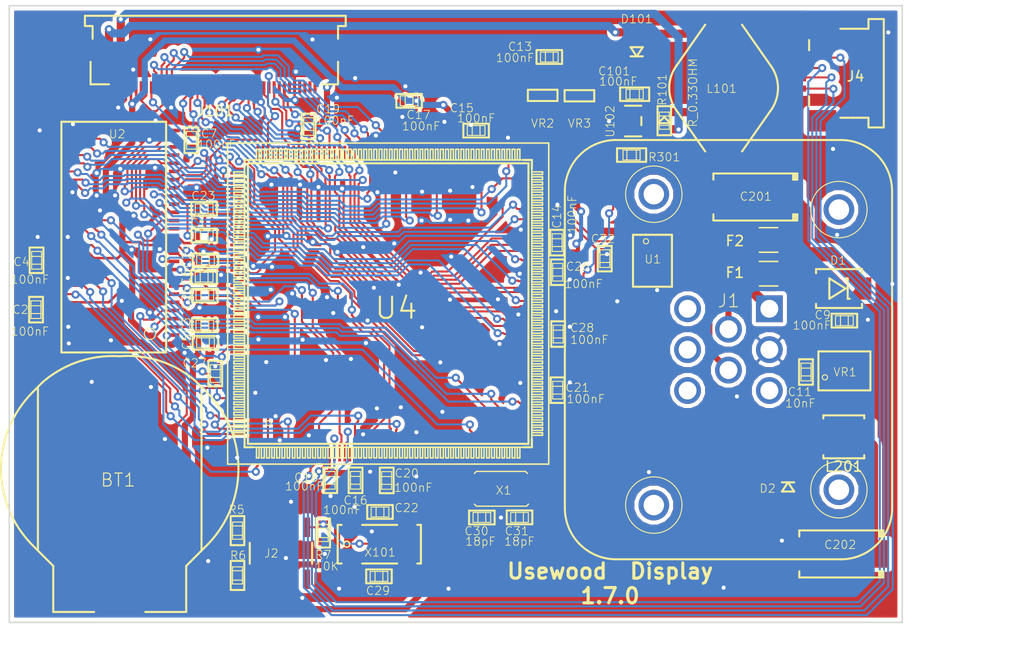
<source format=kicad_pcb>
(kicad_pcb (version 20211014) (generator pcbnew)
  (layers (0 "F.Cu" signal) (31 "B.Cu" signal) (34 "B.Paste" user) (35 "F.Paste" user) (36 "B.SilkS" user "B.Silkscreen") (37 "F.SilkS" user "F.Silkscreen") (38 "B.Mask" user) (39 "F.Mask" user) (44 "Edge.Cuts" user))
  (net 0 "")
  (net 1 "GND")
  (net 2 "VDD")
  (net 3 "+5V")
  (net 4 "Net-(C11-Pad2)")
  (net 5 "/pwr_supply_sheet/VIN")
  (net 6 "/CANH")
  (net 7 "/CANL")
  (net 8 "+3V3")
  (net 9 "/lpc1785_sheet/SWDCLK")
  (net 10 "/lpc1785_sheet/RESET")
  (net 11 "/lpc1785_sheet/CAN_TXD")
  (net 12 "/lpc1785_sheet/CAN_RXD")
  (net 13 "/DQ0")
  (net 14 "/DQ1")
  (net 15 "/DQ2")
  (net 16 "/DQ3")
  (net 17 "/DQ4")
  (net 18 "/DQ5")
  (net 19 "/DQ6")
  (net 20 "/DQ7")
  (net 21 "/lpc1785_sheet/EMC_WE")
  (net 22 "/lpc1785_sheet/EMC_CAS")
  (net 23 "/lpc1785_sheet/EMC_RAS")
  (net 24 "/lpc1785_sheet/EMC_CS")
  (net 25 "/A11")
  (net 26 "/A9")
  (net 27 "/A8")
  (net 28 "/A7")
  (net 29 "/A6")
  (net 30 "/A5")
  (net 31 "/A4")
  (net 32 "/A3")
  (net 33 "/A2")
  (net 34 "/A1")
  (net 35 "/A0")
  (net 36 "/A10")
  (net 37 "/BA1")
  (net 38 "/BA0")
  (net 39 "/lpc1785_sheet/EMC_CKE")
  (net 40 "/lpc1785_sheet/EMC_CLK")
  (net 41 "/DQ8")
  (net 42 "/DQ9")
  (net 43 "/DQ10")
  (net 44 "/DQ11")
  (net 45 "/DQ12")
  (net 46 "/DQ13")
  (net 47 "/DQ14")
  (net 48 "/DQ15")
  (net 49 "Net-(C30-Pad2)")
  (net 50 "Net-(C31-Pad2)")
  (net 51 "Net-(C11-Pad1)")
  (net 52 "/lpc1785_sheet/LCD_X_L")
  (net 53 "/lpc1785_sheet/LCD_Y_B")
  (net 54 "/lpc1785_sheet/LCD_X_R")
  (net 55 "/lpc1785_sheet/LCD_Y_T")
  (net 56 "/DCLK")
  (net 57 "/PWR")
  (net 58 "/HSYNC")
  (net 59 "/VSYNC")
  (net 60 "/DE")
  (net 61 "/lpc1785_sheet/SPI_CS")
  (net 62 "/lpc1785_sheet/SPI_MISO")
  (net 63 "/lpc1785_sheet/SPI_MOSI")
  (net 64 "/lpc1785_sheet/SPI_SCK")
  (net 65 "/lpc1785_sheet/SPI_RESET")
  (net 66 "/lpc1785_sheet/SWDIO")
  (net 67 "/lpc1785_sheet/RTC_BAT")
  (net 68 "/lpc1785_sheet/RTC_X1")
  (net 69 "/lpc1785_sheet/RTC_X2")
  (net 70 "/lpc1785_sheet/BUZZER")
  (net 71 "/BACKLIGHT")
  (net 72 "/BCKL-")
  (net 73 "/R4")
  (net 74 "/R0")
  (net 75 "/R1")
  (net 76 "/R2")
  (net 77 "/R3")
  (net 78 "/G5")
  (net 79 "/G0")
  (net 80 "/G1")
  (net 81 "/G2")
  (net 82 "/G3")
  (net 83 "/G4")
  (net 84 "/B4")
  (net 85 "/B0")
  (net 86 "/B1")
  (net 87 "/B2")
  (net 88 "/B3")
  (net 89 "/lpc1785_sheet/EMC_DQM0")
  (net 90 "/lpc1785_sheet/EMC_DQM1")
  (net 91 "/BCKL+")
  (net 92 "Net-(L101-PadP$1)")
  (net 93 "/pwr_supply_sheet/VLCD")
  (net 94 "Net-(J1-PadP$3)")
  (net 95 "Net-(J1-PadP$6)")
  (net 96 "Net-(J1-PadP$7)")
  (net 97 "Net-(J1-PadP$8)")
  (net 98 "Net-(J2-PadP$6)")
  (net 99 "Net-(J2-PadP$7)")
  (net 100 "Net-(J2-PadP$8)")
  (net 101 "Net-(J101-Pad35)")
  (net 102 "Net-(J101-Pad37)")
  (net 103 "Net-(J101-Pad38)")
  (net 104 "Net-(J101-Pad39)")
  (net 105 "Net-(J101-Pad40)")
  (net 106 "Net-(U1-PadP$5)")
  (net 107 "Net-(U2-PadP$36)")
  (net 108 "Net-(U2-PadP$40)")
  (net 109 "Net-(U4-Pad2)")
  (net 110 "Net-(U4-Pad4)")
  (net 111 "Net-(U4-Pad5)")
  (net 112 "Net-(U4-Pad8)")
  (net 113 "Net-(U4-Pad9)")
  (net 114 "Net-(U4-Pad11)")
  (net 115 "Net-(U4-Pad19)")
  (net 116 "Net-(U4-Pad25)")
  (net 117 "Net-(U4-Pad29)")
  (net 118 "Net-(U4-Pad30)")
  (net 119 "Net-(U4-Pad31)")
  (net 120 "Net-(U4-Pad37)")
  (net 121 "Net-(U4-Pad39)")
  (net 122 "Net-(U4-Pad40)")
  (net 123 "Net-(U4-Pad41)")
  (net 124 "Net-(U4-Pad42)")
  (net 125 "Net-(U4-Pad45)")
  (net 126 "Net-(U4-Pad47)")
  (net 127 "Net-(U4-Pad48)")
  (net 128 "Net-(U4-Pad50)")
  (net 129 "Net-(U4-Pad51)")
  (net 130 "Net-(U4-Pad52)")
  (net 131 "Net-(U4-Pad54)")
  (net 132 "Net-(U4-Pad55)")
  (net 133 "Net-(U4-Pad57)")
  (net 134 "Net-(U4-Pad61)")
  (net 135 "Net-(U4-Pad62)")
  (net 136 "Net-(U4-Pad64)")
  (net 137 "Net-(U4-Pad65)")
  (net 138 "Net-(U4-Pad66)")
  (net 139 "Net-(U4-Pad67)")
  (net 140 "Net-(U4-Pad68)")
  (net 141 "Net-(U4-Pad69)")
  (net 142 "Net-(U4-Pad81)")
  (net 143 "Net-(U4-Pad85)")
  (net 144 "Net-(U4-Pad91)")
  (net 145 "Net-(U4-Pad98)")
  (net 146 "Net-(U4-Pad99)")
  (net 147 "Net-(U4-Pad100)")
  (net 148 "Net-(U4-Pad101)")
  (net 149 "Net-(U4-Pad104)")
  (net 150 "Net-(U4-Pad105)")
  (net 151 "/lpc1785_sheet/LCD_VD18")
  (net 152 "Net-(U4-Pad108)")
  (net 153 "Net-(U4-Pad109)")
  (net 154 "Net-(U4-Pad110)")
  (net 155 "Net-(U4-Pad111)")
  (net 156 "Net-(U4-Pad115)")
  (net 157 "Net-(U4-Pad116)")
  (net 158 "Net-(U4-Pad117)")
  (net 159 "Net-(U4-Pad118)")
  (net 160 "Net-(U4-Pad119)")
  (net 161 "Net-(U4-Pad120)")
  (net 162 "Net-(U4-Pad123)")
  (net 163 "Net-(U4-Pad129)")
  (net 164 "Net-(U4-Pad137)")
  (net 165 "Net-(U4-Pad139)")
  (net 166 "Net-(U4-Pad141)")
  (net 167 "Net-(U4-Pad143)")
  (net 168 "Net-(U4-Pad147)")
  (net 169 "Net-(U4-Pad149)")
  (net 170 "Net-(U4-Pad151)")
  (net 171 "Net-(U4-Pad152)")
  (net 172 "Net-(U4-Pad153)")
  (net 173 "Net-(U4-Pad156)")
  (net 174 "Net-(U4-Pad157)")
  (net 175 "/lpc1785_sheet/LCD_VD17")
  (net 176 "/lpc1785_sheet/LCD_VD16")
  (net 177 "Net-(U4-Pad161)")
  (net 178 "/lpc1785_sheet/LCD_VD9")
  (net 179 "Net-(U4-Pad163)")
  (net 180 "/lpc1785_sheet/LCD_VD8")
  (net 181 "/lpc1785_sheet/LCD_VD1")
  (net 182 "Net-(U4-Pad167)")
  (net 183 "/lpc1785_sheet/LCD_VD0")
  (net 184 "/lpc1785_sheet/LCD_VD2")
  (net 185 "Net-(U4-Pad171)")
  (net 186 "Net-(U4-Pad173)")
  (net 187 "Net-(U4-Pad175)")
  (net 188 "Net-(U4-Pad177)")
  (net 189 "Net-(U4-Pad178)")
  (net 190 "Net-(U4-Pad180)")
  (net 191 "Net-(U4-Pad182)")
  (net 192 "Net-(U4-Pad183)")
  (net 193 "Net-(U4-Pad184)")
  (net 194 "Net-(U4-Pad185)")
  (net 195 "Net-(U4-Pad186)")
  (net 196 "Net-(U4-Pad187)")
  (net 197 "Net-(U4-Pad188)")
  (net 198 "Net-(U4-Pad190)")
  (net 199 "Net-(U4-Pad192)")
  (net 200 "Net-(U4-Pad193)")
  (net 201 "Net-(U4-Pad194)")
  (net 202 "Net-(U4-Pad195)")
  (net 203 "Net-(U4-Pad196)")
  (net 204 "Net-(U4-Pad202)")
  (net 205 "Net-(U4-Pad203)")
  (net 206 "Net-(U4-Pad204)")
  (net 207 "Net-(U4-Pad206)")
  (net 208 "Net-(VR1-PadP$2)")
  (net 209 "Net-(VR1-PadP$3)")
  (net 210 "Net-(VR1-PadP$5)")
  (footprint "usevolt:usevolt-ARM_10_PIN_JTAG_SWD_CONNECTOR" (layer "F.Cu") (at 111.775442 111.707177 90)
    (fp_text reference "J2")
    (fp_text value "ARM_JTAG_SWD_HEADER_10_PINSMD" hide)
  )
  (footprint "kemet:Kemet-CAPC1608X85N" (layer "F.Cu") (at 106.8197 79.375)
    (fp_text reference "C1")
    (fp_text value "100nF" hide)
  )
  (footprint "kemet:Kemet-CAPC1608X85N" (layer "F.Cu") (at 90.3605 86.614 -90)
    (fp_text reference "C2")
    (fp_text value "100nF")
  )
  (footprint "kemet:Kemet-CAPC1608X85N" (layer "F.Cu") (at 106.8705 88.138 180)
    (fp_text reference "C3")
    (fp_text value "100nF" hide)
  )
  (footprint "kemet:Kemet-CAPC1608X85N" (layer "F.Cu") (at 90.424 81.788 90)
    (fp_text reference "C4")
    (fp_text value "100nF")
  )
  (footprint "kemet:Kemet-CAPC1608X85N" (layer "F.Cu") (at 106.934 89.8525 180)
    (fp_text reference "C5")
    (fp_text value "100nF" hide)
  )
  (footprint "kemet:Kemet-CAPC1608X85N" (layer "F.Cu") (at 106.807 83.439 180)
    (fp_text reference "C6")
    (fp_text value "100nF" hide)
  )
  (footprint "kemet:Kemet-CAPC1608X85N" (layer "F.Cu") (at 105.5624 70.0532 90)
    (fp_text reference "C7")
    (fp_text value "100nF")
  )
  (footprint "kemet:Kemet-CAPC1608X85N" (layer "F.Cu") (at 169.4069 87.696)
    (fp_text reference "C9")
    (fp_text value "100nF")
  )
  (footprint "kemet:Kemet-CAPC1608X85N" (layer "F.Cu") (at 165.6604 92.7125 90)
    (fp_text reference "C11")
    (fp_text value "10nF")
  )
  (footprint "kemet:Kemet-CAPC1608X85N" (layer "F.Cu") (at 140.556 61.9168)
    (fp_text reference "C13")
    (fp_text value "100nF")
  )
  (footprint "kemet:Kemet-CAPC1608X85N" (layer "F.Cu") (at 141.3256 80.0608 90)
    (fp_text reference "C14")
    (fp_text value "100nF")
  )
  (footprint "kemet:Kemet-CAPC1608X85N" (layer "F.Cu") (at 133.4 69.1 180)
    (fp_text reference "C15")
    (fp_text value "100nF")
  )
  (footprint "kemet:Kemet-CAPC1608X85N" (layer "F.Cu") (at 121.6025 103.3018 -90)
    (fp_text reference "C16")
    (fp_text value "100nF")
  )
  (footprint "kemet:Kemet-CAPC1608X85N" (layer "F.Cu") (at 126.8476 66.1924 180)
    (fp_text reference "C17")
    (fp_text value "100nF")
  )
  (footprint "kemet:Kemet-CAPC1608X85N" (layer "F.Cu") (at 119.126 103.3018 -90)
    (fp_text reference "C18")
    (fp_text value "100nF")
  )
  (footprint "kemet:Kemet-CAPC1608X85N" (layer "F.Cu") (at 117.0305 68.707 90)
    (fp_text reference "C19")
    (fp_text value "100nF")
  )
  (footprint "kemet:Kemet-CAPC1608X85N" (layer "F.Cu") (at 124.6505 103.3145 -90)
    (fp_text reference "C20")
    (fp_text value "100nF")
  )
  (footprint "kemet:Kemet-CAPC1608X85N" (layer "F.Cu") (at 141.3764 94.488 90)
    (fp_text reference "C21")
    (fp_text value "100nF")
  )
  (footprint "kemet:Kemet-CAPC1608X85N" (layer "F.Cu") (at 106.807 76.7588 180)
    (fp_text reference "C23")
    (fp_text value "100nF" hide)
  )
  (footprint "kemet:Kemet-CAPC1608X85N" (layer "F.Cu") (at 106.934 81.788 180)
    (fp_text reference "C24")
    (fp_text value "100nF" hide)
  )
  (footprint "kemet:Kemet-CAPC1608X85N" (layer "F.Cu") (at 106.8705 85.217 180)
    (fp_text reference "C25")
    (fp_text value "100nF" hide)
  )
  (footprint "kemet:Kemet-CAPC1608X85N" (layer "F.Cu") (at 141.3764 82.9564 -90)
    (fp_text reference "C26")
    (fp_text value "100nF")
  )
  (footprint "kemet:Kemet-CAPC1608X85N" (layer "F.Cu") (at 107.8992 92.8624 90)
    (fp_text reference "C27")
    (fp_text value "100nF" hide)
  )
  (footprint "kemet:Kemet-CAPC1608X85N" (layer "F.Cu") (at 141.4272 89.0016 90)
    (fp_text reference "C28")
    (fp_text value "100nF")
  )
  (footprint "kemet:Kemet-CAPC1608X85N" (layer "F.Cu") (at 133.9611 106.9313 180)
    (fp_text reference "C30")
    (fp_text value "18pF")
  )
  (footprint "kemet:Kemet-CAPC1608X85N" (layer "F.Cu") (at 137.6441 106.9313)
    (fp_text reference "C31")
    (fp_text value "18pF")
  )
  (footprint "multicomp:Multicomp-RESC1608X60N" (layer "F.Cu") (at 110.0673 108.2215 -90)
    (fp_text reference "R5")
    (fp_text value "10K" hide)
  )
  (footprint "multicomp:Multicomp-RESC1608X60N" (layer "F.Cu") (at 110.0673 112.603 -90)
    (fp_text reference "R6")
    (fp_text value "10K" hide)
  )
  (footprint "multicomp:Multicomp-RESC1608X60N" (layer "F.Cu") (at 118.45 108.45 -90)
    (fp_text reference "R7")
    (fp_text value "10K")
  )
  (footprint "usevolt:HEADER_MOLEX_52207-0433" (layer "F.Cu") (at 169.0624 63.5 90)
    (fp_text reference "J4")
    (fp_text value "HEADER_MOLEX_52207-0433" hide)
  )
  (footprint "kemet:Kemet-CAPC1608X85N" (layer "F.Cu") (at 145.9861 81.6229 90)
    (fp_text reference "C32")
    (fp_text value "100nF" hide)
  )
  (footprint "usevolt:usevolt-BATTERY_HOLDER_CH7410-2032LF" (layer "F.Cu") (at 98.552 93.6752 -90)
    (fp_text reference "BT1")
    (fp_text value "BATTERY_HOLDER_CH7410-2032LFSMD" hide)
  )
  (footprint "kemet:Kemet-CAPC1608X85N" (layer "F.Cu") (at 124 106.4)
    (fp_text reference "C22")
    (fp_text value "12pF" hide)
  )
  (footprint "kemet:Kemet-CAPC1608X85N" (layer "F.Cu") (at 123.9 112.7)
    (fp_text reference "C29")
    (fp_text value "12pF" hide)
  )
  (footprint "usevolt:DO-214AA" (layer "F.Cu") (at 168.9354 84.55)
    (fp_text reference "D1")
    (fp_text value "DIODE_TVS_SMBJ33A-TRDO-214AA" hide)
  )
  (footprint "usevolt:DO219AB" (layer "F.Cu") (at 163.9 103.95 90)
    (fp_text reference "D2")
    (fp_text value "DIODE_RS07J-GS18" hide)
  )
  (footprint "usevolt:SOIC8" (layer "F.Cu") (at 150.643837 81.834177)
    (fp_text reference "U1")
    (fp_text value "MCP2551_SOIC8" hide)
  )
  (footprint "usevolt:TSOP_II_54_PIN" (layer "F.Cu") (at 97.9741 79.49932 180)
    (fp_text reference "U2")
    (fp_text value "ALLIANCE_AS4C4M16SA_TSOP_II" hide)
  )
  (footprint "usevolt:SOIC8" (layer "F.Cu") (at 169.409977 92.60132 90)
    (fp_text reference "VR1")
    (fp_text value "LM2671SOIC8" hide)
  )
  (footprint "usevolt:SOT-23_3-PIN" (layer "F.Cu") (at 139.9068 65.6632 180)
    (fp_text reference "VR2")
    (fp_text value "REG_MCP1700" hide)
  )
  (footprint "usevolt:XTAL_7A-20.000MAJ" (layer "F.Cu") (at 135.824332 104.130942)
    (fp_text reference "X1")
    (fp_text value "XTAL_7A-20.000MAAJ-T" hide)
  )
  (footprint "usevolt:QFP208" (layer "F.Cu") (at 124.802377 86.021173 90)
    (fp_text reference "U4")
    (fp_text value "LPC1785FBD208_551QFP50" hide)
  )
  (footprint "usevolt:AMPSEAL_8_POS_776275-1" (layer "F.Cu") (at 158.07436 90.5256 -90)
    (fp_text reference "J1")
    (fp_text value "AMPSEAL_8_POS_776275-1" hide)
  )
  (footprint "usevolt:HEADER_MOLEX_54104-4031" (layer "F.Cu") (at 107.8992 62.3824 180)
    (fp_text reference "J101")
    (fp_text value "HEADER_MOLEX_54104-4031")
  )
  (footprint "usevolt:XTAL_32.768KHZ-T" (layer "F.Cu") (at 123.95 109.55 180)
    (fp_text reference "X101")
    (fp_text value "XTAL_ABS25-32.768KHZ-T" hide)
  )
  (footprint "kemet:7343" (layer "F.Cu") (at 160.7 75.6 180)
    (fp_text reference "C201")
    (fp_text value "T491D226K035AT" hide)
  )
  (footprint "kemet:7343" (layer "F.Cu") (at 169.1 110.5 180)
    (fp_text reference "C202")
    (fp_text value "T491D226K035AT" hide)
  )
  (footprint "kemet:0603" (layer "F.Cu") (at 148.9 65.55)
    (fp_text reference "C101")
    (fp_text value "100nF")
  )
  (footprint "usevolt:DO219AB" (layer "F.Cu") (at 149.1 61.4 -90)
    (fp_text reference "D101")
    (fp_text value "DIODE_RS07J-GS18" hide)
  )
  (footprint "usevolt:SOT-25" (layer "F.Cu") (at 148.759312 68.173968 90)
    (fp_text reference "U102")
    (fp_text value "AL8805W5-7_LED_DRIVER" hide)
  )
  (footprint "usevolt:0603" (layer "F.Cu") (at 151.8 68.1382 -90)
    (fp_text reference "R101")
    (fp_text value "R_0.33OHM")
  )
  (footprint "usevolt:INDUCTOR_BOURNS_10X13X5MM" (layer "F.Cu") (at 157.6 65.1 90)
    (fp_text reference "L101")
    (fp_text value "INDUCTOR_SDR1005-101KL" hide)
  )
  (footprint "multicomp:0603" (layer "F.Cu") (at 148.6 71.5 180)
    (fp_text reference "R301")
    (fp_text value "10K" hide)
  )
  (footprint "usevolt:IND_744045210" (layer "F.Cu") (at 169.35 99.05)
    (fp_text reference "L201")
    (fp_text value "IND_744045210" hide)
  )
  (footprint "usevolt:1210" (layer "F.Cu") (at 162 83.1)
    (fp_text reference "F1")
    (fp_text value "FUSE_0ZCH0075AF2E" hide)
  )
  (footprint "usevolt:1210" (layer "F.Cu") (at 162 79.8)
    (fp_text reference "F2")
    (fp_text value "FUSE_0ZCH0075AF2E" hide)
  )
  (footprint "usevolt:SOT-23_3-PIN" (layer "F.Cu") (at 143.5 65.7 180)
    (fp_text reference "VR3")
    (fp_text value "REG_MCP1700" hide)
  )
  (gr_line (start 87.757 117.1956) (end 87.757 56.896) (layer "Edge.Cuts") (width 0.15))
  (gr_line (start 175.0695 56.896) (end 175.0695 117.1956) (layer "Edge.Cuts") (width 0.15))
  (gr_line (start 175.0695 117.1956) (end 87.757 117.1956) (layer "Edge.Cuts") (width 0.15))
  (gr_line (start 87.757 56.896) (end 175.0695 56.896) (layer "Edge.Cuts") (width 0.15))
  (gr_text "Usewood  Display\n1.7.0" (at 146.5 113.4) (layer "F.SilkS") (effects (font (size 1.5 1.5) (thickness 0.3))))
  (segment (start 141.3764 93.7768) (end 142.50679 93.7768) (width 0.25) (layer "F.Cu") (net 1))
  (segment (start 101.854 76.606471) (end 100.943857 75.696328) (width 0.2) (layer "F.Cu") (net 1))
  (segment (start 99.150934 63.866266) (end 99.8728 63.1444) (width 0.25) (layer "F.Cu") (net 1))
  (segment (start 93.51518 88.29802) (end 93.5228 88.2904) (width 0.25) (layer "F.Cu") (net 1))
  (segment (start 121.7422 104.013) (end 121.6025 104.013) (width 0.25) (layer "F.Cu") (net 1))
  (segment (start 91.42222 83.49742) (end 92.075 83.49742) (width 0.25) (layer "F.Cu") (net 1))
  (segment (start 125.8316 83.9724) (end 125.8316 84.1756) (width 0.2) (layer "F.Cu") (net 1))
  (segment (start 112.1156 90.095364) (end 112.1156 89.529679) (width 0.2) (layer "F.Cu") (net 1))
  (segment (start 128.1176 77.849168) (end 128.0668 77.899968) (width 0.2) (layer "F.Cu") (net 1))
  (segment (start 151.861577 79.929177) (end 151.8408 79.9084) (width 0.25) (layer "F.Cu") (net 1))
  (segment (start 106.352759 86.769359) (end 106.352759 86.42199) (width 0.2) (layer "F.Cu") (net 1))
  (segment (start 168.7 79.3) (end 169.099999 78.900001) (width 0.4) (layer "F.Cu") (net 1))
  (segment (start 123.136664 87.676632) (end 122.781062 87.676632) (width 0.2) (layer "F.Cu") (net 1))
  (segment (start 92.075 79.49946) (end 90.52814 79.49946) (width 0.25) (layer "F.Cu") (net 1))
  (segment (start 116.078 68.9483) (end 116.3606 68.6657) (width 0.2) (layer "F.Cu") (net 1))
  (segment (start 119.7864 65.8876) (end 119.7864 66.453285) (width 0.2) (layer "F.Cu") (net 1))
  (segment (start 139.508977 78.784713) (end 137.775687 78.784713) (width 0.25) (layer "F.Cu") (net 1))
  (segment (start 127.545577 102.907577) (end 127.5588 102.9208) (width 0.25) (layer "F.Cu") (net 1))
  (segment (start 146.273577 81.199177) (end 145.9861 80.9117) (width 0.25) (layer "F.Cu") (net 1))
  (segment (start 135.828 106.944) (end 136.9202 106.944) (width 0.25) (layer "F.Cu") (net 1))
  (segment (start 104.2035 81.09712) (end 105.338911 82.232531) (width 0.2) (layer "F.Cu") (net 1))
  (segment (start 162.07232 90.5256) (end 160.460409 88.913689) (width 0.2) (layer "F.Cu") (net 1))
  (segment (start 125.131764 86.208868) (end 130.269351 86.208868) (width 0.2) (layer "F.Cu") (net 1))
  (segment (start 148.498576 74.101424) (end 148.498576 76.598576) (width 0.4) (layer "F.Cu") (net 1))
  (segment (start 99.150934 64.880974) (end 99.150934 63.866266) (width 0.25) (layer "F.Cu") (net 1))
  (segment (start 171.7 87.6) (end 174.1 85.2) (width 0.4) (layer "F.Cu") (net 1))
  (segment (start 105.417097 71.439903) (end 105.409185 71.439903) (width 0.2) (layer "F.Cu") (net 1))
  (segment (start 114.198422 99.391172) (end 113.792 98.98475) (width 0.2) (layer "F.Cu") (net 1))
  (segment (start 102.3112 68.1228) (end 102.0572 68.1228) (width 0.2) (layer "F.Cu") (net 1))
  (segment (start 128.053577 100.727773) (end 128.053577 102.426023) (width 0.25) (layer "F.Cu") (net 1))
  (segment (start 121.95111 64.34963) (end 121.57307 63.97159) (width 0.25) (layer "F.Cu") (net 1))
  (segment (start 127.545577 100.727773) (end 127.545577 102.907577) (width 0.25) (layer "F.Cu") (net 1))
  (segment (start 107.8992 69.2404) (end 111.093062 69.2404) (width 0.2) (layer "F.Cu") (net 1))
  (segment (start 128.1176 75.0824) (end 128.1176 77.849168) (width 0.2) (layer "F.Cu") (net 1))
  (segment (start 111.8616 79.315573) (end 111.9124 79.264773) (width 0.2) (layer "F.Cu") (net 1))
  (segment (start 141.35 76.35) (end 141.35 73.747979) (width 0.25) (layer "F.Cu") (net 1))
  (segment (start 105.338911 82.232531) (end 105.359388 82.232531) (width 0.2) (layer "F.Cu") (net 1))
  (segment (start 119.16561 104.840674) (end 115.859326 104.840674) (width 0.2) (layer "F.Cu") (net 1))
  (segment (start 122.6586 112.7) (end 120.3586 115) (width 0.2) (layer "F.Cu") (net 1))
  (segment (start 117.519567 72.669407) (end 117.883567 73.033407) (width 0.2) (layer "F.Cu") (net 1))
  (segment (start 170.771771 78.328229) (end 170.771771 78.028229) (width 0.4) (layer "F.Cu") (net 1))
  (segment (start 122.285498 66.214502) (end 122.9995 65.5005) (width 0.2) (layer "F.Cu") (net 1))
  (segment (start 112.150934 61.235344) (end 112.1156 61.20001) (width 0.2) (layer "F.Cu") (net 1))
  (segment (start 116.4 114.8) (end 119.1 114.8) (width 0.2) (layer "F.Cu") (net 1))
  (segment (start 127.966414 82.995281) (end 127.676952 82.995281) (width 0.2) (layer "F.Cu") (net 1))
  (segment (start 118.5 110.9) (end 118.9 110.5) (width 0.2) (layer "F.Cu") (net 1))
  (segment (start 113.045442 111.644158) (end 114.2964 110.3932) (width 0.25) (layer "F.Cu") (net 1))
  (segment (start 114.315442 112.977177) (end 114.315442 111.384558) (width 0.2) (layer "F.Cu") (net 1))
  (segment (start 96.297372 75.699219) (end 96.297372 75.453634) (width 0.2) (layer "F.Cu") (net 1))
  (segment (start 98.552 88.7476) (end 98.552 85.9536) (width 0.2) (layer "F.Cu") (net 1))
  (segment (start 123.1888 112.7) (end 122.6586 112.7) (width 0.2) (layer "F.Cu") (net 1))
  (segment (start 103.8733 81.09712) (end 103.434775 81.09712) (width 0.25) (layer "F.Cu") (net 1))
  (segment (start 106.0704 74.676) (end 106.470399 75.075999) (width 0.2) (layer "F.Cu") (net 1))
  (segment (start 116.741255 78.565036) (end 116.741255 79.304514) (width 0.2) (layer "F.Cu") (net 1))
  (segment (start 130.880219 85.598) (end 130.842971 85.635248) (width 0.2) (layer "F.Cu") (net 1))
  (segment (start 122.1232 89.635965) (end 119.833378 87.346143) (width 0.2) (layer "F.Cu") (net 1))
  (segment (start 137.775687 78.784713) (end 137.7696 78.7908) (width 0.25) (layer "F.Cu") (net 1))
  (segment (start 102.469677 80.697707) (end 102.069678 81.097706) (width 0.2) (layer "F.Cu") (net 1))
  (segment (start 119.7864 66.453285) (end 119.933115 66.6) (width 0.2) (layer "F.Cu") (net 1))
  (segment (start 130.048 90.2716) (end 135.382 90.2716) (width 0.2) (layer "F.Cu") (net 1))
  (segment (start 113.792 97.028) (end 117.1956 93.6244) (width 0.2) (layer "F.Cu") (net 1))
  (segment (start 123.698 96.266) (end 123.698 97.457767) (width 0.2) (layer "F.Cu") (net 1))
  (segment (start 123.557777 71.314573) (end 123.557777 69.634623) (width 0.25) (layer "F.Cu") (net 1))
  (segment (start 93.46946 79.49946) (end 93.472 79.502) (width 0.25) (layer "F.Cu") (net 1))
  (segment (start 104.324081 97.910719) (end 102.9716 99.2632) (width 0.2) (layer "F.Cu") (net 1))
  (segment (start 127.676952 82.995281) (end 125.392175 80.710504) (width 0.2) (layer "F.Cu") (net 1))
  (segment (start 115.7732 82.655749) (end 115.413637 83.015312) (width 0.2) (layer "F.Cu") (net 1))
  (segment (start 132.6888 69.1) (end 131.15 69.1) (width 0.25) (layer "F.Cu") (net 1))
  (segment (start 108.097037 101.092) (end 107.521531 100.516494) (width 0.2) (layer "F.Cu") (net 1))
  (segment (start 111.8616 80.804915) (end 111.820058 80.763373) (width 0.2) (layer "F.Cu") (net 1))
  (segment (start 122.541777 100.727773) (end 122.541777 101.967777) (width 0.25) (layer "F.Cu") (net 1))
  (segment (start 98.3996 66.8528) (end 98.3996 70.819055) (width 0.2) (layer "F.Cu") (net 1))
  (segment (start 141.207227 86.783173) (end 141.224 86.7664) (width 0.25) (layer "F.Cu") (net 1))
  (segment (start 107.641127 79.264773) (end 107.5309 79.375) (width 0.2) (layer "F.Cu") (net 1))
  (segment (start 107.1372 70.0024) (end 107.8992 69.2404) (width 0.2) (layer "F.Cu") (net 1))
  (segment (start 105.1052 94.066542) (end 105.1052 96.875602) (width 0.2) (layer "F.Cu") (net 1))
  (segment (start 101.092 93.6752) (end 101.6 94.1832) (width 0.25) (layer "F.Cu") (net 1))
  (segment (start 118.8212 85.3948) (end 118.8212 84.074) (width 0.2) (layer "F.Cu") (net 1))
  (segment (start 100.943857 75.696328) (end 100.943857 73.808143) (width 0.2) (layer "F.Cu") (net 1))
  (segment (start 123.557777 71.314573) (end 123.557777 74.942177) (width 0.2) (layer "F.Cu") (net 1))
  (segment (start 117.0432 98.9076) (end 117.443199 98.507601) (width 0.2) (layer "F.Cu") (net 1))
  (segment (start 173.7 64.832402) (end 173.7 59.5) (width 0.4) (layer "F.Cu") (net 1))
  (segment (start 168.3 71.5) (end 168.3 70.9) (width 0.4) (layer "F.Cu") (net 1))
  (segment (start 141.3256 79.3496) (end 142.5956 79.3496) (width 0.25) (layer "F.Cu") (net 1))
  (segment (start 115.413637 83.015312) (end 115.413637 84.467134) (width 0.2) (layer "F.Cu") (net 1))
  (segment (start 122.140452 108.3) (end 122.634315 108.3) (width 0.2) (layer "F.Cu") (net 1))
  (segment (start 141.3764 83.6676) (end 142.55759 83.6676) (width 0.25) (layer "F.Cu") (net 1))
  (segment (start 105.5624 70.7644) (end 105.5624 71.2946) (width 0.2) (layer "F.Cu") (net 1))
  (segment (start 113.792 98.98475) (end 113.792 97.028) (width 0.2) (layer "F.Cu") (net 1))
  (segment (start 121.158 91.44) (end 118.8212 89.1032) (width 0.2) (layer "F.Cu") (net 1))
  (segment (start 114.2964 112.958135) (end 114.315442 112.977177) (width 0.25) (layer "F.Cu") (net 1))
  (segment (start 119.1 114.8) (end 120 113.9) (width 0.2) (layer "F.Cu") (net 1))
  (segment (start 112.090429 89.504508) (end 112.1156 89.529679) (width 0.2) (layer "F.Cu") (net 1))
  (segment (start 130.8608 74.9808) (end 130.8608 77.8256) (width 0.2) (layer "F.Cu") (net 1))
  (segment (start 137.076188 69.80001) (end 136.510503 69.80001) (width 0.25) (layer "F.Cu") (net 1))
  (segment (start 119.7864 65.75826) (end 119.7864 65.8876) (width 0.2) (layer "F.Cu") (net 1))
  (segment (start 105.127769 86.821989) (end 105.95276 86.821989) (width 0.2) (layer "F.Cu") (net 1))
  (segment (start 113.045442 112.977177) (end 113.045442 111.644158) (width 0.25) (layer "F.Cu") (net 1))
  (segment (start 112.8776 91.7448) (end 112.1156 90.9828) (width 0.2) (layer "F.Cu") (net 1))
  (segment (start 127.666801 78.299967) (end 128.0668 77.899968) (width 0.2) (layer "F.Cu") (net 1))
  (segment (start 174.1 85.2) (end 174.1 84.1) (width 0.4) (layer "F.Cu") (net 1))
  (segment (start 116.734295 89.556295) (end 116.4336 89.556295) (width 0.2) (layer "F.Cu") (net 1))
  (segment (start 106.1593 85.217) (end 106.1593 86.228531) (width 0.2) (layer "F.Cu") (net 1))
  (segment (start 113.440271 84.543645) (end 113.317562 84.666354) (width 0.2) (layer "F.Cu") (net 1))
  (segment (start 110.095777 79.264773) (end 111.082377 79.264773) (width 0.25) (layer "F.Cu") (net 1))
  (segment (start 132.6388 77.334283) (end 132.6388 77.899968) (width 0.2) (layer "F.Cu") (net 1))
  (segment (start 132.6388 75.0316) (end 132.6388 77.334283) (width 0.2) (layer "F.Cu") (net 1))
  (segment (start 130.9624 81.4324) (end 129.529295 81.4324) (width 0.2) (layer "F.Cu") (net 1))
  (segment (start 116.078 70.36729) (end 116.078 68.9483) (width 0.2) (layer "F.Cu") (net 1))
  (segment (start 116.067317 71.314573) (end 116.067317 72.251173) (width 0.2) (layer "F.Cu") (net 1))
  (segment (start 133.0452 74.6252) (end 132.6388 75.0316) (width 0.2) (layer "F.Cu") (net 1))
  (segment (start 147.559312 68.173968) (end 146.426032 68.173968) (width 0.25) (layer "F.Cu") (net 1))
  (segment (start 92.075 83.49742) (end 93.45422 83.49742) (width 0.25) (layer "F.Cu") (net 1))
  (segment (start 96.6216 76.9112) (end 96.6216 76.023447) (width 0.2) (layer "F.Cu") (net 1))
  (segment (start 130.442972 86.035247) (end 130.842971 85.635248) (width 0.2) (layer "F.Cu") (net 1))
  (segment (start 117.260446 82.513246) (end 115.787246 82.513246) (width 0.2) (layer "F.Cu") (net 1))
  (segment (start 134.6723 106.9313) (end 135.8153 106.9313) (width 0.25) (layer "F.Cu") (net 1))
  (segment (start 110.095777 80.763373) (end 106.932329 80.763373) (width 0.2) (layer "F.Cu") (net 1))
  (segment (start 120.2944 74.7776) (end 120.4468 74.93) (width 0.2) (layer "F.Cu") (net 1))
  (segment (start 139.508977 83.277973) (end 137.847471 83.277973) (width 0.25) (layer "F.Cu") (net 1))
  (segment (start 145.9861 80.9117) (end 145.9861 80.972604) (width 0.25) (layer "F.Cu") (net 1))
  (segment (start 120.3586 115) (end 116.6 115) (width 0.2) (layer "F.Cu") (net 1))
  (segment (start 114.997154 81.110358) (end 114.762679 81.110358) (width 0.2) (layer "F.Cu") (net 1))
  (segment (start 122.634315 108.3) (end 123.2 108.3) (width 0.2) (layer "F.Cu") (net 1))
  (segment (start 125.392175 80.144819) (end 125.792174 79.74482) (width 0.2) (layer "F.Cu") (net 1))
  (segment (start 145.27 69.2) (end 145.27 69.159272) (width 0.4) (layer "F.Cu") (net 1))
  (segment (start 140.760713 78.784713) (end 139.508977 78.784713) (width 0.25) (layer "F.Cu") (net 1))
  (segment (start 123.2888 106.4) (end 122 106.4) (width 0.2) (layer "F.Cu") (net 1))
  (segment (start 116.3606 68.526) (end 116.8908 67.9958) (width 0.2) (layer "F.Cu") (net 1))
  (segment (start 123.698 91.44) (end 123.698 96.266) (width 0.2) (layer "F.Cu") (net 1))
  (segment (start 106.1593 86.228531) (end 106.352759 86.42199) (width 0.2) (layer "F.Cu") (net 1))
  (segment (start 148.498576 76.598576) (end 151.1 79.2) (width 0.4) (layer "F.Cu") (net 1))
  (segment (start 103.8733 81.09712) (end 104.2035 81.09712) (width 0.2) (layer "F.Cu") (net 1))
  (segment (start 108.045199 89.374791) (end 107.6452 89.77479) (width 0.25) (layer "F.Cu") (net 1))
  (segment (start 126.1364 67.7164) (end 126.1872 67.7672) (width 0.2) (layer "F.Cu") (net 1))
  (segment (start 110.095777 89.272373) (end 111.858294 89.272373) (width 0.25) (layer "F.Cu") (net 1))
  (segment (start 112.150934 64.880974) (end 112.150934 61.235344) (width 0.2) (layer "F.Cu") (net 1))
  (segment (start 111.858294 89.272373) (end 112.1156 89.529679) (width 0.25) (layer "F.Cu") (net 1))
  (segment (start 104.902 90.8304) (end 104.502001 91.230399) (width 0.2) (layer "F.Cu") (net 1))
  (segment (start 116.6 115) (end 116.5 114.9) (width 0.2) (layer "F.Cu") (net 1))
  (segment (start 118.7196 91.5416) (end 116.734295 89.556295) (width 0.2) (layer "F.Cu") (net 1))
  (segment (start 122.9995 65.5005) (end 122.9995 64.34963) (width 0.2) (layer "F.Cu") (net 1))
  (segment (start 126.0348 96.1644) (end 127.0508 95.1484) (width 0.2) (layer "F.Cu") (net 1))
  (segment (start 97.6884 89.6112) (end 98.552 88.7476) (width 0.2) (layer "F.Cu") (net 1))
  (segment (start 100.6856 89.6112) (end 101.10159 90.02719) (width 0.2) (layer "F.Cu") (net 1))
  (segment (start 115.782445 63.349343) (end 118.749343 63.349343) (width 0.2) (layer "F.Cu") (net 1))
  (segment (start 118.749343 63.349343) (end 119.7864 64.3864) (width 0.2) (layer "F.Cu") (net 1))
  (segment (start 105.6926 81.788) (end 105.359388 82.121212) (width 0.2) (layer "F.Cu") (net 1))
  (segment (start 120 113.9) (end 120.400013 113.499987) (width 0.2) (layer "F.Cu") (net 1))
  (segment (start 116.067317 72.251173) (end 116.485551 72.669407) (width 0.2) (layer "F.Cu") (net 1))
  (segment (start 130.8 113.8) (end 130.7 113.9) (width 0.2) (layer "F.Cu") (net 1))
  (segment (start 101.606401 73.145599) (end 102.0064 72.7456) (width 0.2) (layer "F.Cu") (net 1))
  (segment (start 112.150934 64.880974) (end 112.150934 66.118737) (width 0.25) (layer "F.Cu") (net 1))
  (segment (start 148.5 74.1) (end 148.498576 74.101424) (width 0.4) (layer "F.Cu") (net 1))
  (segment (start 115.859326 104.840674) (end 115.3 105.4) (width 0.2) (layer "F.Cu") (net 1))
  (segment (start 123.557777 74.942177) (end 123.7488 75.1332) (width 0.2) (layer "F.Cu") (net 1))
  (segment (start 119.933115 66.6) (end 121.814502 66.6) (width 0.2) (layer "F.Cu") (net 1))
  (segment (start 116.5 114.9) (end 116.4 114.8) (width 0.2) (layer "F.Cu") (net 1))
  (segment (start 127.545577 100.727773) (end 127.545577 98.616023) (width 0.25) (layer "F.Cu") (net 1))
  (segment (start 128.053577 100.727773) (end 128.053577 99.097577) (width 0.25) (layer "F.Cu") (net 1))
  (segment (start 96.297372 74.887949) (end 96.297372 75.453634) (width 0.2) (layer "F.Cu") (net 1))
  (segment (start 141.35 73.747979) (end 137.402031 69.80001) (width 0.25) (layer "F.Cu") (net 1))
  (segment (start 121.6025 105.0417) (end 121.6152 105.0544) (width 0.25) (layer "F.Cu") (net 1))
  (segment (start 141.367773 93.768173) (end 141.3764 93.7768) (width 0.25) (layer "F.Cu") (net 1))
  (segment (start 116.067317 70.377973) (end 116.078 70.36729) (width 0.2) (layer "F.Cu") (net 1))
  (segment (start 115.7732 82.4992) (end 115.7732 81.886404) (width 0.2) (layer "F.Cu") (net 1))
  (segment (start 92.075 69.1007) (end 93.3577 69.1007) (width 0.2) (layer "F.Cu") (net 1))
  (segment (start 92.075 79.49946) (end 93.46946 79.49946) (width 0.25) (layer "F.Cu") (net 1))
  (segment (start 158.9 95.1) (end 158.9 104.8) (width 0.2) (layer "F.Cu") (net 1))
  (segment (start 105.5624 71.2946) (end 105.417097 71.439903) (width 0.2) (layer "F.Cu") (net 1))
  (segment (start 99.150934 66.101466) (end 98.3996 66.8528) (width 0.25) (layer "F.Cu") (net 1))
  (segment (start 118.9 110.5) (end 118.6 110.5) (width 0.2) (layer "F.Cu") (net 1))
  (segment (start 100.943857 73.808143) (end 101.606401 73.145599) (width 0.2) (layer "F.Cu") (net 1))
  (segment (start 114.541222 79.098105) (end 114.541222 78.459422) (width 0.2) (layer "F.Cu") (net 1))
  (segment (start 119.126 104.801064) (end 119.16561 104.840674) (width 0.25) (layer "F.Cu") (net 1))
  (segment (start 122.9995 64.34963) (end 121.95111 64.34963) (width 0.25) (layer "F.Cu") (net 1))
  (segment (start 157.6 113.8) (end 130.8 113.8) (width 0.2) (layer "F.Cu") (net 1))
  (segment (start 114.2964 110.3932) (end 114.2964 112.958135) (width 0.25) (layer "F.Cu") (net 1))
  (segment (start 100.058014 81.097706) (end 99.709937 80.749629) (width 0.2) (layer "F.Cu") (net 1))
  (segment (start 111.8616 81.76392) (end 111.8616 80.804915) (width 0.2) (layer "F.Cu") (net 1))
  (segment (start 126.1364 65.121824) (end 126.483616 64.774608) (width 0.25) (layer "F.Cu") (net 1))
  (segment (start 101.4476 69.993155) (end 101.104441 69.993155) (width 0.2) (layer "F.Cu") (net 1))
  (segment (start 98.6028 72.8472) (end 98.202801 73.247199) (width 0.2) (layer "F.Cu") (net 1))
  (segment (start 100.612749 78.1304) (end 101.2952 78.1304) (width 0.2) (layer "F.Cu") (net 1))
  (segment (start 171.604 87.696) (end 171.7 87.6) (width 0.4) (layer "F.Cu") (net 1))
  (segment (start 112.080337 79.43271) (end 112.464315 79.43271) (width 0.2) (layer "F.Cu") (net 1))
  (segment (start 115.413637 84.467134) (end 115.413637 85.032819) (width 0.2) (layer "F.Cu") (net 1))
  (segment (start 122.541777 100.727773) (end 122.541777 98.99801) (width 0.25) (layer "F.Cu") (net 1))
  (segment (start 101.10159 90.02719) (end 101.101591 90.062933) (width 0.2) (layer "F.Cu") (net 1))
  (segment (start 115.650934 64.880974) (end 115.650934 63.480854) (width 0.25) (layer "F.Cu") (net 1))
  (segment (start 98.092624 73.152) (end 98.092624 75.442485) (width 0.2) (layer "F.Cu") (net 1))
  (segment (start 107.5309 79.723444) (end 106.740109 80.514235) (width 0.2) (layer "F.Cu") (net 1))
  (segment (start 118.7196 92.1004) (end 118.7196 91.5416) (width 0.2) (layer "F.Cu") (net 1))
  (segment (start 101.892632 86.493898) (end 101.492633 86.893897) (width 0.25) (layer "F.Cu") (net 1))
  (segment (start 139.508977 93.768173) (end 137.727427 93.768173) (width 0.25) (layer "F.Cu") (net 1))
  (segment (start 153.564837 79.929177) (end 151.861577 79.929177) (width 0.25) (layer "F.Cu") (net 1))
  (segment (start 101.5492 60.180001) (end 111.095591 60.180001) (width 0.2) (layer "F.Cu") (net 1))
  (segment (start 101.104441 69.993155) (end 98.092624 73.004972) (width 0.2) (layer "F.Cu") (net 1))
  (segment (start 137.727427 93.768173) (end 137.7188 93.7768) (width 0.25) (layer "F.Cu") (net 1))
  (segment (start 106.2228 81.1181) (end 106.385307 80.955593) (width 0.2) (layer "F.Cu") (net 1))
  (segment (start 115.650934 63.480854) (end 115.782445 63.349343) (width 0.25) (layer "F.Cu") (net 1))
  (segment (start 114.315442 111.384558) (end 114.8 110.9) (width 0.2) (layer "F.Cu") (net 1))
  (segment (start 106.470399 75.075999) (end 107.842803 75.075999) (width 0.2) (layer "F.Cu") (net 1))
  (segment (start 107.1372 70.0024) (end 106.846688 70.0024) (width 0.2) (layer "F.Cu") (net 1))
  (segment (start 121.6025 104.013) (end 121.6025 105.0417) (width 0.25) (layer "F.Cu") (net 1))
  (segment (start 137.83316 86.783173) (end 137.527912 87.088421) (width 0.25) (layer "F.Cu") (net 1))
  (segment (start 111.093062 69.2404) (end 112.732254 67.601208) (width 0.2) (layer "F.Cu") (net 1))
  (segment (start 127.0508 95.1484) (end 127.0508 91.590768) (width 0.2) (layer "F.Cu") (net 1))
  (segment (start 110.095777 89.272373) (end 108.147617 89.272373) (width 0.25) (layer "F.Cu") (net 1))
  (segment (start 119.893978 80.971082) (end 123.4 84.477104) (width 0.2) (layer "F.Cu") (net 1))
  (segment (start 107.842803 75.075999) (end 107.887202 75.0316) (width 0.2) (layer "F.Cu") (net 1))
  (segment (start 106.2228 81.788) (end 106.2228 81.1181) (width 0.2) (layer "F.Cu") (net 1))
  (segment (start 139.508977 86.783173) (end 137.83316 86.783173) (width 0.25) (layer "F.Cu") (net 1))
  (segment (start 126.1364 66.1924) (end 126.1364 67.7164) (width 0.2) (layer "F.Cu") (net 1))
  (segment (start 169.099999 78.900001) (end 170.199999 78.900001) (width 0.4) (layer "F.Cu") (net 1))
  (segment (start 128.053577 102.426023) (end 127.5588 102.9208) (width 0.25) (layer "F.Cu") (net 1))
  (segment (start 101.101591 90.062933) (end 103.4288 92.390142) (width 0.2) (layer "F.Cu") (net 1))
  (segment (start 98.3996 70.819055) (end 96.297372 72.921283) (width 0.2) (layer "F.Cu") (net 1))
  (segment (start 117.883567 73.033407) (end 117.883567 73.955425) (width 0.2) (layer "F.Cu") (net 1))
  (segment (start 111.8616 80.804915) (end 111.8616 79.315573) (width 0.2) (layer "F.Cu") (net 1))
  (segment (start 116.485551 72.669407) (end 117.519567 72.669407) (width 0.2) (layer "F.Cu") (net 1))
  (segment (start 105.359388 82.121212) (end 105.359388 82.232531) (width 0.2) (layer "F.Cu") (net 1))
  (segment (start 111.453943 82.193143) (end 111.6076 82.3468) (width 0.2) (layer "F.Cu") (net 1))
  (segment (start 116.067317 71.314573) (end 116.067317 70.377973) (width 0.2) (layer "F.Cu") (net 1))
  (segment (start 114.762679 81.110358) (end 113.84027 82.032767) (width 0.2) (layer "F.Cu") (net 1))
  (segment (start 107.887202 75.0316) (end 107.887202 72.429517) (width 0.2) (layer "F.Cu") (net 1))
  (segment (start 107.1372 70.0024) (end 107.1372 69.4944) (width 0.2) (layer "F.Cu") (net 1))
  (segment (start 119.833378 87.346143) (end 119.433379 86.946144) (width 0.2) (layer "F.Cu") (net 1))
  (segment (start 114.714074 86.931998) (end 114.714074 87.329637) (width 0.2) (layer "F.Cu") (net 1))
  (segment (start 90.424 82.4992) (end 91.42222 83.49742) (width 0.25) (layer "F.Cu") (net 1))
  (segment (start 116.187043 74.397994) (end 116.187043 78.010824) (width 0.2) (layer "F.Cu") (net 1))
  (segment (start 136.9202 106.944) (end 136.9329 106.9313) (width 0.25) (layer "F.Cu") (net 1))
  (segment (start 98.187823 73.247199) (end 98.092624 73.152) (width 0.2) (layer "F.Cu") (net 1))
  (segment (start 112.464315 79.43271) (end 113.03 79.43271) (width 0.2) (layer "F.Cu") (net 1))
  (segment (start 117.035664 79.598923) (end 117.435663 79.998922) (width 0.2) (layer "F.Cu") (net 1))
  (segment (start 106.740109 80.514235) (end 106.740109 80.955593) (width 0.2) (layer "F.Cu") (net 1))
  (segment (start 116.741255 79.304514) (end 117.035664 79.598923) (width 0.2) (layer "F.Cu") (net 1))
  (segment (start 128.366413 82.595282) (end 127.966414 82.995281) (width 0.2) (layer "F.Cu") (net 1))
  (segment (start 125.392175 80.710504) (end 125.392175 80.144819) (width 0.2) (layer "F.Cu") (net 1))
  (segment (start 113.84027 82.032767) (end 113.440271 82.432766) (width 0.2) (layer "F.Cu") (net 1))
  (segment (start 107.5817 87.9983) (end 106.352759 86.769359) (width 0.2) (layer "F.Cu") (net 1))
  (segment (start 104.502001 91.230399) (end 104.502001 91.316941) (width 0.2) (layer "F.Cu") (net 1))
  (segment (start 106.846688 70.0024) (end 105.809184 71.039904) (width 0.2) (layer "F.Cu") (net 1))
  (segment (start 117.443199 98.507601) (end 117.443199 93.922799) (width 0.2) (layer "F.Cu") (net 1))
  (segment (start 111.432377 82.193143) (end 111.453943 82.193143) (width 0.2) (layer "F.Cu") (net 1))
  (segment (start 113.440271 82.432766) (end 113.440271 84.543645) (width 0.2) (layer "F.Cu") (net 1))
  (segment (start 104.324082 97.656719) (end 104.324081 97.910719) (width 0.2) (layer "F.Cu") (net 1))
  (segment (start 115.413637 85.032819) (end 115.413637 86.232435) (width 0.2) (layer "F.Cu") (net 1))
  (segment (start 114.8 110.9) (end 118.5 110.9) (width 0.2) (layer "F.Cu") (net 1))
  (segment (start 96.297372 72.921283) (end 96.297372 74.887949) (width 0.2) (layer "F.Cu") (net 1))
  (segment (start 132.6888 68.7612) (end 132.9 68.55) (width 0.2) (layer "F.Cu") (net 1))
  (segment (start 135.5344 85.598) (end 130.880219 85.598) (width 0.2) (layer "F.Cu") (net 1))
  (segment (start 121.158 91.44) (end 123.698 91.44) (width 0.2) (layer "F.Cu") (net 1))
  (segment (start 141.3256 79.3496) (end 140.760713 78.784713) (width 0.25) (layer "F.Cu") (net 1))
  (segment (start 126.221948 79.74482) (end 127.666801 78.299967) (width 0.2) (layer "F.Cu") (net 1))
  (segment (start 129.8956 92.3036) (end 129.8956 91.771632) (width 0.2) (layer "F.Cu") (net 1))
  (segment (start 117.443199 93.922799) (end 117.1956 93.6752) (width 0.2) (layer "F.Cu") (net 1))
  (segment (start 108.046173 89.272373) (end 108.147617 89.272373) (width 0.2) (layer "F.Cu") (net 1))
  (segment (start 106.0958 77.216) (end 106.0958 77.0763) (width 0.2) (layer "F.Cu") (net 1))
  (segment (start 117.883567 73.955425) (end 117.987657 74.059515) (width 0.2) (layer "F.Cu") (net 1))
  (segment (start 112.732254 67.601208) (end 112.732254 66.948637) (width 0.2) (layer "F.Cu") (net 1))
  (segment (start 91.33332 88.29802) (end 92.075 88.29802) (width 0.25) (layer "F.Cu") (net 1))
  (segment (start 173.7 65.5) (end 173.7 64.832402) (width 0.4) (layer "F.Cu") (net 1))
  (segment (start 170.199999 78.900001) (end 170.771771 78.328229) (width 0.4) (layer "F.Cu") (net 1))
  (segment (start 92.075 89.89822) (end 93.55582 89.89822) (width 0.25) (layer "F.Cu") (net 1))
  (segment (start 106.932329 80.763373) (end 106.740109 80.955593) (width 0.2) (layer "F.Cu") (net 1))
  (segment (start 107.5817 88.138) (end 107.5817 88.8079) (width 0.2) (layer "F.Cu") (net 1))
  (segment (start 113.3856 77.3038) (end 113.3856 74.954089) (width 0.2) (layer "F.Cu") (net 1))
  (segment (start 111.082377 80.763373) (end 111.820058 80.763373) (width 0.2) (layer "F.Cu") (net 1))
  (segment (start 151.1 79.2) (end 151.1 84.7) (width 0.4) (layer "F.Cu") (net 1))
  (segment (start 98.092624 75.442485) (end 98.097384 75.447245) (width 0.2) (layer "F.Cu") (net 1))
  (segment (start 93.3577 69.1007) (end 93.98 68.4784) (width 0.2) (layer "F.Cu") (net 1))
  (segment (start 170.1181 87.696) (end 171.604 87.696) (width 0.4) (layer "F.Cu") (net 1))
  (segment (start 132.6388 79.756) (end 132.6388 78.465653) (width 0.2) (layer "F.Cu") (net 1))
  (segment (start 104.2035 85.89772) (end 105.127769 86.821989) (width 0.2) (layer "F.Cu") (net 1))
  (segment (start 128.1176 88.3412) (end 130.048 90.2716) (width 0.2) (layer "F.Cu") (net 1))
  (segment (start 99.908293 77.425944) (end 100.612749 78.1304) (width 0.2) (layer "F.Cu") (net 1))
  (segment (start 111.432377 82.193143) (end 111.8616 81.76392) (width 0.2) (layer "F.Cu") (net 1))
  (segment (start 115.650934 66.089643) (end 115.682432 66.121141) (width 0.25) (layer "F.Cu") (net 1))
  (segment (start 120.400013 110.040439) (end 122.140452 108.3) (width 0.2) (layer "F.Cu") (net 1))
  (segment (start 106.385307 80.955593) (end 106.740109 80.955593) (width 0.2) (layer "F.Cu") (net 1))
  (segment (start 137.847471 83.277973) (end 137.668799 83.099301) (width 0.25) (layer "F.Cu") (net 1))
  (segment (start 92.075 69.1007) (end 90.7415 69.1007) (width 0.25) (layer "F.Cu") (net 1))
  (segment (start 102.48881 85.89772) (end 101.892632 86.493898) (width 0.25) (layer "F.Cu") (net 1))
  (segment (start 120.4468 74.93) (end 120.4468 78.5876) (width 0.2) (layer "F.Cu") (net 1))
  (segment (start 107.5182 83.439) (end 108.235106 83.439) (width 0.2) (layer "F.Cu") (net 1))
  (segment (start 103.8733 85.89772) (end 104.2035 85.89772) (width 0.2) (layer "F.Cu") (net 1))
  (segment (start 137.402031 69.80001) (end 137.076188 69.80001) (width 0.25) (layer "F.Cu") (net 1))
  (segment (start 116.8908 67.329509) (end 116.082431 66.52114) (width 0.2) (layer "F.Cu") (net 1))
  (segment (start 115.650934 64.880974) (end 115.650934 66.089643) (width 0.25) (layer "F.Cu") (net 1))
  (segment (start 135.8153 106.9313) (end 135.828 106.944) (width 0.25) (layer "F.Cu") (net 1))
  (segment (start 105.95276 86.821989) (end 106.352759 86.42199) (width 0.2) (layer "F.Cu") (net 1))
  (segment (start 103.8733 85.89772) (end 102.48881 85.89772) (width 0.25) (layer "F.Cu") (net 1))
  (segment (start 102.069678 81.097706) (end 100.058014 81.097706) (width 0.2) (layer "F.Cu") (net 1))
  (segment (start 118.8212 89.1032) (end 118.8212 85.3948) (width 0.2) (layer "F.Cu") (net 1))
  (segment (start 112.090429 87.329646) (end 112.090429 89.504508) (width 0.2) (layer "F.Cu") (net 1))
  (segment (start 133.057377 71.314573) (end 133.057377 69.468577) (width 0.25) (layer "F.Cu") (net 1))
  (segment (start 122 106.4) (end 121.5 105.9) (width 0.2) (layer "F.Cu") (net 1))
  (segment (start 131.15 69.1) (end 130.3 68.25) (width 0.25) (layer "F.Cu") (net 1))
  (segment (start 98.552 85.9536) (end 98.7552 85.7504) (width 0.2) (layer "F.Cu") (net 1))
  (segment (start 107.5309 79.321) (end 107.5309 79.723444) (width 0.2) (layer "F.Cu") (net 1))
  (segment (start 105.9688 68.326) (end 105.0544 68.326) (width 0.2) (layer "F.Cu") (net 1))
  (segment (start 123.698 97.457767) (end 122.349767 98.806) (width 0.2) (layer "F.Cu") (net 1))
  (segment (start 114.541222 78.459422) (end 113.3856 77.3038) (width 0.2) (layer "F.Cu") (net 1))
  (segment (start 117.1956 93.6752) (end 117.1956 93.6244) (width 0.2) (layer "F.Cu") (net 1))
  (segment (start 110.095777 94.756233) (end 111.796567 94.756233) (width 0.2) (layer "F.Cu") (net 1))
  (segment (start 111.820058 80.763373) (end 111.841629 80.741802) (width 0.2) (layer "F.Cu") (net 1))
  (segment (start 93.55582 89.89822) (end 93.5736 89.916) (width 0.25) (layer "F.Cu") (net 1))
  (segment (start 118.8212 84.074) (end 117.260446 82.513246) (width 0.2) (layer "F.Cu") (net 1))
  (segment (start 111.082377 79.264773) (end 111.9124 79.264773) (width 0.2) (layer "F.Cu") (net 1))
  (segment (start 122.134665 89.876665) (end 122.1232 89.8652) (width 0.2) (layer "F.Cu") (net 1))
  (segment (start 132.6388 78.465653) (end 132.6388 77.899968) (width 0.2) (layer "F.Cu") (net 1))
  (segment (start 127.0508 91.590768) (end 123.136664 87.676632) (width 0.2) (layer "F.Cu") (net 1))
  (segment (start 132.6888 69.1) (end 132.6888 68.7612) (width 0.2) (layer "F.Cu") (net 1))
  (segment (start 147.722837 81.199177) (end 146.273577 81.199177) (width 0.25) (layer "F.Cu") (net 1))
  (segment (start 105.0544 68.326) (end 103.5812 66.8528) (width 0.2) (layer "F.Cu") (net 1))
  (segment (start 107.521531 100.516494) (end 107.121532 100.116495) (width 0.2) (layer "F.Cu") (net 1))
  (segment (start 111.9124 79.264773) (end 112.080337 79.43271) (width 0.2) (layer "F.Cu") (net 1))
  (segment (start 101.2952 78.1304) (end 101.854 77.5716) (width 0.2) (layer "F.Cu") (net 1))
  (segment (start 127.0508 95.1484) (end 129.8956 92.3036) (width 0.2) (layer "F.Cu") (net 1))
  (segment (start 115.413637 86.232435) (end 114.714074 86.931998) (width 0.2) (layer "F.Cu") (net 1))
  (segment (start 119.838418 80.971082) (end 119.893978 80.971082) (width 0.2) (layer "F.Cu") (net 1))
  (segment (start 122.541777 101.967777) (end 123.0376 102.4636) (width 0.25) (layer "F.Cu") (net 1))
  (segment (start 139.508977 86.783173) (end 141.207227 86.783173) (width 0.25) (layer "F.Cu") (net 1))
  (segment (start 147.2 99.4) (end 150.3 102.5) (width 0.2) (layer "F.Cu") (net 1))
  (segment (start 92.075 88.29802) (end 93.51518 88.29802) (width 0.25) (layer "F.Cu") (net 1))
  (segment (start 104.502001 91.316941) (end 103.4288 92.390142) (width 0.2) (layer "F.Cu") (net 1))
  (segment (start 142.50679 93.7768) (end 142.55759 93.726) (width 0.25) (layer "F.Cu") (net 1))
  (segment (start 108.235106 83.439) (end 108.458917 83.215189) (width 0.2) (layer "F.Cu") (net 1))
  (segment (start 110.095777 80.763373) (end 111.082377 80.763373) (width 0.25) (layer "F.Cu") (net 1))
  (segment (start 116.8908 67.9958) (end 117.0305 67.9958) (width 0.2) (layer "F.Cu") (net 1))
  (segment (start 124.992176 79.74482) (end 125.392175 80.144819) (width 0.2) (layer "F.Cu") (net 1))
  (segment (start 105.809184 71.039904) (end 105.409185 71.439903) (width 0.2) (layer "F.Cu") (net 1))
  (segment (start 116.082431 66.52114) (end 115.682432 66.121141) (width 0.2) (layer "F.Cu") (net 1))
  (segment (start 119.126 104.013) (end 119.126 104.801064) (width 0.25) (layer "F.Cu") (net 1))
  (segment (start 120.4468 78.5876) (end 125.8316 83.9724) (width 0.2) (layer "F.Cu") (net 1))
  (segment (start 146.426032 68.173968) (end 146.4 68.2) (width 0.25) (layer "F.Cu") (net 1))
  (segment (start 123.4 84.477104) (end 125.131764 86.208868) (width 0.2) (layer "F.Cu") (net 1))
  (segment (start 123.7488 78.501444) (end 124.992176 79.74482) (width 0.2) (layer "F.Cu") (net 1))
  (segment (start 126.1364 66.1924) (end 126.1364 65.121824) (width 0.25) (layer "F.Cu") (net 1))
  (segment (start 112.348821 66.565204) (end 112.348821 66.316624) (width 0.2) (layer "F.Cu") (net 1))
  (segment (start 90.52814 79.49946) (end 90.5256 79.502) (width 0.25) (layer "F.Cu") (net 1))
  (segment (start 117.987657 74.059515) (end 117.987657 74.6252) (width 0.2) (layer "F.Cu") (net 1))
  (segment (start 141.4272 88.2904) (end 142.551392 88.2904) (width 0.25) (layer "F.Cu") (net 1))
  (segment (start 142.551392 88.2904) (end 142.55759 88.284202) (width 0.25) (layer "F.Cu") (net 1))
  (segment (start 139.508977 83.277973) (end 140.986773 83.277973) (width 0.25) (layer "F.Cu") (net 1))
  (segment (start 135.382 90.2716) (end 135.6868 89.9668) (width 0.2) (layer "F.Cu") (net 1))
  (segment (start 98.552 93.6752) (end 95.8088 93.6752) (width 0.2) (layer "F.Cu") (net 1))
  (segment (start 130.9624 81.4324) (end 132.6388 79.756) (width 0.2) (layer "F.Cu") (net 1))
  (segment (start 99.150934 64.880974) (end 99.150934 66.101466) (width 0.25) (layer "F.Cu") (net 1))
  (segment (start 115.7732 82.4992) (end 115.7732 82.655749) (width 0.2) (layer "F.Cu") (net 1))
  (segment (start 107.5817 88.138) (end 107.5817 87.9983) (width 0.2) (layer "F.Cu") (net 1))
  (segment (start 133.057377 69.468577) (end 132.6888 69.1) (width 0.25) (layer "F.Cu") (net 1))
  (segment (start 117.1956 93.6244) (end 118.7196 92.1004) (width 0.2) (layer "F.Cu") (net 1))
  (segment (start 127.545577 98.616023) (end 127.5588 98.6028) (width 0.25) (layer "F.Cu") (net 1))
  (segment (start 147.2 85.8) (end 147.2 99.4) (width 0.2) (layer "F.Cu") (net 1))
  (segment (start 139.508977 93.768173) (end 141.367773 93.768173) (width 0.25) (layer "F.Cu") (net 1))
  (segment (start 101.854 77.5716) (end 101.854 76.606471) (width 0.2) (layer "F.Cu") (net 1))
  (segment (start 107.1372 69.4944) (end 105.9688 68.326) (width 0.2) (layer "F.Cu") (net 1))
  (segment (start 116.187043 78.010824) (end 116.741255 78.565036) (width 0.2) (layer "F.Cu") (net 1))
  (segment (start 110.095777 79.264773) (end 107.641127 79.264773) (width 0.2) (layer "F.Cu") (net 1))
  (segment (start 103.434775 81.09712) (end 103.035362 80.697707) (width 0.25) (layer "F.Cu") (net 1))
  (segment (start 110.0328 101.092) (end 108.097037 101.092) (width 0.2) (layer "F.Cu") (net 1))
  (segment (start 168.3 70.9) (end 173.7 65.5) (width 0.4) (layer "F.Cu") (net 1))
  (segment (start 111.715601 60.800011) (end 112.1156 61.20001) (width 0.2) (layer "F.Cu") (net 1))
  (segment (start 129.529295 81.4324) (end 128.366413 82.595282) (width 0.2) (layer "F.Cu") (net 1))
  (segment (start 90.7415 69.1007) (end 90.7288 69.088) (width 0.25) (layer "F.Cu") (net 1))
  (segment (start 105.1052 96.875602) (end 104.324082 97.656719) (width 0.2) (layer "F.Cu") (net 1))
  (segment (start 111.095591 60.180001) (end 111.715601 60.800011) (width 0.2) (layer "F.Cu") (net 1))
  (segment (start 128.053577 99.097577) (end 127.5588 98.6028) (width 0.25) (layer "F.Cu") (net 1))
  (segment (start 90.3605 87.3252) (end 91.33332 88.29802) (width 0.25) (layer "F.Cu") (net 1))
  (segment (start 103.5812 66.8528) (end 102.3112 68.1228) (width 0.2) (layer "F.Cu") (net 1))
  (segment (start 116.8908 67.9958) (end 116.8908 67.329509) (width 0.2) (layer "F.Cu") (net 1))
  (segment (start 170.771771 78.028229) (end 172.8 76) (width 0.4) (layer "F.Cu") (net 1))
  (segment (start 145.9861 80.972604) (end 146.20173 81.188234) (width 0.25) (layer "F.Cu") (net 1))
  (segment (start 122.541777 98.99801) (end 122.349767 98.806) (width 0.25) (layer "F.Cu") (net 1))
  (segment (start 114.841221 79.398104) (end 114.541222 79.098105) (width 0.2) (layer "F.Cu") (net 1))
  (segment (start 115.787246 82.513246) (end 115.7732 82.4992) (width 0.2) (layer "F.Cu") (net 1))
  (segment (start 160.460409 88.913689) (end 160.413689 88.913689) (width 0.2) (layer "F.Cu") (net 1))
  (segment (start 97.6884 89.6112) (end 100.6856 89.6112) (width 0.2) (layer "F.Cu") (net 1))
  (segment (start 93.45422 83.49742) (end 93.472 83.5152) (width 0.25) (layer "F.Cu") (net 1))
  (segment (start 122.1232 89.8652) (end 122.1232 89.635965) (width 0.2) (layer "F.Cu") (net 1))
  (segment (start 116.3606 68.6657) (end 116.3606 68.526) (width 0.2) (layer "F.Cu") (net 1))
  (segment (start 107.887202 72.429517) (end 108.287201 72.029518) (width 0.2) (layer "F.Cu") (net 1))
  (segment (start 158.9 104.8) (end 163.3 109.2) (width 0.2) (layer "F.Cu") (net 1))
  (segment (start 120.400013 113.499987) (end 120.400013 110.040439) (width 0.2) (layer "F.Cu") (net 1))
  (segment (start 96.6216 76.023447) (end 96.297372 75.699219) (width 0.2) (layer "F.Cu") (net 1))
  (segment (start 122.1232 89.8652) (end 123.698 91.44) (width 0.2) (layer "F.Cu") (net 1))
  (segment (start 115.7732 81.886404) (end 114.997154 81.110358) (width 0.2) (layer "F.Cu") (net 1))
  (segment (start 112.150934 66.118737) (end 112.348821 66.316624) (width 0.25) (layer "F.Cu") (net 1))
  (segment (start 106.2228 81.788) (end 105.6926 81.788) (width 0.2) (layer "F.Cu") (net 1))
  (segment (start 112.732254 66.948637) (end 112.348821 66.565204) (width 0.2) (layer "F.Cu") (net 1))
  (segment (start 103.4288 92.390142) (end 105.1052 94.066542) (width 0.2) (layer "F.Cu") (net 1))
  (segment (start 98.202801 73.247199) (end 98.187823 73.247199) (width 0.2) (layer "F.Cu") (net 1))
  (segment (start 122.2 66.214502) (end 122.285498 66.214502) (width 0.2) (layer "F.Cu") (net 1))
  (segment (start 140.986773 83.277973) (end 141.3764 83.6676) (width 0.25) (layer "F.Cu") (net 1))
  (segment (start 122.6312 89.876665) (end 122.134665 89.876665) (width 0.2) (layer "F.Cu") (net 1))
  (segment (start 107.887202 75.284898) (end 107.887202 75.0316) (width 0.2) (layer "F.Cu") (net 1))
  (segment (start 125.792174 79.74482) (end 126.221948 79.74482) (width 0.2) (layer "F.Cu") (net 1))
  (segment (start 113.3856 74.954089) (end 113.3856 74.388404) (width 0.2) (layer "F.Cu") (net 1))
  (segment (start 107.5817 88.8079) (end 108.046173 89.272373) (width 0.2) (layer "F.Cu") (net 1))
  (segment (start 123.7488 75.1332) (end 123.7488 78.501444) (width 0.2) (layer "F.Cu") (net 1))
  (segment (start 103.035362 80.697707) (end 102.469677 80.697707) (width 0.25) (layer "F.Cu") (net 1))
  (segment (start 98.092624 73.004972) (end 98.092624 73.152) (width 0.2) (layer "F.Cu") (net 1))
  (segment (start 108.147617 89.272373) (end 108.045199 89.374791) (width 0.25) (layer "F.Cu") (net 1))
  (segment (start 111.796567 94.756233) (end 111.8108 94.742) (width 0.2) (layer "F.Cu") (net 1))
  (segment (start 130.269351 86.208868) (end 130.442972 86.035247) (width 0.2) (layer "F.Cu") (net 1))
  (segment (start 112.1156 90.9828) (end 112.1156 90.095364) (width 0.2) (layer "F.Cu") (net 1))
  (segment (start 98.552 93.6752) (end 101.092 93.6752) (width 0.25) (layer "F.Cu") (net 1))
  (segment (start 172.8 76) (end 168.3 71.5) (width 0.4) (layer "F.Cu") (net 1))
  (segment (start 119.7864 64.3864) (end 119.7864 65.8876) (width 0.2) (layer "F.Cu") (net 1))
  (segment (start 121.814502 66.6) (end 122.2 66.214502) (width 0.2) (layer "F.Cu") (net 1))
  (via (at 90.7288 69.088) (size 0.8) (drill 0.4) (layers "F.Cu" "B.Cu") (net 1))
  (via (at 101.4476 69.993155) (size 0.8) (drill 0.4) (layers "F.Cu" "B.Cu") (net 1))
  (via (at 93.472 83.5152) (size 0.8) (drill 0.4) (layers "F.Cu" "B.Cu") (net 1))
  (via (at 93.472 79.502) (size 0.8) (drill 0.4) (layers "F.Cu" "B.Cu") (net 1))
  (via (at 123.7488 75.1332) (size 0.8) (drill 0.4) (layers "F.Cu" "B.Cu") (net 1))
  (via (at 128.1176 75.0824) (size 0.8) (drill 0.4) (layers "F.Cu" "B.Cu") (net 1))
  (via (at 115.98426 68.921165) (size 0.8) (drill 0.4) (layers "F.Cu" "B.Cu") (net 1))
  (via (at 121.158 91.44) (size 0.8) (drill 0.4) (layers "F.Cu" "B.Cu") (net 1))
  (via (at 111.8108 94.742) (size 0.8) (drill 0.4) (layers "F.Cu" "B.Cu") (net 1))
  (via (at 142.55759 88.284202) (size 0.8) (drill 0.4) (layers "F.Cu" "B.Cu") (net 1))
  (via (at 132.9 68.55) (size 0.8) (drill 0.4) (layers "F.Cu" "B.Cu") (net 1))
  (via (at 174.1 84.1) (size 0.8) (drill 0.4) (layers "F.Cu" "B.Cu") (net 1))
  (via (at 114.714074 87.329637) (size 0.8) (drill 0.4) (layers "F.Cu" "B.Cu") (net 1))
  (via (at 90.5256 79.502) (size 0.8) (drill 0.4) (layers "F.Cu" "B.Cu") (net 1))
  (via (at 108.147617 89.272373) (size 0.8) (drill 0.4) (layers "F.Cu" "B.Cu") (net 1))
  (via (at 102.469677 80.697707) (size 0.8) (drill 0.4) (layers "F.Cu" "B.Cu") (net 1))
  (via (at 111.6076 82.3468) (size 0.8) (drill 0.4) (layers "F.Cu" "B.Cu") (net 1))
  (via (at 115.682432 66.121141) (size 0.8) (drill 0.4) (layers "F.Cu" "B.Cu") (net 1))
  (via (at 151.1 84.7) (size 0.8) (drill 0.4) (layers "F.Cu" "B.Cu") (net 1))
  (via (at 113.792 97.028) (size 0.8) (drill 0.4) (layers "F.Cu" "B.Cu") (net 1))
  (via (at 112.090429 87.329646) (size 0.8) (drill 0.4) (layers "F.Cu" "B.Cu") (net 1))
  (via (at 110.0328 101.092) (size 0.8) (drill 0.4) (layers "F.Cu" "B.Cu") (net 1))
  (via (at 93.5736 89.916) (size 0.8) (drill 0.4) (layers "F.Cu" "B.Cu") (net 1))
  (via (at 107.8992 92.1512) (size 0.8) (drill 0.4) (layers "F.Cu" "B.Cu") (net 1))
  (via (at 146.20173 81.188234) (size 0.8) (drill 0.4) (layers "F.Cu" "B.Cu") (net 1))
  (via (at 141.35 76.35) (size 0.8) (drill 0.4) (layers "F.Cu" "B.Cu") (net 1))
  (via (at 107.121532 100.116495) (size 0.8) (drill 0.4) (layers "F.Cu" "B.Cu") (net 1))
  (via (at 99.709937 80.749629) (size 0.8) (drill 0.4) (layers "F.Cu" "B.Cu") (net 1))
  (via (at 136.510503 69.80001) (size 0.8) (drill 0.4) (layers "F.Cu" "B.Cu") (net 1))
  (via (at 106.740109 80.955593) (size 0.8) (drill 0.4) (layers "F.Cu" "B.Cu") (net 1))
  (via (at 98.097384 75.447245) (size 0.8) (drill 0.4) (layers "F.Cu" "B.Cu") (net 1))
  (via (at 96.297372 73.2536) (size 0.8) (drill 0.4) (layers "F.Cu" "B.Cu") (net 1))
  (via (at 146.4 68.2) (size 0.8) (drill 0.4) (layers "F.Cu" "B.Cu") (net 1))
  (via (at 130.3 68.25) (size 0.8) (drill 0.4) (layers "F.Cu" "B.Cu") (net 1))
  (via (at 117.4 60.2) (size 0.8) (drill 0.4) (layers "F.Cu" "B.Cu") (net 1))
  (via (at 121.5 105.9) (size 0.8) (drill 0.4) (layers "F.Cu" "B.Cu") (net 1))
  (via (at 117.435663 79.998922) (size 0.8) (drill 0.4) (layers "F.Cu" "B.Cu") (net 1))
  (via (at 135.6868 89.9668) (size 0.8) (drill 0.4) (layers "F.Cu" "B.Cu") (net 1))
  (via (at 114.841221 79.398104) (size 0.8) (drill 0.4) (layers "F.Cu" "B.Cu") (net 1))
  (via (at 116.4336 89.556295) (size 0.8) (drill 0.4) (layers "F.Cu" "B.Cu") (net 1))
  (via (at 137.527912 87.088421) (size 0.8) (drill 0.4) (layers "F.Cu" "B.Cu") (net 1))
  (via (at 135.828 106.944) (size 0.8) (drill 0.4) (layers "F.Cu" "B.Cu") (net 1))
  (via (at 122.781062 87.676632) (size 0.8) (drill 0.4) (layers "F.Cu" "B.Cu") (net 1))
  (via (at 137.7188 93.7768) (size 0.8) (drill 0.4) (layers "F.Cu" "B.Cu") (net 1))
  (via (at 113.03 79.43271) (size 0.8) (drill 0.4) (layers "F.Cu" "B.Cu") (net 1))
  (via (at 130.8608 74.9808) (size 0.8) (drill 0.4) (layers "F.Cu" "B.Cu") (net 1))
  (via (at 115.3 105.4) (size 0.8) (drill 0.4) (layers "F.Cu" "B.Cu") (net 1))
  (via (at 107.5309 79.723444) (size 0.8) (drill 0.4) (layers "F.Cu" "B.Cu") (net 1))
  (via (at 126.1872 67.7672) (size 0.8) (drill 0.4) (layers "F.Cu" "B.Cu") (net 1))
  (via (at 125.392175 80.144819) (size 0.8) (drill 0.4) (layers "F.Cu" "B.Cu") (net 1))
  (via (at 102.9716 99.2632) (size 0.8) (drill 0.4) (layers "F.Cu" "B.Cu") (net 1))
  (via (at 116.187043 74.397994) (size 0.8) (drill 0.4) (layers "F.Cu" "B.Cu") (net 1))
  (via (at 105.409185 71.439903) (size 0.8) (drill 0.4) (layers "F.Cu" "B.Cu") (net 1))
  (via (at 96.6216 76.9112) (size 0.8) (drill 0.4) (layers "F.Cu" "B.Cu") (net 1))
  (via (at 120 113.9) (size 0.8) (drill 0.4) (layers "F.Cu" "B.Cu") (net 1))
  (via (at 117.0432 98.9076) (size 0.8) (drill 0.4) (layers "F.Cu" "B.Cu") (net 1))
  (via (at 173.7 59.5) (size 0.8) (drill 0.4) (layers "F.Cu" "B.Cu") (net 1))
  (via (at 112.1156 89.529679) (size 0.8) (drill 0.4) (layers "F.Cu" "B.Cu") (net 1))
  (via (at 123.2 108.3) (size 0.8) (drill 0.4) (layers "F.Cu" "B.Cu") (net 1))
  (via (at 93.5228 88.2904) (size 0.8) (drill 0.4) (layers "F.Cu" "B.Cu") (net 1))
  (via (at 128.1176 88.3412) (size 0.8) (drill 0.4) (layers "F.Cu" "B.Cu") (net 1))
  (via (at 102.0572 68.1228) (size 0.8) (drill 0.4) (layers "F.Cu" "B.Cu") (net 1))
  (via (at 127.5588 102.9208) (size 0.8) (drill 0.4) (layers "F.Cu" "B.Cu") (net 1))
  (via (at 130.9624 81.4324) (size 0.8) (drill 0.4) (layers "F.Cu" "B.Cu") (net 1))
  (via (at 163.3 109.2) (size 0.8) (drill 0.4) (layers "F.Cu" "B.Cu") (net 1))
  (via (at 132.6388 77.899968) (size 0.8) (drill 0.4) (layers "F.Cu" "B.Cu") (net 1))
  (via (at 120.2944 74.7776) (size 0.8) (drill 0.4) (layers "F.Cu" "B.Cu") (net 1))
  (via (at 130.8608 77.8256) (size 0.8) (drill 0.4) (layers "F.Cu" "B.Cu") (net 1))
  (via (at 99.908293 77.425944) (size 0.8) (drill 0.4) (layers "F.Cu" "B.Cu") (net 1))
  (via (at 142.5956 79.3496) (size 0.8) (drill 0.4) (layers "F.Cu" "B.Cu") (net 1))
  (via (at 105.359388 82.232531) (size 0.8) (drill 0.4) (layers "F.Cu" "B.Cu") (net 1))
  (via (at 118.8212 85.3948) (size 0.8) (drill 0.4) (layers "F.Cu" "B.Cu") (net 1))
  (via (at 130.1 96.6) (size 0.8) (drill 0.4) (layers "F.Cu" "B.Cu") (net 1))
  (via (at 115.413637 85.032819) (size 0.8) (drill 0.4) (layers "F.Cu" "B.Cu") (net 1))
  (via (at 106.352759 86.42199) (size 0.8) (drill 0.4) (layers "F.Cu" "B.Cu") (net 1))
  (via (at 119.16561 104.840674) (size 0.8) (drill 0.4) (layers "F.Cu" "B.Cu") (net 1))
  (via (at 101.6 94.1832) (size 0.8) (drill 0.4) (layers "F.Cu" "B.Cu") (net 1))
  (via (at 121.57307 63.97159) (size 0.8) (drill 0.4) (layers "F.Cu" "B.Cu") (net 1))
  (via (at 168.3 70.9) (size 0.8) (drill 0.4) (layers "F.Cu" "B.Cu") (net 1))
  (via (at 108.458917 83.215189) (size 0.8) (drill 0.4) (layers "F.Cu" "B.Cu") (net 1))
  (via (at 128.0668 77.899968) (size 0.8) (drill 0.4) (layers "F.Cu" "B.Cu") (net 1))
  (via (at 171.7 87.6) (size 0.8) (drill 0.4) (layers "F.Cu" "B.Cu") (net 1))
  (via (at 97.6884 89.6112) (size 0.8) (drill 0.4) (layers "F.Cu" "B.Cu") (net 1))
  (via (at 130.842971 85.635248) (size 0.8) (drill 0.4) (layers "F.Cu" "B.Cu") (net 1))
  (via (at 113.317562 84.666354) (size 0.8) (drill 0.4) (layers "F.Cu" "B.Cu") (net 1))
  (via (at 113.3856 74.388404) (size 0.8) (drill 0.4) (layers "F.Cu" "B.Cu") (net 1))
  (via (at 127.966414 82.995281) (size 0.8) (drill 0.4) (layers "F.Cu" "B.Cu") (net 1))
  (via (at 150.3 102.5) (size 0.8) (drill 0.4) (layers "F.Cu" "B.Cu") (net 1))
  (via (at 126.483616 64.774608) (size 0.8) (drill 0.4) (layers "F.Cu" "B.Cu") (net 1))
  (via (at 102.0064 72.7456) (size 0.8) (drill 0.4) (layers "F.Cu" "B.Cu") (net 1))
  (via (at 122.3592 80.5) (size 0.8) (drill 0.4) (layers "F.Cu" "B.Cu") (net 1))
  (via (at 123.698 96.266) (size 0.8) (drill 0.4) (layers "F.Cu" "B.Cu") (net 1))
  (via (at 123.5964 69.596) (size 0.8) (drill 0.4) (layers "F.Cu" "B.Cu") (net 1))
  (via (at 101.492633 86.893897) (size 0.8) (drill 0.4) (layers "F.Cu" "B.Cu") (net 1))
  (via (at 93.9292 75.1332) (size 0.8) (drill 0.4) (layers "F.Cu" "B.Cu") (net 1))
  (via (at 116.4 114.8) (size 0.8) (drill 0.4) (layers "F.Cu" "B.Cu") (net 1))
  (via (at 137.668799 83.099301) (size 0.8) (drill 0.4) (layers "F.Cu" "B.Cu") (net 1))
  (via (at 123.4 84.477104) (size 0.8) (drill 0.4) (layers "F.Cu" "B.Cu") (net 1))
  (via (at 98.6028 72.8472) (size 0.8) (drill 0.4) (layers "F.Cu" "B.Cu") (net 1))
  (via (at 158.9 95.1) (size 0.8) (drill 0.4) (layers "F.Cu" "B.Cu") (net 1))
  (via (at 115.782445 63.349343) (size 0.8) (drill 0.4) (layers "F.Cu" "B.Cu") (net 1))
  (via (at 126.0348 96.1644) (size 0.8) (drill 0.4) (layers "F.Cu" "B.Cu") (net 1))
  (via (at 114.198422 99.391172) (size 0.8) (drill 0.4) (layers "F.Cu" "B.Cu") (net 1))
  (via (at 157.6 113.8) (size 0.8) (drill 0.4) (layers "F.Cu" "B.Cu") (net 1))
  (via (at 107.2 111.2) (size 0.8) (drill 0.4) (layers "F.Cu" "B.Cu") (net 1))
  (via (at 112.348821 66.316624) (size 0.8) (drill 0.4) (layers "F.Cu" "B.Cu") (net 1))
  (via (at 133.0452 74.6252) (size 0.8) (drill 0.4) (layers "F.Cu" "B.Cu") (net 1))
  (via (at 104.902 90.8304) (size 0.8) (drill 0.4) (layers "F.Cu" "B.Cu") (net 1))
  (via (at 96.297372 75.453634) (size 0.8) (drill 0.4) (layers "F.Cu" "B.Cu") (net 1))
  (via (at 93.98 68.4784) (size 0.8) (drill 0.4) (layers "F.Cu" "B.Cu") (net 1))
  (via (at 108.287201 72.029518) (size 0.8) (drill 0.4) (layers "F.Cu" "B.Cu") (net 1))
  (via (at 112.8776 91.7448) (size 0.8) (drill 0.4) (layers "F.Cu" "B.Cu") (net 1))
  (via (at 125.8316 84.1756) (size 0.8) (drill 0.4) (layers "F.Cu" "B.Cu") (net 1))
  (via (at 119.7864 65.8876) (size 0.8) (drill 0.4) (layers "F.Cu" "B.Cu") (net 1))
  (via (at 112.1156 61.20001) (size 0.8) (drill 0.4) (layers "F.Cu" "B.Cu") (net 1))
  (via (at 119.433379 86.946144) (size 0.8) (drill 0.4) (layers "F.Cu" "B.Cu") (net 1))
  (via (at 98.3996 66.8528) (size 0.8) (drill 0.4) (layers "F.Cu" "B.Cu") (net 1))
  (via (at 125.5 73.2) (size 0.8) (drill 0.4) (layers "F.Cu" "B.Cu") (net 1))
  (via (at 147.2 85.8) (size 0.8) (drill 0.4) (layers "F.Cu" "B.Cu") (net 1))
  (via (at 118.7196 91.5416) (size 0.8) (drill 0.4) (layers "F.Cu" "B.Cu") (net 1))
  (via (at 122.6312 89.876665) (size 0.8) (drill 0.4) (layers "F.Cu" "B.Cu") (net 1))
  (via (at 141.224 86.7664) (size 0.8) (drill 0.4) (layers "F.Cu" "B.Cu") (net 1))
  (via (at 95.8088 93.6752) (size 0.8) (drill 0.4) (layers "F.Cu" "B.Cu") (net 1))
  (via (at 99.8728 63.1444) (size 0.8) (drill 0.4) (layers "F.Cu" "B.Cu") (net 1))
  (via (at 142.55759 83.6676) (size 0.8) (drill 0.4) (layers "F.Cu" "B.Cu") (net 1))
  (via (at 168.7 79.3) (size 0.8) (drill 0.4) (layers "F.Cu" "B.Cu") (net 1))
  (via (at 106.0704 74.676) (size 0.8) (drill 0.4) (layers "F.Cu" "B.Cu") (net 1))
  (via (at 130.7 113.9) (size 0.8) (drill 0.4) (layers "F.Cu" "B.Cu") (net 1))
  (via (at 113.440271 82.432766) (size 0.8) (drill 0.4) (layers "F.Cu" "B.Cu") (net 1))
  (via (at 114.8 110.9) (size 0.8) (drill 0.4) (layers "F.Cu" "B.Cu") (net 1))
  (via (at 101.5492 60.180001) (size 0.8) (drill 0.4) (layers "F.Cu" "B.Cu") (net 1))
  (via (at 122.349767 98.806) (size 0.8) (drill 0.4) (layers "F.Cu" "B.Cu") (net 1))
  (via (at 118.6 110.5) (size 0.8) (drill 0.4) (layers "F.Cu" "B.Cu") (net 1))
  (via (at 98.7552 85.7504) (size 0.8) (drill 0.4) (layers "F.Cu" "B.Cu") (net 1))
  (via (at 123.0376 102.4636) (size 0.8) (drill 0.4) (layers "F.Cu" "B.Cu") (net 1))
  (via (at 142.55759 93.726) (size 0.8) (drill 0.4) (layers "F.Cu" "B.Cu") (net 1))
  (via (at 119.838418 80.971082) (size 0.8) (drill 0.4) (layers "F.Cu" "B.Cu") (net 1))
  (via (at 137.7696 78.7908) (size 0.8) (drill 0.4) (layers "F.Cu" "B.Cu") (net 1))
  (via (at 129.8956 91.771632) (size 0.8) (drill 0.4) (layers "F.Cu" "B.Cu") (net 1))
  (via (at 117.987657 74.6252) (size 0.8) (drill 0.4) (layers "F.Cu" "B.Cu") (net 1))
  (via (at 103.5812 66.8528) (size 0.8) (drill 0.4) (layers "F.Cu" "B.Cu") (net 1))
  (via (at 127.5588 98.6028) (size 0.8) (drill 0.4) (layers "F.Cu" "B.Cu") (net 1))
  (via (at 135.5344 85.598) (size 0.8) (drill 0.4) (layers "F.Cu" "B.Cu") (net 1))
  (segment (start 101.892632 87.293896) (end 101.492633 86.893897) (width 0.2) (layer "B.Cu") (net 1))
  (segment (start 97.536 89.7636) (end 97.6884 89.6112) (width 0.2) (layer "B.Cu") (net 1))
  (segment (start 115.824 73.863191) (end 115.787044 73.900147) (width 0.2) (layer "B.Cu") (net 1))
  (segment (start 132.073115 77.899968) (end 131.842683 78.1304) (width 0.2) (layer "B.Cu") (net 1))
  (segment (start 101.440715 72.7456) (end 98.7044 72.7456) (width 0.2) (layer "B.Cu") (net 1))
  (segment (start 130.7 113.9) (end 135.828 108.772) (width 0.2) (layer "B.Cu") (net 1))
  (segment (start 116.569987 79.698931) (end 116.869978 79.998922) (width 0.2) (layer "B.Cu") (net 1))
  (segment (start 129.8956 91.205947) (end 129.8956 91.771632) (width 0.2) (layer "B.Cu") (net 1))
  (segment (start 107.2293 92.1512) (end 106.6197 91.5416) (width 0.2) (layer "B.Cu") (net 1))
  (segment (start 119.433379 86.380459) (end 119.433379 86.946144) (width 0.2) (layer "B.Cu") (net 1))
  (segment (start 98.6028 72.8472) (end 96.6724 72.8472) (width 0.2) (layer "B.Cu") (net 1))
  (segment (start 96.6724 72.8472) (end 96.297372 73.222228) (width 0.2) (layer "B.Cu") (net 1))
  (segment (start 98.097384 76.01293) (end 98.097384 75.447245) (width 0.2) (layer "B.Cu") (net 1))
  (segment (start 129.8956 90.1192) (end 129.8956 91.205947) (width 0.2) (layer "B.Cu") (net 1))
  (segment (start 108.458917 83.215189) (end 109.529589 83.215189) (width 0.2) (layer "B.Cu") (net 1))
  (segment (start 112.819915 74.388404) (end 113.3856 74.388404) (width 0.2) (layer "B.Cu") (net 1))
  (segment (start 101.607991 78.084633) (end 101.808233 78.084633) (width 0.2) (layer "B.Cu") (net 1))
  (segment (start 101.552158 78.0288) (end 101.607991 78.084633) (width 0.2) (layer "B.Cu") (net 1))
  (segment (start 107.887202 71.629519) (end 107.887202 71.340969) (width 0.2) (layer "B.Cu") (net 1))
  (segment (start 103.612321 73.538723) (end 104.952798 74.8792) (width 0.2) (layer "B.Cu") (net 1))
  (segment (start 114.841221 79.398104) (end 113.064606 79.398104) (width 0.2) (layer "B.Cu") (net 1))
  (segment (start 106.1212 74.8792) (end 106.1212 74.7268) (width 0.2) (layer "B.Cu") (net 1))
  (segment (start 112.782885 100.9904) (end 110.1344 100.9904) (width 0.2) (layer "B.Cu") (net 1))
  (segment (start 100.349136 85.7504) (end 99.6188 85.7504) (width 0.2) (layer "B.Cu") (net 1))
  (segment (start 94.088485 88.2904) (end 95.561685 89.7636) (width 0.2) (layer "B.Cu") (net 1))
  (segment (start 116.414249 74.6252) (end 116.187043 74.397994) (width 0.2) (layer "B.Cu") (net 1))
  (segment (start 128.1176 88.3412) (end 130.823552 85.635248) (width 0.2) (layer "B.Cu") (net 1))
  (segment (start 116.869978 79.998922) (end 117.435663 79.998922) (width 0.2) (layer "B.Cu") (net 1))
  (segment (start 115.787044 73.997995) (end 116.187043 74.397994) (width 0.2) (layer "B.Cu") (net 1))
  (segment (start 101.5492 60.180001) (end 101.949199 59.780002) (width 0.25) (layer "B.Cu") (net 1))
  (segment (start 94.694802 75.898802) (end 95.47687 75.898802) (width 0.2) (layer "B.Cu") (net 1))
  (segment (start 115.817424 69.088001) (end 114.123719 69.088001) (width 0.2) (layer "B.Cu") (net 1))
  (segment (start 120.0912 74.5744) (end 120.2944 74.7776) (width 0.2) (layer "B.Cu") (net 1))
  (segment (start 105.809184 71.039904) (end 105.409185 71.439903) (width 0.2) (layer "B.Cu") (net 1))
  (segment (start 132.6388 77.899968) (end 132.073115 77.899968) (width 0.2) (layer "B.Cu") (net 1))
  (segment (start 123.698 96.266) (end 125.9332 96.266) (width 0.2) (layer "B.Cu") (net 1))
  (segment (start 101.5492 60.180001) (end 102.124199 59.605002) (width 0.25) (layer "B.Cu") (net 1))
  (segment (start 112.3188 74.7268) (end 113.182409 73.863191) (width 0.2) (layer "B.Cu") (net 1))
  (segment (start 121.0564 91.5416) (end 121.158 91.44) (width 0.2) (layer "B.Cu") (net 1))
  (segment (start 136.910502 70.200009) (end 136.510503 69.80001) (width 0.25) (layer "B.Cu") (net 1))
  (segment (start 102.0064 72.7456) (end 101.440715 72.7456) (width 0.2) (layer "B.Cu") (net 1))
  (segment (start 115.6716 103.879115) (end 112.782885 100.9904) (width 0.2) (layer "B.Cu") (net 1))
  (segment (start 107.687217 100.116495) (end 107.121532 100.116495) (width 0.2) (layer "B.Cu") (net 1))
  (segment (start 173.7 59.5) (end 159.8 59.5) (width 0.4) (layer "B.Cu") (net 1))
  (segment (start 128.632485 77.899968) (end 128.0668 77.899968) (width 0.2) (layer "B.Cu") (net 1))
  (segment (start 163.3 109.2) (end 158.7 113.8) (width 0.2) (layer "B.Cu") (net 1))
  (segment (start 100.349136 85.7504) (end 101.492633 86.893897) (width 0.2) (layer "B.Cu") (net 1))
  (segment (start 116.8908 98.7552) (end 117.0432 98.9076) (width 0.2) (layer "B.Cu") (net 1))
  (segment (start 121.91138 74.5744) (end 121.973163 74.636183) (width 0.2) (layer "B.Cu") (net 1))
  (segment (start 98.552 84.6836) (end 98.552 83.82) (width 0.2) (layer "B.Cu") (net 1))
  (segment (start 104.502001 89.516001) (end 102.279896 87.293896) (width 0.2) (layer "B.Cu") (net 1))
  (segment (start 102.057199 81.110185) (end 102.069678 81.097706) (width 0.2) (layer "B.Cu") (net 1))
  (segment (start 104.902 90.8304) (end 104.502001 90.430401) (width 0.2) (layer "B.Cu") (net 1))
  (segment (start 106.260772 70.588316) (end 105.809184 71.039904) (width 0.2) (layer "B.Cu") (net 1))
  (segment (start 118.7196 91.5416) (end 121.0564 91.5416) (width 0.2) (layer "B.Cu") (net 1))
  (segment (start 102.124199 59.605002) (end 116.805002 59.605002) (width 0.25) (layer "B.Cu") (net 1))
  (segment (start 130.7592 75.0824) (end 130.8608 74.9808) (width 0.2) (layer "B.Cu") (net 1))
  (segment (start 117.000001 59.800001) (end 117.4 60.2) (width 0.25) (layer "B.Cu") (net 1))
  (segment (start 103.962437 69.993155) (end 105.009186 71.039904) (width 0.2) (layer "B.Cu") (net 1))
  (segment (start 107.134549 70.588316) (end 106.260772 70.588316) (width 0.2) (layer "B.Cu") (net 1))
  (segment (start 113.182409 73.863191) (end 114.6556 73.863191) (width 0.2) (layer "B.Cu") (net 1))
  (segment (start 102.0064 72.7456) (end 102.572085 72.7456) (width 0.2) (layer "B.Cu") (net 1))
  (segment (start 113.473099 100.116495) (end 107.687217 100.116495) (width 0.2) (layer "B.Cu") (net 1))
  (segment (start 103.479548 83.413548) (end 102.0064 81.9404) (width 0.2) (layer "B.Cu") (net 1))
  (segment (start 112.732253 66.948637) (end 112.348821 66.565205) (width 0.2) (layer "B.Cu") (net 1))
  (segment (start 98.097384 76.067622) (end 98.097384 76.01293) (width 0.2) (layer "B.Cu") (net 1))
  (segment (start 105.009186 71.039904) (end 105.409185 71.439903) (width 0.2) (layer "B.Cu") (net 1))
  (segment (start 112.348821 66.565205) (end 112.348821 66.316624) (width 0.2) (layer "B.Cu") (net 1))
  (segment (start 100.1268 78.0288) (end 100.308292 77.847308) (width 0.2) (layer "B.Cu") (net 1))
  (segment (start 119.066903 80.199567) (end 117.636308 80.199567) (width 0.2) (layer "B.Cu") (net 1))
  (segment (start 93.5228 88.2904) (end 94.088485 88.2904) (width 0.2) (layer "B.Cu") (net 1))
  (segment (start 115.98426 68.921165) (end 115.817424 69.088001) (width 0.2) (layer "B.Cu") (net 1))
  (segment (start 110.799944 81.793144) (end 110.133776 81.126976) (width 0.2) (layer "B.Cu") (net 1))
  (segment (start 119.433379 86.006979) (end 119.433379 86.380459) (width 0.2) (layer "B.Cu") (net 1))
  (segment (start 118.8212 85.3948) (end 119.433379 86.006979) (width 0.2) (layer "B.Cu") (net 1))
  (segment (start 105.4608 91.5416) (end 104.902 90.9828) (width 0.2) (layer "B.Cu") (net 1))
  (segment (start 95.561685 89.7636) (end 97.536 89.7636) (width 0.2) (layer "B.Cu") (net 1))
  (segment (start 98.7044 72.7456) (end 98.6028 72.8472) (width 0.2) (layer "B.Cu") (net 1))
  (segment (start 98.097384 75.447245) (end 96.303761 75.447245) (width 0.2) (layer "B.Cu") (net 1))
  (segment (start 101.949199 59.780002) (end 102.380002 59.780002) (width 0.25) (layer "B.Cu") (net 1))
  (segment (start 115.813636 85.432818) (end 115.413637 85.032819) (width 0.2) (layer "B.Cu") (net 1))
  (segment (start 127.3824 75.0824) (end 125.5 73.2) (width 0.2) (layer "B.Cu") (net 1))
  (segment (start 108.458917 83.215189) (end 107.893232 83.215189) (width 0.2) (layer "B.Cu") (net 1))
  (segment (start 96.297372 73.222228) (end 96.297372 73.2536) (width 0.2) (layer "B.Cu") (net 1))
  (segment (start 101.808233 78.084633) (end 102.469677 78.746077) (width 0.2) (layer "B.Cu") (net 1))
  (segment (start 113.200648 82.193143) (end 113.440271 82.432766) (width 0.2) (layer "B.Cu") (net 1))
  (segment (start 107.8992 92.1512) (end 107.7595 92.1512) (width 0.2) (layer "B.Cu") (net 1))
  (segment (start 114.6556 73.863191) (end 115.824 73.863191) (width 0.2) (layer "B.Cu") (net 1))
  (segment (start 109.529589 83.215189) (end 110.744 84.4296) (width 0.2) (layer "B.Cu") (net 1))
  (segment (start 102.572085 72.7456) (end 103.130886 73.304401) (width 0.2) (layer "B.Cu") (net 1))
  (segment (start 125.392175 80.144819) (end 122.714381 80.144819) (width 0.2) (layer "B.Cu") (net 1))
  (segment (start 96.6216 78.0288) (end 98.94243 80.34963) (width 0.2) (layer "B.Cu") (net 1))
  (segment (start 101.6 94.1832) (end 102.0572 94.6404) (width 0.25) (layer "B.Cu") (net 1))
  (segment (start 114.123719 69.088001) (end 112.732253 67.696535) (width 0.2) (layer "B.Cu") (net 1))
  (segment (start 123.7488 75.1332) (end 128.0668 75.1332) (width 0.2) (layer "B.Cu") (net 1))
  (segment (start 102.0572 94.6404) (end 102.0572 99.1108) (width 0.2) (layer "B.Cu") (net 1))
  (segment (start 107.893232 83.215189) (end 107.728316 83.380105) (width 0.2) (layer "B.Cu") (net 1))
  (segment (start 107.477177 81.126976) (end 107.305794 80.955593) (width 0.2) (layer "B.Cu") (net 1))
  (segment (start 158.6 58.3) (end 157.1 59.8) (width 0.4) (layer "B.Cu") (net 1))
  (segment (start 117.987657 74.6252) (end 116.414249 74.6252) (width 0.2) (layer "B.Cu") (net 1))
  (segment (start 159.8 59.5) (end 158.6 58.3) (width 0.4) (layer "B.Cu") (net 1))
  (segment (start 131.842683 78.1304) (end 128.862917 78.1304) (width 0.2) (layer "B.Cu") (net 1))
  (segment (start 137.203915 78.7908) (end 136.594715 79.4) (width 0.2) (layer "B.Cu") (net 1))
  (segment (start 104.952798 74.8792) (end 106.1212 74.8792) (width 0.2) (layer "B.Cu") (net 1))
  (segment (start 130.823552 85.635248) (end 130.842971 85.635248) (width 0.2) (layer "B.Cu") (net 1))
  (segment (start 128.1176 75.0824) (end 127.3824 75.0824) (width 0.2) (layer "B.Cu") (net 1))
  (segment (start 113.080808 84.4296) (end 113.317562 84.666354) (width 0.2) (layer "B.Cu") (net 1))
  (segment (start 120.664681 80.144819) (end 124.82649 80.144819) (width 0.2) (layer "B.Cu") (net 1))
  (segment (start 102.0064 81.9404) (end 102.0064 81.483199) (width 0.2) (layer "B.Cu") (net 1))
  (segment (start 115.6716 104.4448) (end 115.6716 99.7204) (width 0.2) (layer "B.Cu") (net 1))
  (segment (start 102.469677 80.132022) (end 102.469677 80.697707) (width 0.2) (layer "B.Cu") (net 1))
  (segment (start 106.1212 74.7268) (end 106.0704 74.676) (width 0.2) (layer "B.Cu") (net 1))
  (segment (start 115.6716 104.4448) (end 115.6716 103.879115) (width 0.2) (layer "B.Cu") (net 1))
  (segment (start 100.308292 77.847308) (end 100.308292 77.825943) (width 0.2) (layer "B.Cu") (net 1))
  (segment (start 119.838418 80.971082) (end 120.664681 80.144819) (width 0.2) (layer "B.Cu") (net 1))
  (segment (start 102.0572 99.1108) (end 106.68 103.7336) (width 0.2) (layer "B.Cu") (net 1))
  (segment (start 135.828 108.772) (end 135.828 106.944) (width 0.2) (layer "B.Cu") (net 1))
  (segment (start 121.973163 74.636183) (end 123.251783 74.636183) (width 0.2) (layer "B.Cu") (net 1))
  (segment (start 100.308292 77.825943) (end 99.908293 77.425944) (width 0.2) (layer "B.Cu") (net 1))
  (segment (start 107.8992 92.1512) (end 107.2293 92.1512) (width 0.2) (layer "B.Cu") (net 1))
  (segment (start 135.828 106.944) (end 135.828 98.928) (width 0.2) (layer "B.Cu") (net 1))
  (segment (start 115.824 73.863191) (end 116.535209 74.5744) (width 0.2) (layer "B.Cu") (net 1))
  (segment (start 119.5832 74.5744) (end 121.91138 74.5744) (width 0.2) (layer "B.Cu") (net 1))
  (segment (start 145.1864 70.9168) (end 137.627293 70.9168) (width 0.25) (layer "B.Cu") (net 1))
  (segment (start 102.469677 78.746077) (end 102.469677 80.132022) (width 0.2) (layer "B.Cu") (net 1))
  (segment (start 128.1176 75.0824) (end 130.7592 75.0824) (width 0.2) (layer "B.Cu") (net 1))
  (segment (start 151.1 84.7) (end 148.3 84.7) (width 0.4) (layer "B.Cu") (net 1))
  (segment (start 111.432377 82.193143) (end 113.200648 82.193143) (width 0.2) (layer "B.Cu") (net 1))
  (segment (start 112.657196 74.388404) (end 112.819915 74.388404) (width 0.2) (layer "B.Cu") (net 1))
  (segment (start 117.636308 80.199567) (end 117.435663 79.998922) (width 0.2) (layer "B.Cu") (net 1))
  (segment (start 117.326962 86.946144) (end 115.813636 85.432818) (width 0.2) (layer "B.Cu") (net 1))
  (segment (start 112.3188 74.7268) (end 112.657196 74.388404) (width 0.2) (layer "B.Cu") (net 1))
  (segment (start 108.458917 83.215189) (end 109.024602 83.215189) (width 0.2) (layer "B.Cu") (net 1))
  (segment (start 100.1268 78.0288) (end 101.552158 78.0288) (width 0.2) (layer "B.Cu") (net 1))
  (segment (start 111.032378 81.793144) (end 110.799944 81.793144) (width 0.2) (layer "B.Cu") (net 1))
  (segment (start 126.5 79.4) (end 125.755181 80.144819) (width 0.2) (layer "B.Cu") (net 1))
  (segment (start 108.559666 72.301983) (end 108.287201 72.029518) (width 0.2) (layer "B.Cu") (net 1))
  (segment (start 96.303761 75.447245) (end 96.297372 75.453634) (width 0.2) (layer "B.Cu") (net 1))
  (segment (start 110.1344 100.9904) (end 110.0328 101.092) (width 0.2) (layer "B.Cu") (net 1))
  (segment (start 106.1212 74.8792) (end 106.2736 74.7268) (width 0.2) (layer "B.Cu") (net 1))
  (segment (start 108.287201 72.029518) (end 107.887202 71.629519) (width 0.2) (layer "B.Cu") (net 1))
  (segment (start 150.3 102.5) (end 157.7 95.1) (width 0.2) (layer "B.Cu") (net 1))
  (segment (start 112.3188 74.7268) (end 110.744 73.152) (width 0.2) (layer "B.Cu") (net 1))
  (segment (start 107.887202 71.340969) (end 107.134549 70.588316) (width 0.2) (layer "B.Cu") (net 1))
  (segment (start 128.1176 88.3412) (end 129.8956 90.1192) (width 0.2) (layer "B.Cu") (net 1))
  (segment (start 116.535209 74.5744) (end 119.5832 74.5744) (width 0.2) (layer "B.Cu") (net 1))
  (segment (start 125.755181 80.144819) (end 125.392175 80.144819) (width 0.2) (layer "B.Cu") (net 1))
  (segment (start 137.7696 78.7908) (end 137.203915 78.7908) (width 0.2) (layer "B.Cu") (net 1))
  (segment (start 136.594715 79.4) (end 126.5 79.4) (width 0.2) (layer "B.Cu") (net 1))
  (segment (start 119.838418 80.971082) (end 119.066903 80.199567) (width 0.2) (layer "B.Cu") (net 1))
  (segment (start 104.818664 83.413548) (end 103.479548 83.413548) (width 0.2) (layer "B.Cu") (net 1))
  (segment (start 110.133776 81.126976) (end 107.477177 81.126976) (width 0.2) (layer "B.Cu") (net 1))
  (segment (start 107.305794 80.955593) (end 106.740109 80.955593) (width 0.2) (layer "B.Cu") (net 1))
  (segment (start 106.68 103.7336) (end 112.5728 103.7336) (width 0.2) (layer "B.Cu") (net 1))
  (segment (start 107.5 110.9) (end 107.2 111.2) (width 0.2) (layer "B.Cu") (net 1))
  (segment (start 98.7552 85.7504) (end 100.349136 85.7504) (width 0.2) (layer "B.Cu") (net 1))
  (segment (start 111.432377 82.193143) (end 111.032378 81.793144) (width 0.2) (layer "B.Cu") (net 1))
  (segment (start 123.701504 84.1756) (end 123.4 84.477104) (width 0.2) (layer "B.Cu") (net 1))
  (segment (start 98.94243 80.34963) (end 99.309938 80.34963) (width 0.2) (layer "B.Cu") (net 1))
  (segment (start 102.0064 81.483199) (end 102.057199 81.4324) (width 0.2) (layer "B.Cu") (net 1))
  (segment (start 119.5832 74.5744) (end 120.0912 74.5744) (width 0.2) (layer "B.Cu") (net 1))
  (segment (start 174.1 84.1) (end 173.5 84.1) (width 0.4) (layer "B.Cu") (net 1))
  (segment (start 102.069678 81.097706) (end 102.469677 80.697707) (width 0.2) (layer "B.Cu") (net 1))
  (segment (start 107.728316 83.380105) (end 104.852107 83.380105) (width 0.2) (layer "B.Cu") (net 1))
  (segment (start 123.251783 74.636183) (end 123.348801 74.733201) (width 0.2) (layer "B.Cu") (net 1))
  (segment (start 99.6188 85.7504) (end 98.552 84.6836) (width 0.2) (layer "B.Cu") (net 1))
  (segment (start 123.348801 74.733201) (end 123.7488 75.1332) (width 0.2) (layer "B.Cu") (net 1))
  (segment (start 100.058562 78.0288) (end 98.097384 76.067622) (width 0.2) (layer "B.Cu") (net 1))
  (segment (start 110.744 73.152) (end 109.871171 73.152) (width 0.2) (layer "B.Cu") (net 1))
  (segment (start 93.9292 75.1332) (end 94.694802 75.898802) (width 0.2) (layer "B.Cu") (net 1))
  (segment (start 114.198422 99.391172) (end 113.473099 100.116495) (width 0.2) (layer "B.Cu") (net 1))
  (segment (start 112.732253 67.696535) (end 112.732253 66.948637) (width 0.2) (layer "B.Cu") (net 1))
  (segment (start 135.828 98.928) (end 133.5 96.6) (width 0.2) (layer "B.Cu") (net 1))
  (segment (start 125.9332 96.266) (end 126.0348 96.1644) (width 0.2) (layer "B.Cu") (net 1))
  (segment (start 157.7 95.1) (end 158.9 95.1) (width 0.2) (layer "B.Cu") (net 1))
  (segment (start 97.6884 82.9564) (end 94.0308 82.9564) (width 0.2) (layer "B.Cu") (net 1))
  (segment (start 104.902 90.9828) (end 104.902 90.8304) (width 0.2) (layer "B.Cu") (net 1))
  (segment (start 115.142048 79.698931) (end 116.569987 79.698931) (width 0.2) (layer "B.Cu") (net 1))
  (segment (start 104.852107 83.380105) (end 104.818664 83.413548) (width 0.2) (layer "B.Cu") (net 1))
  (segment (start 114.841221 79.398104) (end 115.142048 79.698931) (width 0.2) (layer "B.Cu") (net 1))
  (segment (start 107.7595 92.1512) (end 107.3531 91.7448) (width 0.2) (layer "B.Cu") (net 1))
  (segment (start 110.744 84.4296) (end 113.080808 84.4296) (width 0.2) (layer "B.Cu") (net 1))
  (segment (start 148.3 84.7) (end 147.2 85.8) (width 0.4) (layer "B.Cu") (net 1))
  (segment (start 128.0668 75.1332) (end 128.1176 75.0824) (width 0.2) (layer "B.Cu") (net 1))
  (segment (start 158.7 113.8) (end 157.6 113.8) (width 0.2) (layer "B.Cu") (net 1))
  (segment (start 116.805002 59.605002) (end 117.000001 59.800001) (width 0.25) (layer "B.Cu") (net 1))
  (segment (start 119.433379 86.946144) (end 117.326962 86.946144) (width 0.2) (layer "B.Cu") (net 1))
  (segment (start 173.5 84.1) (end 168.7 79.3) (width 0.4) (layer "B.Cu") (net 1))
  (segment (start 114.8 110.9) (end 107.5 110.9) (width 0.2) (layer "B.Cu") (net 1))
  (segment (start 104.502001 90.430401) (end 104.502001 89.516001) (width 0.2) (layer "B.Cu") (net 1))
  (segment (start 95.47687 75.898802) (end 95.922038 75.453634) (width 0.2) (layer "B.Cu") (net 1))
  (segment (start 95.922038 75.453634) (end 96.297372 75.453634) (width 0.2) (layer "B.Cu") (net 1))
  (segment (start 103.130886 73.304401) (end 103.378 73.304401) (width 0.2) (layer "B.Cu") (net 1))
  (segment (start 100.1268 78.0288) (end 100.058562 78.0288) (width 0.2) (layer "B.Cu") (net 1))
  (segment (start 101.4476 69.993155) (end 103.962437 69.993155) (width 0.2) (layer "B.Cu") (net 1))
  (segment (start 113.064606 79.398104) (end 113.03 79.43271) (width 0.2) (layer "B.Cu") (net 1))
  (segment (start 96.6216 76.9112) (end 96.6216 78.0288) (width 0.2) (layer "B.Cu") (net 1))
  (segment (start 115.787044 73.900147) (end 115.787044 73.997995) (width 0.2) (layer "B.Cu") (net 1))
  (segment (start 94.0308 82.9564) (end 93.472 83.5152) (width 0.2) (layer "B.Cu") (net 1))
  (segment (start 109.021154 72.301983) (end 108.559666 72.301983) (width 0.2) (layer "B.Cu") (net 1))
  (segment (start 98.552 83.82) (end 97.6884 82.9564) (width 0.2) (layer "B.Cu") (net 1))
  (segment (start 122.714381 80.144819) (end 122.3592 80.5) (width 0.2) (layer "B.Cu") (net 1))
  (segment (start 125.8316 84.1756) (end 123.701504 84.1756) (width 0.2) (layer "B.Cu") (net 1))
  (segment (start 102.279896 87.293896) (end 101.892632 87.293896) (width 0.2) (layer "B.Cu") (net 1))
  (segment (start 137.627293 70.9168) (end 136.910502 70.200009) (width 0.25) (layer "B.Cu") (net 1))
  (segment (start 103.378 73.304401) (end 103.612321 73.538723) (width 0.2) (layer "B.Cu") (net 1))
  (segment (start 128.862917 78.1304) (end 128.632485 77.899968) (width 0.2) (layer "B.Cu") (net 1))
  (segment (start 133.5 96.6) (end 130.1 96.6) (width 0.2) (layer "B.Cu") (net 1))
  (segment (start 106.6197 91.5416) (end 105.4608 91.5416) (width 0.2) (layer "B.Cu") (net 1))
  (segment (start 99.309938 80.34963) (end 99.709937 80.749629) (width 0.2) (layer "B.Cu") (net 1))
  (segment (start 102.057199 81.4324) (end 102.057199 81.110185) (width 0.2) (layer "B.Cu") (net 1))
  (segment (start 109.871171 73.152) (end 109.021154 72.301983) (width 0.2) (layer "B.Cu") (net 1))
  (segment (start 124.82649 80.144819) (end 125.392175 80.144819) (width 0.2) (layer "B.Cu") (net 1))
  (segment (start 165.4 81.1986) (end 165.4 76.9) (width 1.4) (layer "F.Cu") (net 2))
  (segment (start 171.2341 84.55) (end 168.6957 87.0884) (width 1) (layer "F.Cu") (net 2))
  (segment (start 168.774977 87.775277) (end 168.6957 87.696) (width 1) (layer "F.Cu") (net 2))
  (segment (start 168.774977 89.68032) (end 168.774977 87.775277) (width 1) (layer "F.Cu") (net 2))
  (segment (start 168.6957 87.0884) (end 168.6957 87.696) (width 1) (layer "F.Cu") (net 2))
  (segment (start 171.2341 84.26933) (end 168.16337 81.1986) (width 1.4) (layer "F.Cu") (net 2))
  (segment (start 168.16337 81.1986) (end 165.4 81.1986) (width 1.4) (layer "F.Cu") (net 2))
  (segment (start 163.6 83.1) (end 165.1 83.1) (width 1) (layer "F.Cu") (net 2))
  (segment (start 171.2341 84.55) (end 171.2341 84.26933) (width 1.4) (layer "F.Cu") (net 2))
  (segment (start 165.4 76.9) (end 164.1 75.6) (width 1.4) (layer "F.Cu") (net 2))
  (segment (start 165.4 82.8) (end 165.4 81.1986) (width 1) (layer "F.Cu") (net 2))
  (segment (start 165.1 83.1) (end 165.4 82.8) (width 1) (layer "F.Cu") (net 2))
  (segment (start 169.6 113.3) (end 164.1 113.3) (width 1.4) (layer "F.Cu") (net 3))
  (segment (start 144.46999 67.96999) (end 143.5 67) (width 0.8) (layer "F.Cu") (net 3))
  (segment (start 149.6 98.8) (end 149.6 86.7) (width 1.4) (layer "F.Cu") (net 3))
  (segment (start 144.9 78.5) (end 144.9 69.961384) (width 0.8) (layer "F.Cu") (net 3))
  (segment (start 149.6 83.1) (end 148.969177 82.469177) (width 1) (layer "F.Cu") (net 3))
  (segment (start 149.6 79.6) (end 149 79) (width 0.8) (layer "F.Cu") (net 3))
  (segment (start 171.05 99.05) (end 172 100) (width 1.4) (layer "F.Cu") (net 3))
  (segment (start 172 110.9) (end 169.6 113.3) (width 1.4) (layer "F.Cu") (net 3))
  (segment (start 164.1 113.3) (end 149.6 98.8) (width 1.4) (layer "F.Cu") (net 3))
  (segment (start 139.9436 67) (end 139.9068 66.9632) (width 0.8) (layer "F.Cu") (net 3))
  (segment (start 148.969177 82.469177) (end 147.722837 82.469177) (width 1) (layer "F.Cu") (net 3))
  (segment (start 145.4 79) (end 144.9 78.5) (width 0.8) (layer "F.Cu") (net 3))
  (segment (start 149.6 86.7) (end 149.6 83.1) (width 1) (layer "F.Cu") (net 3))
  (segment (start 147.722837 82.469177) (end 146.121177 82.469177) (width 1) (layer "F.Cu") (net 3))
  (segment (start 144.46999 69.531374) (end 144.46999 67.96999) (width 0.8) (layer "F.Cu") (net 3))
  (segment (start 172 100) (end 172 110.9) (width 1.4) (layer "F.Cu") (net 3))
  (segment (start 171.314977 95.52232) (end 171.314977 98.785023) (width 0.4) (layer "F.Cu") (net 3))
  (segment (start 149.6 83.1) (end 149.6 79.6) (width 0.8) (layer "F.Cu") (net 3))
  (segment (start 143.5 67) (end 139.9436 67) (width 0.8) (layer "F.Cu") (net 3))
  (segment (start 146.121177 82.469177) (end 145.9861 82.3341) (width 1) (layer "F.Cu") (net 3))
  (segment (start 171.314977 98.785023) (end 171.05 99.05) (width 0.4) (layer "F.Cu") (net 3))
  (segment (start 149 79) (end 145.4 79) (width 0.8) (layer "F.Cu") (net 3))
  (segment (start 144.9 69.961384) (end 144.46999 69.531374) (width 0.8) (layer "F.Cu") (net 3))
  (segment (start 163.9 100.15) (end 165 99.05) (width 1) (layer "F.Cu") (net 4))
  (segment (start 167.1303 92.0013) (end 167.504977 91.626623) (width 1) (layer "F.Cu") (net 4))
  (segment (start 164.3 92.723998) (end 165.022698 92.0013) (width 1) (layer "F.Cu") (net 4))
  (segment (start 165 99.05) (end 164.95 99) (width 1) (layer "F.Cu") (net 4))
  (segment (start 163.9 102.1847) (end 163.9 100.15) (width 1) (layer "F.Cu") (net 4))
  (segment (start 165.8001 92.0013) (end 165.6604 92.0013) (width 0.25) (layer "F.Cu") (net 4))
  (segment (start 165.022698 92.0013) (end 165.6604 92.0013) (width 1) (layer "F.Cu") (net 4))
  (segment (start 165.6604 92.0013) (end 167.1303 92.0013) (width 1) (layer "F.Cu") (net 4))
  (segment (start 167.65 99.05) (end 165 99.05) (width 1) (layer "F.Cu") (net 4))
  (segment (start 167.504977 89.68032) (end 167.504977 90.296423) (width 0.25) (layer "F.Cu") (net 4))
  (segment (start 167.504977 91.626623) (end 167.504977 89.68032) (width 1) (layer "F.Cu") (net 4))
  (segment (start 164.3 95.3) (end 164.3 92.723998) (width 1) (layer "F.Cu") (net 4))
  (segment (start 164.95 99) (end 164.95 95.95) (width 1) (layer "F.Cu") (net 4))
  (segment (start 164.95 95.95) (end 164.3 95.3) (width 1) (layer "F.Cu") (net 4))
  (segment (start 162.07232 86.52764) (end 162.07232 86.47232) (width 1) (layer "F.Cu") (net 5))
  (segment (start 160.4 84.8) (end 160.4 83.1) (width 1) (layer "F.Cu") (net 5))
  (segment (start 162.07232 86.47232) (end 160.4 84.8) (width 1) (layer "F.Cu") (net 5))
  (segment (start 160.4 83.1) (end 160.4 79.8) (width 1) (layer "F.Cu") (net 5))
  (segment (start 154.926837 81.199177) (end 158.07436 84.3467) (width 0.6) (layer "F.Cu") (net 6))
  (segment (start 158.07436 84.3467) (end 158.07436 86.6713) (width 0.6) (layer "F.Cu") (net 6))
  (segment (start 158.07436 86.6713) (end 158.07436 88.52662) (width 0.6) (layer "F.Cu") (net 6))
  (segment (start 153.564837 81.199177) (end 154.926837 81.199177) (width 0.6) (layer "F.Cu") (net 6))
  (segment (start 156.2 90.65022) (end 158.07436 92.52458) (width 0.6) (layer "F.Cu") (net 7))
  (segment (start 153.564837 82.469177) (end 154.009337 82.469177) (width 0.6) (layer "F.Cu") (net 7))
  (segment (start 154.009337 82.469177) (end 156.2 84.65984) (width 0.6) (layer "F.Cu") (net 7))
  (segment (start 156.2 84.65984) (end 156.2 90.65022) (width 0.6) (layer "F.Cu") (net 7))
  (segment (start 92.075 85.89772) (end 97.484076 85.89772) (width 0.25) (layer "F.Cu") (net 8))
  (segment (start 138.9068 65.6382) (end 138.845 65.7) (width 0.6) (layer "F.Cu") (net 8))
  (segment (start 107.623873 85.259173) (end 107.5817 85.217) (width 0.25) (layer "F.Cu") (net 8))
  (segment (start 102.98886 88.29802) (end 103.1153 88.29802) (width 0.25) (layer "F.Cu") (net 8))
  (segment (start 105.5156 83.439) (end 106.0958 83.439) (width 0.25) (layer "F.Cu") (net 8))
  (segment (start 142.1955 80.772) (end 142.3479 80.9244) (width 0.4) (layer "F.Cu") (net 8))
  (segment (start 106 115) (end 110 115) (width 0.6) (layer "F.Cu") (net 8))
  (segment (start 103.8733 83.49742) (end 104.019667 83.643787) (width 0.25) (layer "F.Cu") (net 8))
  (segment (start 107.653827 81.779373) (end 107.6452 81.788) (width 0.25) (layer "F.Cu") (net 8))
  (segment (start 106.8832 78.4606) (end 106.8832 77.5335) (width 0.25) (layer "F.Cu") (net 8))
  (segment (start 105.515691 80.107509) (end 106.1085 79.5147) (width 0.25) (layer "F.Cu") (net 8))
  (segment (start 137.348001 67.448001) (end 143.262401 73.362401) (width 0.6) (layer "F.Cu") (net 8))
  (segment (start 92.075 81.09712) (end 95.54708 81.09712) (width 0.25) (layer "F.Cu") (net 8))
  (segment (start 122.6851 103.5335) (end 121.7422 102.5906) (width 0.6) (layer "F.Cu") (net 8))
  (segment (start 100.814585 80.300043) (end 100.525085 80.010543) (width 0.25) (layer "F.Cu") (net 8))
  (segment (start 139.508977 80.763373) (end 141.316973 80.763373) (width 0.25) (layer "F.Cu") (net 8))
  (segment (start 127.545577 69.277977) (end 127.5588 69.264754) (width 0.2) (layer "F.Cu") (net 8))
  (segment (start 102.605683 90.058083) (end 101.7016 89.154) (width 0.6) (layer "F.Cu") (net 8))
  (segment (start 99.7712 69.088) (end 99.7712 67.062885) (width 0.6) (layer "F.Cu") (net 8))
  (segment (start 143.3576 82.3468) (end 143.3576 80.9244) (width 0.4) (layer "F.Cu") (net 8))
  (segment (start 105.705211 93.6244) (end 105.705211 97.124132) (width 0.6) (layer "F.Cu") (net 8))
  (segment (start 143.262401 73.362401) (end 143.262401 76.612801) (width 0.6) (layer "F.Cu") (net 8))
  (segment (start 141.4272 89.7128) (end 143.3576 89.7128) (width 0.4) (layer "F.Cu") (net 8))
  (segment (start 107.6452 81.788) (end 107.6452 81.8896) (width 0.25) (layer "F.Cu") (net 8))
  (segment (start 116.137941 111.524676) (end 117.572943 111.524676) (width 0.6) (layer "F.Cu") (net 8))
  (segment (start 134.047977 69.355223) (end 134.047977 71.314573) (width 0.25) (layer "F.Cu") (net 8))
  (segment (start 111.775442 114.924558) (end 111.7 115) (width 0.4) (layer "F.Cu") (net 8))
  (segment (start 121.6025 102.5906) (end 120.4 102.5906) (width 0.6) (layer "F.Cu") (net 8))
  (segment (start 98.809006 81.130606) (end 99.7712 82.0928) (width 0.6) (layer "F.Cu") (net 8))
  (segment (start 106.8832 77.5335) (end 107.5182 76.8985) (width 0.25) (layer "F.Cu") (net 8))
  (segment (start 101.7016 89.154) (end 102.13288 89.154) (width 0.25) (layer "F.Cu") (net 8))
  (segment (start 98.809006 80.01) (end 98.809006 81.130606) (width 0.6) (layer "F.Cu") (net 8))
  (segment (start 104.92409 100.340233) (end 105.2068 100.622943) (width 0.6) (layer "F.Cu") (net 8))
  (segment (start 141.3256 80.772) (end 142.1955 80.772) (width 0.4) (layer "F.Cu") (net 8))
  (segment (start 134.1112 69.1) (end 134.1112 67.559201) (width 0.6) (layer "F.Cu") (net 8))
  (segment (start 105.705211 91.439989) (end 106.2228 90.9224) (width 0.6) (layer "F.Cu") (net 8))
  (segment (start 98.356398 85.025398) (end 99.103202 85.025398) (width 0.25) (layer "F.Cu") (net 8))
  (segment (start 119.7882 109.2882) (end 119.8 109.3) (width 0.4) (layer "F.Cu") (net 8))
  (segment (start 119.8 110.932004) (end 119.8 109.3) (width 0.6) (layer "F.Cu") (net 8))
  (segment (start 111.7 115) (end 115.4 115) (width 0.6) (layer "F.Cu") (net 8))
  (segment (start 142.3479 82.3468) (end 143.3576 82.3468) (width 0.4) (layer "F.Cu") (net 8))
  (segment (start 121.7422 102.5906) (end 121.6025 102.5906) (width 0.6) (layer "F.Cu") (net 8))
  (segment (start 121.551177 102.539277) (end 121.6025 102.5906) (width 0.25) (layer "F.Cu") (net 8))
  (segment (start 99.657534 86.006306) (end 99.657534 87.637945) (width 0.6) (layer "F.Cu") (net 8))
  (segment (start 99.650934 66.376934) (end 99.650934 64.880974) (width 0.25) (layer "F.Cu") (net 8))
  (segment (start 103.8733 89.89822) (end 103.713437 90.058083) (width 0.6) (layer "F.Cu") (net 8))
  (segment (start 117.648267 111.6) (end 119.132004 111.6) (width 0.6) (layer "F.Cu") (net 8))
  (segment (start 103.8733 69.1007) (end 105.3211 69.1007) (width 0.2) (layer "F.Cu") (net 8))
  (segment (start 97.484076 85.89772) (end 98.356398 85.025398) (width 0.25) (layer "F.Cu") (net 8))
  (segment (start 141.308827 95.266773) (end 139.508977 95.266773) (width 0.25) (layer "F.Cu") (net 8))
  (segment (start 90.44432 81.09712) (end 90.424 81.0768) (width 0.25) (layer "F.Cu") (net 8))
  (segment (start 103.91902 89.8525) (end 103.8733 89.89822) (width 0.6) (layer "F.Cu") (net 8))
  (segment (start 143.3576 94.3356) (end 143.3576 89.7128) (width 0.4) (layer "F.Cu") (net 8))
  (segment (start 107.8992 93.5736) (end 108.093773 93.768173) (width 0.25) (layer "F.Cu") (net 8))
  (segment (start 105.5471 109.0597) (end 110.0673 109.0597) (width 0.4) (layer "F.Cu") (net 8))
  (segment (start 119.8 106) (end 120.4 105.4) (width 0.6) (layer "F.Cu") (net 8))
  (segment (start 99.7712 70.295998) (end 97.197374 72.869824) (width 0.6) (layer "F.Cu") (net 8))
  (segment (start 143.3576 80.3148) (end 143.2052 80.1624) (width 0.4) (layer "F.Cu") (net 8))
  (segment (start 99.657534 87.637945) (end 101.173589 89.154) (width 0.6) (layer "F.Cu") (net 8))
  (segment (start 117.055377 71.314573) (end 117.055377 69.443077) (width 0.25) (layer "F.Cu") (net 8))
  (segment (start 106.17708 89.89822) (end 106.2228 89.8525) (width 0.25) (layer "F.Cu") (net 8))
  (segment (start 141.359627 89.780373) (end 139.508977 89.780373) (width 0.25) (layer "F.Cu") (net 8))
  (segment (start 90.36558 85.89772) (end 90.3605 85.9028) (width 0.25) (layer "F.Cu") (net 8))
  (segment (start 118.45 109.2882) (end 119.7882 109.2882) (width 0.4) (layer "F.Cu") (net 8))
  (segment (start 105.2068 109.4) (end 105.2068 114.2068) (width 0.6) (layer "F.Cu") (net 8))
  (segment (start 105.2068 100.622943) (end 105.2068 109.4) (width 0.6) (layer "F.Cu") (net 8))
  (segment (start 99.7712 85.9028) (end 99.7712 83.4644) (width 0.6) (layer "F.Cu") (net 8))
  (segment (start 111.775442 112.977177) (end 111.775442 114.924558) (width 0.4) (layer "F.Cu") (net 8))
  (segment (start 107.5182 76.8985) (end 107.5182 76.7588) (width 0.25) (layer "F.Cu") (net 8))
  (segment (start 138.845 65.7) (end 138.8 65.7) (width 0.6) (layer "F.Cu") (net 8))
  (segment (start 104.830286 80.107509) (end 105.515691 80.107509) (width 0.25) (layer "F.Cu") (net 8))
  (segment (start 110.095777 81.779373) (end 107.653827 81.779373) (width 0.25) (layer "F.Cu") (net 8))
  (segment (start 138.9068 62.8548) (end 138.9068 64.3632) (width 0.6) (layer "F.Cu") (net 8))
  (segment (start 124.6505 102.6033) (end 124.5108 102.6033) (width 0.6) (layer "F.Cu") (net 8))
  (segment (start 103.8733 88.29802) (end 105.99928 88.29802) (width 0.25) (layer "F.Cu") (net 8))
  (segment (start 105.2068 109.4) (end 105.5471 109.0597) (width 0.4) (layer "F.Cu") (net 8))
  (segment (start 130.2004 66.5988) (end 131.049601 67.448001) (width 0.6) (layer "F.Cu") (net 8))
  (segment (start 92.075 81.09712) (end 90.44432 81.09712) (width 0.25) (layer "F.Cu") (net 8))
  (segment (start 102.13288 89.154) (end 102.98886 88.29802) (width 0.25) (layer "F.Cu") (net 8))
  (segment (start 134 67.448001) (end 137.348001 67.448001) (width 0.6) (layer "F.Cu") (net 8))
  (segment (start 107.5817 85.217) (end 107.5817 84.9249) (width 0.25) (layer "F.Cu") (net 8))
  (segment (start 106.2228 89.8525) (end 103.91902 89.8525) (width 0.6) (layer "F.Cu") (net 8))
  (segment (start 104.019667 83.643787) (end 105.310813 83.643787) (width 0.25) (layer "F.Cu") (net 8))
  (segment (start 119.132004 111.6) (end 119.8 110.932004) (width 0.6) (layer "F.Cu") (net 8))
  (segment (start 105.756011 93.5736) (end 105.705211 93.6244) (width 0.4) (layer "F.Cu") (net 8))
  (segment (start 108.093773 93.768173) (end 110.095777 93.768173) (width 0.25) (layer "F.Cu") (net 8))
  (segment (start 138.9068 64.3632) (end 138.9068 65.6382) (width 0.6) (layer "F.Cu") (net 8))
  (segment (start 104.222237 79.49946) (end 104.830286 80.107509) (width 0.25) (layer "F.Cu") (net 8))
  (segment (start 107.6452 81.8896) (end 106.0958 83.439) (width 0.25) (layer "F.Cu") (net 8))
  (segment (start 120.4 105.4) (end 120.4 102.5906) (width 0.6) (layer "F.Cu") (net 8))
  (segment (start 131.049601 67.448001) (end 134 67.448001) (width 0.6) (layer "F.Cu") (net 8))
  (segment (start 124.446704 102.6033) (end 124.6505 102.6033) (width 0.25) (layer "F.Cu") (net 8))
  (segment (start 102.639262 79.49946) (end 101.838678 80.300044) (width 0.25) (layer "F.Cu") (net 8))
  (segment (start 117.1702 69.4182) (end 117.0305 69.4182) (width 0.6) (layer "F.Cu") (net 8))
  (segment (start 103.8733 79.49946) (end 104.222237 79.49946) (width 0.25) (layer "F.Cu") (net 8))
  (segment (start 141.525 65.7) (end 138.8 65.7) (width 0.6) (layer "F.Cu") (net 8))
  (segment (start 127.5588 69.264754) (end 127.5588 66.1924) (width 0.25) (layer "F.Cu") (net 8))
  (segment (start 101.173589 89.154) (end 101.7016 89.154) (width 0.6) (layer "F.Cu") (net 8))
  (segment (start 110.0673 113.4412) (end 110.0673 114.9327) (width 0.4) (layer "F.Cu") (net 8))
  (segment (start 99.7712 82.0928) (end 99.7712 83.4644) (width 0.6) (layer "F.Cu") (net 8))
  (segment (start 99.7712 67.062885) (end 99.7712 66.4972) (width 0.6) (layer "F.Cu") (net 8))
  (segment (start 119.061977 102.526577) (end 119.126 102.5906) (width 0.25) (layer "F.Cu") (net 8))
  (segment (start 119.8 109.3) (end 119.8 106) (width 0.6) (layer "F.Cu") (net 8))
  (segment (start 121.551177 100.727773) (end 121.551177 102.539277) (width 0.25) (layer "F.Cu") (net 8))
  (segment (start 97.197374 72.869824) (end 97.197374 75.750678) (width 0.6) (layer "F.Cu") (net 8))
  (segment (start 105.99928 88.29802) (end 106.1593 88.138) (width 0.25) (layer "F.Cu") (net 8))
  (segment (start 120.4 102.5906) (end 119.126 102.5906) (width 0.6) (layer "F.Cu") (net 8))
  (segment (start 104.92409 97.905252) (end 104.92409 100.340233) (width 0.6) (layer "F.Cu") (net 8))
  (segment (start 97.221611 75.774915) (end 97.221611 75.903474) (width 0.6) (layer "F.Cu") (net 8))
  (segment (start 143.262401 76.612801) (end 143.6624 77.0128) (width 0.6) (layer "F.Cu") (net 8))
  (segment (start 97.197374 75.750678) (end 97.221611 75.774915) (width 0.6) (layer "F.Cu") (net 8))
  (segment (start 105.310813 83.643787) (end 105.5156 83.439) (width 0.25) (layer "F.Cu") (net 8))
  (segment (start 123.557777 100.727773) (end 123.557777 101.714373) (width 0.25) (layer "F.Cu") (net 8))
  (segment (start 110.095777 85.259173) (end 107.623873 85.259173) (width 0.25) (layer "F.Cu") (net 8))
  (segment (start 142.5 64.725) (end 141.525 65.7) (width 0.6) (layer "F.Cu") (net 8))
  (segment (start 99.76612 85.89772) (end 99.657534 86.006306) (width 0.6) (layer "F.Cu") (net 8))
  (segment (start 106.1085 79.5147) (end 106.1085 79.375) (width 0.25) (layer "F.Cu") (net 8))
  (segment (start 142.5 64.4) (end 142.5 64.725) (width 0.6) (layer "F.Cu") (net 8))
  (segment (start 103.8733 69.1007) (end 99.7839 69.1007) (width 0.25) (layer "F.Cu") (net 8))
  (segment (start 134.112 69.2912) (end 134.047977 69.355223) (width 0.25) (layer "F.Cu") (net 8))
  (segment (start 123.5806 103.5335) (end 122.6851 103.5335) (width 0.6) (layer "F.Cu") (net 8))
  (segment (start 106.2228 88.2015) (end 106.1593 88.138) (width 0.6) (layer "F.Cu") (net 8))
  (segment (start 143.3576 89.7128) (end 143.3576 82.3468) (width 0.4) (layer "F.Cu") (net 8))
  (segment (start 124.5108 102.6033) (end 123.5806 103.5335) (width 0.6) (layer "F.Cu") (net 8))
  (segment (start 99.76612 85.89772) (end 99.7712 85.9028) (width 0.25) (layer "F.Cu") (net 8))
  (segment (start 118.8212 67.7672) (end 117.1702 69.4182) (width 0.6) (layer "F.Cu") (net 8))
  (segment (start 141.3764 95.1992) (end 142.494 95.1992) (width 0.4) (layer "F.Cu") (net 8))
  (segment (start 107.8992 93.5736) (end 105.756011 93.5736) (width 0.4) (layer "F.Cu") (net 8))
  (segment (start 103.1153 88.29802) (end 103.8733 88.29802) (width 0.25) (layer "F.Cu") (net 8))
  (segment (start 119.061977 100.727773) (end 119.061977 102.526577) (width 0.25) (layer "F.Cu") (net 8))
  (segment (start 99.103202 85.025398) (end 99.76612 85.688316) (width 0.25) (layer "F.Cu") (net 8))
  (segment (start 99.80422 83.49742) (end 99.7712 83.4644) (width 0.25) (layer "F.Cu") (net 8))
  (segment (start 99.7839 69.1007) (end 99.7712 69.088) (width 0.25) (layer "F.Cu") (net 8))
  (segment (start 99.7712 69.088) (end 99.7712 70.295998) (width 0.6) (layer "F.Cu") (net 8))
  (segment (start 139.8448 61.9168) (end 138.9068 62.8548) (width 0.6) (layer "F.Cu") (net 8))
  (segment (start 103.8733 79.49946) (end 102.639262 79.49946) (width 0.25) (layer "F.Cu") (net 8))
  (segment (start 105.2068 114.2068) (end 106 115) (width 0.6) (layer "F.Cu") (net 8))
  (segment (start 134.1112 67.559201) (end 134 67.448001) (width 0.6) (layer "F.Cu") (net 8))
  (segment (start 101.838678 80.300044) (end 100.814585 80.300043) (width 0.25) (layer "F.Cu") (net 8))
  (segment (start 139.52575 82.2452) (end 139.508977 82.261973) (width 0.25) (layer "F.Cu") (net 8))
  (segment (start 92.075 85.89772) (end 90.36558 85.89772) (width 0.25) (layer "F.Cu") (net 8))
  (segment (start 105.3211 69.1007) (end 105.5624 69.342) (width 0.2) (layer "F.Cu") (net 8))
  (segment (start 99.7712 66.4972) (end 99.650934 66.376934) (width 0.25) (layer "F.Cu") (net 8))
  (segment (start 137.348001 66.151999) (end 137.348001 67.448001) (width 0.6) (layer "F.Cu") (net 8))
  (segment (start 96.025205 81.575245) (end 98.364367 81.575245) (width 0.25) (layer "F.Cu") (net 8))
  (segment (start 124.548377 102.501177) (end 124.6505 102.6033) (width 0.25) (layer "F.Cu") (net 8))
  (segment (start 106.2228 89.8525) (end 106.2228 88.2015) (width 0.6) (layer "F.Cu") (net 8))
  (segment (start 141.3764 82.2452) (end 142.2463 82.2452) (width 0.4) (layer "F.Cu") (net 8))
  (segment (start 138.8 65.7) (end 137.8 65.7) (width 0.6) (layer "F.Cu") (net 8))
  (segment (start 103.713437 90.058083) (end 102.605683 90.058083) (width 0.6) (layer "F.Cu") (net 8))
  (segment (start 103.8733 83.49742) (end 99.80422 83.49742) (width 0.25) (layer "F.Cu") (net 8))
  (segment (start 106.1085 79.375) (end 106.1085 79.2353) (width 0.25) (layer "F.Cu") (net 8))
  (segment (start 99.76612 85.688316) (end 99.76612 85.89772) (width 0.25) (layer "F.Cu") (net 8))
  (segment (start 117.055377 69.443077) (end 117.0305 69.4182) (width 0.25) (layer "F.Cu") (net 8))
  (segment (start 123.557777 101.714373) (end 124.446704 102.6033) (width 0.25) (layer "F.Cu") (net 8))
  (segment (start 127.545577 69.277977) (end 127.545577 71.314573) (width 0.25) (layer "F.Cu") (net 8))
  (segment (start 106.1085 79.2353) (end 106.8832 78.4606) (width 0.25) (layer "F.Cu") (net 8))
  (segment (start 141.3764 95.1992) (end 141.308827 95.266773) (width 0.25) (layer "F.Cu") (net 8))
  (segment (start 110.0673 114.9327) (end 110 115) (width 0.4) (layer "F.Cu") (net 8))
  (segment (start 124.548377 100.727773) (end 124.548377 102.501177) (width 0.25) (layer "F.Cu") (net 8))
  (segment (start 108.045513 77.286113) (end 107.5182 76.7588) (width 0.25) (layer "F.Cu") (net 8))
  (segment (start 115.4 115) (end 115.4 112.262617) (width 0.6) (layer "F.Cu") (net 8))
  (segment (start 98.364367 81.575245) (end 98.809006 81.130606) (width 0.25) (layer "F.Cu") (net 8))
  (segment (start 98.809006 77.490869) (end 98.809006 80.01) (width 0.6) (layer "F.Cu") (net 8))
  (segment (start 98.809549 80.010543) (end 98.809006 80.01) (width 0.25) (layer "F.Cu") (net 8))
  (segment (start 118.8212 64.8716) (end 118.8212 67.7672) (width 0.6) (layer "F.Cu") (net 8))
  (segment (start 137.8 65.7) (end 137.348001 66.151999) (width 0.6) (layer "F.Cu") (net 8))
  (segment (start 110.095777 77.286113) (end 108.045513 77.286113) (width 0.25) (layer "F.Cu") (net 8))
  (segment (start 141.316973 80.763373) (end 141.3256 80.772) (width 0.25) (layer "F.Cu") (net 8))
  (segment (start 115.4 112.262617) (end 116.137941 111.524676) (width 0.6) (layer "F.Cu") (net 8))
  (segment (start 100.525085 80.010543) (end 98.809549 80.010543) (width 0.25) (layer "F.Cu") (net 8))
  (segment (start 106.2228 90.9224) (end 106.2228 89.8525) (width 0.6) (layer "F.Cu") (net 8))
  (segment (start 141.3764 82.2452) (end 139.52575 82.2452) (width 0.25) (layer "F.Cu") (net 8))
  (segment (start 142.494 95.1992) (end 143.3576 94.3356) (width 0.4) (layer "F.Cu") (net 8))
  (segment (start 95.54708 81.09712) (end 96.025205 81.575245) (width 0.25) (layer "F.Cu") (net 8))
  (segment (start 117.572943 111.524676) (end 117.648267 111.6) (width 0.6) (layer "F.Cu") (net 8))
  (segment (start 141.4272 89.7128) (end 141.359627 89.780373) (width 0.25) (layer "F.Cu") (net 8))
  (segment (start 105.705211 93.6244) (end 105.705211 91.439989) (width 0.6) (layer "F.Cu") (net 8))
  (segment (start 105.705211 97.124132) (end 104.92409 97.905252) (width 0.6) (layer "F.Cu") (net 8))
  (segment (start 107.5817 84.9249) (end 106.0958 83.439) (width 0.25) (layer "F.Cu") (net 8))
  (segment (start 142.2463 82.2452) (end 142.3479 82.3468) (width 0.4) (layer "F.Cu") (net 8))
  (segment (start 110 115) (end 111.7 115) (width 0.6) (layer "F.Cu") (net 8))
  (segment (start 97.221611 75.903474) (end 98.809006 77.490869) (width 0.6) (layer "F.Cu") (net 8))
  (segment (start 143.3576 80.4164) (end 143.3576 80.3148) (width 0.4) (layer "F.Cu") (net 8))
  (segment (start 142.3479 80.9244) (end 143.3576 80.9244) (width 0.4) (layer "F.Cu") (net 8))
  (segment (start 143.3576 80.9244) (end 143.3576 80.4164) (width 0.4) (layer "F.Cu") (net 8))
  (via (at 118.8212 64.8716) (size 0.8) (drill 0.4) (layers "F.Cu" "B.Cu") (net 8))
  (via (at 130.2004 66.5988) (size 0.8) (drill 0.4) (layers "F.Cu" "B.Cu") (net 8))
  (via (at 143.6624 77.0128) (size 0.8) (drill 0.4) (layers "F.Cu" "B.Cu") (net 8))
  (via (at 99.7712 66.4972) (size 0.8) (drill 0.4) (layers "F.Cu" "B.Cu") (net 8))
  (via (at 127.5588 66.1924) (size 0.8) (drill 0.4) (layers "F.Cu" "B.Cu") (net 8))
  (via (at 143.2052 80.1624) (size 0.8) (drill 0.4) (layers "F.Cu" "B.Cu") (net 8))
  (segment (start 130.2004 66.5988) (end 127.9652 66.5988) (width 0.6) (layer "B.Cu") (net 8))
  (segment (start 119.326796 64.0588) (end 115.567996 60.3) (width 0.6) (layer "B.Cu") (net 8))
  (segment (start 125.3078 64.8716) (end 120.2944 64.8716) (width 0.6) (layer "B.Cu") (net 8))
  (segment (start 101.004798 62.255198) (end 101.004798 65.263602) (width 0.6) (layer "B.Cu") (net 8))
  (segment (start 102.959996 60.3) (end 101.004798 62.255198) (width 0.6) (layer "B.Cu") (net 8))
  (segment (start 118.8212 64.8716) (end 119.4816 64.2112) (width 0.6) (layer "B.Cu") (net 8))
  (segment (start 101.004798 65.263602) (end 100.171199 66.097201) (width 0.6) (layer "B.Cu") (net 8))
  (segment (start 115.567996 60.3) (end 102.959996 60.3) (width 0.6) (layer "B.Cu") (net 8))
  (segment (start 143.2052 80.1624) (end 143.6624 79.7052) (width 0.4) (layer "B.Cu") (net 8))
  (segment (start 127.5588 66.1924) (end 126.6286 66.1924) (width 0.6) (layer "B.Cu") (net 8))
  (segment (start 100.171199 66.097201) (end 99.7712 66.4972) (width 0.6) (layer "B.Cu") (net 8))
  (segment (start 119.4816 64.2112) (end 119.4816 64.0588) (width 0.6) (layer "B.Cu") (net 8))
  (segment (start 143.6624 79.7052) (end 143.6624 77.0128) (width 0.4) (layer "B.Cu") (net 8))
  (segment (start 126.6286 66.1924) (end 125.3078 64.8716) (width 0.6) (layer "B.Cu") (net 8))
  (segment (start 120.2944 64.8716) (end 119.4816 64.0588) (width 0.6) (layer "B.Cu") (net 8))
  (segment (start 127.9652 66.5988) (end 127.5588 66.1924) (width 0.6) (layer "B.Cu") (net 8))
  (segment (start 119.4816 64.0588) (end 119.326796 64.0588) (width 0.6) (layer "B.Cu") (net 8))
  (segment (start 110.7872 111.7648) (end 113.045442 109.506558) (width 0.25) (layer "F.Cu") (net 9))
  (segment (start 113.045442 106.054558) (end 116.1 103) (width 0.25) (layer "F.Cu") (net 9))
  (segment (start 113.045442 109.099677) (end 113.045442 107.897177) (width 0.25) (layer "F.Cu") (net 9))
  (segment (start 116.1 102.16175) (end 116.547377 101.714373) (width 0.25) (layer "F.Cu") (net 9))
  (segment (start 113.045442 109.506558) (end 113.045442 109.099677) (width 0.25) (layer "F.Cu") (net 9))
  (segment (start 113.045442 107.897177) (end 113.045442 106.054558) (width 0.25) (layer "F.Cu") (net 9))
  (segment (start 116.1 103) (end 116.1 102.16175) (width 0.25) (layer "F.Cu") (net 9))
  (segment (start 116.547377 101.714373) (end 116.547377 100.727773) (width 0.25) (layer "F.Cu") (net 9))
  (segment (start 110.0673 111.7648) (end 110.7872 111.7648) (width 0.25) (layer "F.Cu") (net 9))
  (segment (start 129.044177 100.727773) (end 129.044177 107.955823) (width 0.2) (layer "F.Cu") (net 10))
  (segment (start 127.5 109.5) (end 122 109.5) (width 0.2) (layer "F.Cu") (net 10))
  (segment (start 118.164623 107.897177) (end 118.45 107.6118) (width 0.2) (layer "F.Cu") (net 10))
  (segment (start 129.044177 107.955823) (end 127.5 109.5) (width 0.2) (layer "F.Cu") (net 10))
  (segment (start 116.855442 107.897177) (end 118.164623 107.897177) (width 0.2) (layer "F.Cu") (net 10))
  (via (at 122 109.5) (size 0.8) (drill 0.4) (layers "F.Cu" "B.Cu") (net 10))
  (via (at 118.45 107.6118) (size 0.8) (drill 0.4) (layers "F.Cu" "B.Cu") (net 10))
  (segment (start 122 109.5) (end 120.3382 109.5) (width 0.2) (layer "B.Cu") (net 10))
  (segment (start 120.3382 109.5) (end 118.45 107.6118) (width 0.2) (layer "B.Cu") (net 10))
  (segment (start 139.508977 77.286113) (end 142.486113 77.286113) (width 0.2) (layer "F.Cu") (net 11))
  (segment (start 145.129177 79.929177) (end 147.722837 79.929177) (width 0.2) (layer "F.Cu") (net 11))
  (segment (start 142.486113 77.286113) (end 145.129177 79.929177) (width 0.2) (layer "F.Cu") (net 11))
  (segment (start 145.100011 80.600011) (end 145.100011 83.100011) (width 0.2) (layer "F.Cu") (net 12))
  (segment (start 145.100011 83.100011) (end 145.739177 83.739177) (width 0.2) (layer "F.Cu") (net 12))
  (segment (start 139.508977 78.274173) (end 142.774173 78.274173) (width 0.2) (layer "F.Cu") (net 12))
  (segment (start 145.739177 83.739177) (end 146.760837 83.739177) (width 0.2) (layer "F.Cu") (net 12))
  (segment (start 142.774173 78.274173) (end 145.100011 80.600011) (width 0.2) (layer "F.Cu") (net 12))
  (segment (start 146.760837 83.739177) (end 147.722837 83.739177) (width 0.2) (layer "F.Cu") (net 12))
  (segment (start 110.095777 93.257633) (end 108.923335 93.257633) (width 0.2) (layer "F.Cu") (net 13))
  (segment (start 108.535839 92.870137) (end 106.866219 92.870137) (width 0.2) (layer "F.Cu") (net 13))
  (segment (start 103.1653 89.09812) (end 103.154118 89.109302) (width 0.2) (layer "F.Cu") (net 13))
  (segment (start 106.866219 92.870137) (end 106.647007 92.650925) (width 0.2) (layer "F.Cu") (net 13))
  (segment (start 108.923335 93.257633) (end 108.535839 92.870137) (width 0.2) (layer "F.Cu") (net 13))
  (segment (start 103.8733 89.09812) (end 103.1653 89.09812) (width 0.2) (layer "F.Cu") (net 13))
  (segment (start 103.154118 89.109302) (end 103.154118 89.158082) (width 0.2) (layer "F.Cu") (net 13))
  (via (at 103.154118 89.158082) (size 0.8) (drill 0.4) (layers "F.Cu" "B.Cu") (net 13))
  (via (at 106.647007 92.650925) (size 0.8) (drill 0.4) (layers "F.Cu" "B.Cu") (net 13))
  (segment (start 103.154118 90.118522) (end 103.154118 89.723767) (width 0.2) (layer "B.Cu") (net 13))
  (segment (start 104.883902 91.530402) (end 104.565998 91.530402) (width 0.2) (layer "B.Cu") (net 13))
  (segment (start 106.647007 92.650925) (end 106.004425 92.650925) (width 0.2) (layer "B.Cu") (net 13))
  (segment (start 103.154118 89.723767) (end 103.154118 89.158082) (width 0.2) (layer "B.Cu") (net 13))
  (segment (start 106.004425 92.650925) (end 104.883902 91.530402) (width 0.2) (layer "B.Cu") (net 13))
  (segment (start 104.565998 91.530402) (end 103.154118 90.118522) (width 0.2) (layer "B.Cu") (net 13))
  (segment (start 108.157002 95.266773) (end 108.055653 95.165424) (width 0.2) (layer "F.Cu") (net 14))
  (segment (start 102.740401 87.49792) (end 102.356117 87.882204) (width 0.2) (layer "F.Cu") (net 14))
  (segment (start 102.356117 87.882204) (end 101.956118 88.282203) (width 0.2) (layer "F.Cu") (net 14))
  (segment (start 110.095777 95.266773) (end 108.157002 95.266773) (width 0.2) (layer "F.Cu") (net 14))
  (segment (start 103.8733 87.49792) (end 102.740401 87.49792) (width 0.2) (layer "F.Cu") (net 14))
  (via (at 101.956118 88.282203) (size 0.8) (drill 0.4) (layers "F.Cu" "B.Cu") (net 14))
  (via (at 108.055653 95.165424) (size 0.8) (drill 0.4) (layers "F.Cu" "B.Cu") (net 14))
  (segment (start 104.811518 92.341622) (end 104.824622 92.341622) (width 0.2) (layer "B.Cu") (net 14))
  (segment (start 108.055653 94.35778) (end 108.055653 94.599739) (width 0.2) (layer "B.Cu") (net 14))
  (segment (start 108.055653 94.599739) (end 108.055653 95.165424) (width 0.2) (layer "B.Cu") (net 14))
  (segment (start 104.824622 92.341622) (end 105.897678 93.414678) (width 0.2) (layer "B.Cu") (net 14))
  (segment (start 101.956118 89.486222) (end 104.811518 92.341622) (width 0.2) (layer "B.Cu") (net 14))
  (segment (start 101.956118 88.282203) (end 101.956118 89.486222) (width 0.2) (layer "B.Cu") (net 14))
  (segment (start 107.112551 93.414678) (end 108.055653 94.35778) (width 0.2) (layer "B.Cu") (net 14))
  (segment (start 105.897678 93.414678) (end 107.112551 93.414678) (width 0.2) (layer "B.Cu") (net 14))
  (segment (start 102.724715 86.69782) (end 101.828635 87.593899) (width 0.2) (layer "F.Cu") (net 15))
  (segment (start 100.903116 87.593899) (end 100.557535 87.248318) (width 0.2) (layer "F.Cu") (net 15))
  (segment (start 110.095777 98.263973) (end 108.257405 98.263973) (width 0.2) (layer "F.Cu") (net 15))
  (segment (start 108.257405 98.263973) (end 108.247037 98.253605) (width 0.2) (layer "F.Cu") (net 15))
  (segment (start 108.247037 98.253605) (end 107.847038 97.853606) (width 0.2) (layer "F.Cu") (net 15))
  (segment (start 101.828635 87.593899) (end 100.903116 87.593899) (width 0.2) (layer "F.Cu") (net 15))
  (segment (start 103.8733 86.69782) (end 102.724715 86.69782) (width 0.2) (layer "F.Cu") (net 15))
  (via (at 100.557535 87.248318) (size 0.8) (drill 0.4) (layers "F.Cu" "B.Cu") (net 15))
  (via (at 107.847038 97.853606) (size 0.8) (drill 0.4) (layers "F.Cu" "B.Cu") (net 15))
  (segment (start 107.355643 95.766343) (end 108.247037 96.657737) (width 0.2) (layer "B.Cu") (net 15))
  (segment (start 108.247037 97.453607) (end 107.847038 97.853606) (width 0.2) (layer "B.Cu") (net 15))
  (segment (start 108.247037 96.657737) (end 108.247037 97.453607) (width 0.2) (layer "B.Cu") (net 15))
  (segment (start 107.355643 94.22347) (end 107.355643 95.766343) (width 0.2) (layer "B.Cu") (net 15))
  (segment (start 106.991643 93.85947) (end 107.355643 94.22347) (width 0.2) (layer "B.Cu") (net 15))
  (segment (start 105.763666 93.85947) (end 106.991643 93.85947) (width 0.2) (layer "B.Cu") (net 15))
  (segment (start 100.557535 87.248318) (end 100.557535 88.653339) (width 0.2) (layer "B.Cu") (net 15))
  (segment (start 100.557535 88.653339) (end 105.763666 93.85947) (width 0.2) (layer "B.Cu") (net 15))
  (segment (start 104.2035 85.09762) (end 105.00703 85.90115) (width 0.2) (layer "F.Cu") (net 16))
  (segment (start 113.042177 100.727773) (end 113.042177 95.193923) (width 0.2) (layer "F.Cu") (net 16))
  (segment (start 103.8733 85.09762) (end 104.2035 85.09762) (width 0.2) (layer "F.Cu") (net 16))
  (segment (start 105.00703 85.90115) (end 105.206684 85.90115) (width 0.2) (layer "F.Cu") (net 16))
  (segment (start 115.667849 92.568251) (end 115.667849 87.59476) (width 0.2) (layer "F.Cu") (net 16))
  (segment (start 115.667849 87.59476) (end 115.667849 87.029075) (width 0.2) (layer "F.Cu") (net 16))
  (segment (start 113.042177 95.193923) (end 115.667849 92.568251) (width 0.2) (layer "F.Cu") (net 16))
  (via (at 105.206684 85.90115) (size 0.8) (drill 0.4) (layers "F.Cu" "B.Cu") (net 16))
  (via (at 115.667849 87.029075) (size 0.8) (drill 0.4) (layers "F.Cu" "B.Cu") (net 16))
  (segment (start 109.267944 85.721331) (end 110.176249 86.629636) (width 0.2) (layer "B.Cu") (net 16))
  (segment (start 105.772369 85.90115) (end 105.952188 85.721331) (width 0.2) (layer "B.Cu") (net 16))
  (segment (start 115.26841 86.629636) (end 115.667849 87.029075) (width 0.2) (layer "B.Cu") (net 16))
  (segment (start 105.206684 85.90115) (end 105.772369 85.90115) (width 0.2) (layer "B.Cu") (net 16))
  (segment (start 110.176249 86.629636) (end 115.26841 86.629636) (width 0.2) (layer "B.Cu") (net 16))
  (segment (start 105.952188 85.721331) (end 109.267944 85.721331) (width 0.2) (layer "B.Cu") (net 16))
  (segment (start 119.424409 96.380891) (end 119.424409 90.837809) (width 0.2) (layer "F.Cu") (net 17))
  (segment (start 103.8733 84.29752) (end 104.912076 84.29752) (width 0.2) (layer "F.Cu") (net 17))
  (segment (start 116.365777 85.271973) (end 116.365777 84.706288) (width 0.2) (layer "F.Cu") (net 17))
  (segment (start 116.367851 87.781251) (end 116.367851 85.274047) (width 0.2) (layer "F.Cu") (net 17))
  (segment (start 119.424409 90.837809) (end 116.367851 87.781251) (width 0.2) (layer "F.Cu") (net 17))
  (segment (start 116.367851 85.274047) (end 116.365777 85.271973) (width 0.2) (layer "F.Cu") (net 17))
  (segment (start 118.045977 97.759323) (end 119.424409 96.380891) (width 0.2) (layer "F.Cu") (net 17))
  (segment (start 118.045977 100.727773) (end 118.045977 97.759323) (width 0.2) (layer "F.Cu") (net 17))
  (segment (start 104.912076 84.29752) (end 105.115694 84.501138) (width 0.2) (layer "F.Cu") (net 17))
  (via (at 105.115694 84.501138) (size 0.8) (drill 0.4) (layers "F.Cu" "B.Cu") (net 17))
  (via (at 116.365777 84.706288) (size 0.8) (drill 0.4) (layers "F.Cu" "B.Cu") (net 17))
  (segment (start 115.736095 84.332809) (end 114.641072 84.332809) (width 0.2) (layer "B.Cu") (net 17))
  (segment (start 109.179151 84.501138) (end 105.681379 84.501138) (width 0.2) (layer "B.Cu") (net 17))
  (segment (start 105.681379 84.501138) (end 105.115694 84.501138) (width 0.2) (layer "B.Cu") (net 17))
  (segment (start 116.365777 84.706288) (end 116.109574 84.706288) (width 0.2) (layer "B.Cu") (net 17))
  (segment (start 114.641072 84.332809) (end 113.144267 85.829614) (width 0.2) (layer "B.Cu") (net 17))
  (segment (start 110.507627 85.829614) (end 109.179151 84.501138) (width 0.2) (layer "B.Cu") (net 17))
  (segment (start 113.144267 85.829614) (end 110.507627 85.829614) (width 0.2) (layer "B.Cu") (net 17))
  (segment (start 116.109574 84.706288) (end 115.736095 84.332809) (width 0.2) (layer "B.Cu") (net 17))
  (segment (start 120.052577 99.733473) (end 120.232402 99.553648) (width 0.2) (layer "F.Cu") (net 18))
  (segment (start 120.052577 90.900277) (end 117.42436 88.27206) (width 0.2) (layer "F.Cu") (net 18))
  (segment (start 103.889527 82.713547) (end 103.916978 82.713547) (width 0.2) (layer "F.Cu") (net 18))
  (segment (start 117.42436 88.27206) (end 117.42436 85.532842) (width 0.2) (layer "F.Cu") (net 18))
  (segment (start 120.052577 98.696573) (end 120.052577 90.900277) (width 0.2) (layer "F.Cu") (net 18))
  (segment (start 120.232402 99.553648) (end 120.232402 98.876398) (width 0.2) (layer "F.Cu") (net 18))
  (segment (start 120.052577 100.727773) (end 120.052577 99.733473) (width 0.2) (layer "F.Cu") (net 18))
  (segment (start 117.42436 85.532842) (end 117.42436 84.967157) (width 0.2) (layer "F.Cu") (net 18))
  (segment (start 103.916978 82.713547) (end 104.482663 82.713547) (width 0.2) (layer "F.Cu") (net 18))
  (segment (start 103.8733 82.69732) (end 103.889527 82.713547) (width 0.2) (layer "F.Cu") (net 18))
  (segment (start 120.232402 98.876398) (end 120.052577 98.696573) (width 0.2) (layer "F.Cu") (net 18))
  (via (at 104.482663 82.713547) (size 0.8) (drill 0.4) (layers "F.Cu" "B.Cu") (net 18))
  (via (at 117.42436 84.967157) (size 0.8) (drill 0.4) (layers "F.Cu" "B.Cu") (net 18))
  (segment (start 104.701648 82.932532) (end 104.482663 82.713547) (width 0.2) (layer "B.Cu") (net 18))
  (segment (start 116.814266 83.932798) (end 111.004628 83.932798) (width 0.2) (layer "B.Cu") (net 18))
  (segment (start 111.004628 83.932798) (end 109.587018 82.515188) (width 0.2) (layer "B.Cu") (net 18))
  (segment (start 109.587018 82.515188) (end 106.112733 82.515188) (width 0.2) (layer "B.Cu") (net 18))
  (segment (start 117.42436 84.967157) (end 117.061973 84.60477) (width 0.2) (layer "B.Cu") (net 18))
  (segment (start 117.061973 84.180505) (end 116.814266 83.932798) (width 0.2) (layer "B.Cu") (net 18))
  (segment (start 106.112733 82.515188) (end 105.695389 82.932532) (width 0.2) (layer "B.Cu") (net 18))
  (segment (start 117.061973 84.60477) (end 117.061973 84.180505) (width 0.2) (layer "B.Cu") (net 18))
  (segment (start 105.695389 82.932532) (end 104.701648 82.932532) (width 0.2) (layer "B.Cu") (net 18))
  (segment (start 122.952877 88.776645) (end 122.279371 88.776645) (width 0.2) (layer "F.Cu") (net 19))
  (segment (start 103.8733 81.89722) (end 102.953184 81.89722) (width 0.2) (layer "F.Cu") (net 19))
  (segment (start 119.884808 86.382082) (end 119.884808 85.346062) (width 0.2) (layer "F.Cu") (net 19))
  (segment (start 123.049777 98.67169) (end 124.398002 97.323465) (width 0.2) (layer "F.Cu") (net 19))
  (segment (start 102.953184 81.89722) (end 102.721466 81.665502) (width 0.2) (layer "F.Cu") (net 19))
  (segment (start 119.884808 85.346062) (end 119.884808 84.780377) (width 0.2) (layer "F.Cu") (net 19))
  (segment (start 124.398002 90.22177) (end 122.952877 88.776645) (width 0.2) (layer "F.Cu") (net 19))
  (segment (start 123.049777 100.727773) (end 123.049777 98.67169) (width 0.2) (layer "F.Cu") (net 19))
  (segment (start 122.279371 88.776645) (end 119.884808 86.382082) (width 0.2) (layer "F.Cu") (net 19))
  (segment (start 124.398002 97.323465) (end 124.398002 90.22177) (width 0.2) (layer "F.Cu") (net 19))
  (via (at 119.884808 84.780377) (size 0.8) (drill 0.4) (layers "F.Cu" "B.Cu") (net 19))
  (via (at 102.721466 81.665502) (size 0.8) (drill 0.4) (layers "F.Cu" "B.Cu") (net 19))
  (segment (start 105.715335 81.532521) (end 106.238419 82.055605) (width 0.2) (layer "B.Cu") (net 19))
  (segment (start 119.319123 84.780377) (end 119.884808 84.780377) (width 0.2) (layer "B.Cu") (net 19))
  (segment (start 103.420132 81.532521) (end 105.715335 81.532521) (width 0.2) (layer "B.Cu") (net 19))
  (segment (start 111.170317 83.532787) (end 116.979953 83.532787) (width 0.2) (layer "B.Cu") (net 19))
  (segment (start 103.287151 81.665502) (end 103.420132 81.532521) (width 0.2) (layer "B.Cu") (net 19))
  (segment (start 119.009907 84.471161) (end 119.319123 84.780377) (width 0.2) (layer "B.Cu") (net 19))
  (segment (start 102.721466 81.665502) (end 103.287151 81.665502) (width 0.2) (layer "B.Cu") (net 19))
  (segment (start 117.918327 84.471161) (end 119.009907 84.471161) (width 0.2) (layer "B.Cu") (net 19))
  (segment (start 106.238419 82.055605) (end 109.693135 82.055605) (width 0.2) (layer "B.Cu") (net 19))
  (segment (start 109.693135 82.055605) (end 111.170317 83.532787) (width 0.2) (layer "B.Cu") (net 19))
  (segment (start 116.979953 83.532787) (end 117.918327 84.471161) (width 0.2) (layer "B.Cu") (net 19))
  (segment (start 125.056377 100.727773) (end 125.056377 98.253979) (width 0.2) (layer "F.Cu") (net 20))
  (segment (start 124.928399 90.186467) (end 123.118566 88.376634) (width 0.2) (layer "F.Cu") (net 20))
  (segment (start 104.2035 80.29702) (end 104.738999 80.832519) (width 0.2) (layer "F.Cu") (net 20))
  (segment (start 124.928399 98.126001) (end 124.928399 90.186467) (width 0.2) (layer "F.Cu") (net 20))
  (segment (start 121.256192 87.187747) (end 121.256192 86.622062) (width 0.2) (layer "F.Cu") (net 20))
  (segment (start 123.118566 88.376634) (end 122.445079 88.376634) (width 0.2) (layer "F.Cu") (net 20))
  (segment (start 122.445079 88.376634) (end 121.256192 87.187747) (width 0.2) (layer "F.Cu") (net 20))
  (segment (start 125.056377 98.253979) (end 124.928399 98.126001) (width 0.2) (layer "F.Cu") (net 20))
  (segment (start 104.738999 80.832519) (end 105.065512 80.832519) (width 0.2) (layer "F.Cu") (net 20))
  (segment (start 103.8733 80.29702) (end 104.2035 80.29702) (width 0.2) (layer "F.Cu") (net 20))
  (via (at 121.256192 86.622062) (size 0.8) (drill 0.4) (layers "F.Cu" "B.Cu") (net 20))
  (via (at 105.065512 80.832519) (size 0.8) (drill 0.4) (layers "F.Cu" "B.Cu") (net 20))
  (segment (start 109.858824 81.655594) (end 111.336006 83.132776) (width 0.2) (layer "B.Cu") (net 20))
  (segment (start 105.065512 80.832519) (end 105.581033 80.832519) (width 0.2) (layer "B.Cu") (net 20))
  (segment (start 121.256192 86.056377) (end 121.256192 86.622062) (width 0.2) (layer "B.Cu") (net 20))
  (segment (start 120.350234 84.07115) (end 121.256192 84.977108) (width 0.2) (layer "B.Cu") (net 20))
  (segment (start 118.084016 84.07115) (end 120.350234 84.07115) (width 0.2) (layer "B.Cu") (net 20))
  (segment (start 121.256192 84.977108) (end 121.256192 86.056377) (width 0.2) (layer "B.Cu") (net 20))
  (segment (start 106.404108 81.655594) (end 109.858824 81.655594) (width 0.2) (layer "B.Cu") (net 20))
  (segment (start 111.336006 83.132776) (end 117.145643 83.132777) (width 0.2) (layer "B.Cu") (net 20))
  (segment (start 105.581033 80.832519) (end 106.404108 81.655594) (width 0.2) (layer "B.Cu") (net 20))
  (segment (start 117.145643 83.132777) (end 118.084016 84.07115) (width 0.2) (layer "B.Cu") (net 20))
  (segment (start 113.774683 86.205486) (end 114.174682 85.805487) (width 0.2) (layer "F.Cu") (net 21))
  (segment (start 110.095777 84.268573) (end 111.032377 84.268573) (width 0.2) (layer "F.Cu") (net 21))
  (segment (start 111.613878 84.850074) (end 111.613878 85.465611) (width 0.2) (layer "F.Cu") (net 21))
  (segment (start 103.8733 77.9018) (end 102.599864 77.9018) (width 0.2) (layer "F.Cu") (net 21))
  (segment (start 111.032377 84.268573) (end 111.613878 84.850074) (width 0.2) (layer "F.Cu") (net 21))
  (segment (start 111.613878 85.465611) (end 112.353753 86.205486) (width 0.2) (layer "F.Cu") (net 21))
  (segment (start 102.599864 77.9018) (end 101.726631 78.775033) (width 0.2) (layer "F.Cu") (net 21))
  (segment (start 101.726631 78.775033) (end 101.326632 79.175032) (width 0.2) (layer "F.Cu") (net 21))
  (segment (start 112.353753 86.205486) (end 113.774683 86.205486) (width 0.2) (layer "F.Cu") (net 21))
  (via (at 101.326632 79.175032) (size 0.8) (drill 0.4) (layers "F.Cu" "B.Cu") (net 21))
  (via (at 114.174682 85.805487) (size 0.8) (drill 0.4) (layers "F.Cu" "B.Cu") (net 21))
  (segment (start 110.341938 86.229625) (end 113.750544 86.229625) (width 0.2) (layer "B.Cu") (net 21))
  (segment (start 101.257178 81.101022) (end 101.206378 81.151822) (width 0.2) (layer "B.Cu") (net 21))
  (segment (start 101.257178 79.244486) (end 101.257178 81.101022) (width 0.2) (layer "B.Cu") (net 21))
  (segment (start 101.326632 79.175032) (end 101.257178 79.244486) (width 0.2) (layer "B.Cu") (net 21))
  (segment (start 101.206378 82.627378) (end 103.78014 85.20114) (width 0.2) (layer "B.Cu") (net 21))
  (segment (start 109.313453 85.20114) (end 110.341938 86.229625) (width 0.2) (layer "B.Cu") (net 21))
  (segment (start 103.78014 85.20114) (end 109.313453 85.20114) (width 0.2) (layer "B.Cu") (net 21))
  (segment (start 101.206378 81.151822) (end 101.206378 82.627378) (width 0.2) (layer "B.Cu") (net 21))
  (segment (start 113.750544 86.229625) (end 113.774683 86.205486) (width 0.2) (layer "B.Cu") (net 21))
  (segment (start 113.774683 86.205486) (end 114.174682 85.805487) (width 0.2) (layer "B.Cu") (net 21))
  (segment (start 137.2108 81.6864) (end 137.776485 81.6864) (width 0.2) (layer "F.Cu") (net 22))
  (segment (start 137.869458 81.779373) (end 138.572377 81.779373) (width 0.2) (layer "F.Cu") (net 22))
  (segment (start 102.626661 76.185261) (end 102.440397 76.185261) (width 0.2) (layer "F.Cu") (net 22))
  (segment (start 103.5431 77.1017) (end 102.626661 76.185261) (width 0.2) (layer "F.Cu") (net 22))
  (segment (start 137.776485 81.6864) (end 137.869458 81.779373) (width 0.2) (layer "F.Cu") (net 22))
  (segment (start 103.8733 77.1017) (end 103.5431 77.1017) (width 0.2) (layer "F.Cu") (net 22))
  (segment (start 138.572377 81.779373) (end 139.508977 81.779373) (width 0.2) (layer "F.Cu") (net 22))
  (via (at 102.440397 76.185261) (size 0.8) (drill 0.4) (layers "F.Cu" "B.Cu") (net 22))
  (via (at 137.2108 81.6864) (size 0.8) (drill 0.4) (layers "F.Cu" "B.Cu") (net 22))
  (segment (start 110.49622 79.126918) (end 109.192702 77.823401) (width 0.2) (layer "B.Cu") (net 22))
  (segment (start 106.070695 77.482464) (end 103.7376 77.482464) (width 0.2) (layer "B.Cu") (net 22))
  (segment (start 118.530264 80.698932) (end 116.84853 80.698932) (width 0.2) (layer "B.Cu") (net 22))
  (segment (start 137.2108 81.6864) (end 135.4244 79.9) (width 0.2) (layer "B.Cu") (net 22))
  (segment (start 109.192702 77.823401) (end 106.411632 77.823401) (width 0.2) (layer "B.Cu") (net 22))
  (segment (start 111.644132 79.126918) (end 110.49622 79.126918) (width 0.2) (layer "B.Cu") (net 22))
  (segment (start 106.411632 77.823401) (end 106.070695 77.482464) (width 0.2) (layer "B.Cu") (net 22))
  (segment (start 116.84853 80.698932) (end 116.282318 80.13272) (width 0.2) (layer "B.Cu") (net 22))
  (segment (start 112.649934 80.13272) (end 111.644132 79.126918) (width 0.2) (layer "B.Cu") (net 22))
  (segment (start 126.8657 79.9) (end 125.094616 81.671084) (width 0.2) (layer "B.Cu") (net 22))
  (segment (start 125.094616 81.671084) (end 119.502416 81.671084) (width 0.2) (layer "B.Cu") (net 22))
  (segment (start 103.7376 77.482464) (end 102.840396 76.58526) (width 0.2) (layer "B.Cu") (net 22))
  (segment (start 102.840396 76.58526) (end 102.440397 76.185261) (width 0.2) (layer "B.Cu") (net 22))
  (segment (start 135.4244 79.9) (end 126.8657 79.9) (width 0.2) (layer "B.Cu") (net 22))
  (segment (start 119.502416 81.671084) (end 118.530264 80.698932) (width 0.2) (layer "B.Cu") (net 22))
  (segment (start 116.282318 80.13272) (end 112.649934 80.13272) (width 0.2) (layer "B.Cu") (net 22))
  (segment (start 103.065299 75.703729) (end 102.707214 75.345644) (width 0.2) (layer "F.Cu") (net 23))
  (segment (start 103.8733 76.3016) (end 103.5431 76.3016) (width 0.2) (layer "F.Cu") (net 23))
  (segment (start 139.455951 77.819199) (end 139.508977 77.766173) (width 0.2) (layer "F.Cu") (net 23))
  (segment (start 102.462522 75.345644) (end 101.896837 75.345644) (width 0.2) (layer "F.Cu") (net 23))
  (segment (start 139.50035 77.7748) (end 139.508977 77.766173) (width 0.2) (layer "F.Cu") (net 23))
  (segment (start 102.707214 75.345644) (end 102.462522 75.345644) (width 0.2) (layer "F.Cu") (net 23))
  (segment (start 103.5431 76.3016) (end 103.065299 75.823799) (width 0.2) (layer "F.Cu") (net 23))
  (segment (start 103.065299 75.823799) (end 103.065299 75.703729) (width 0.2) (layer "F.Cu") (net 23))
  (segment (start 137.16 77.7748) (end 139.50035 77.7748) (width 0.2) (layer "F.Cu") (net 23))
  (via (at 137.16 77.7748) (size 0.8) (drill 0.4) (layers "F.Cu" "B.Cu") (net 23))
  (via (at 101.896837 75.345644) (size 0.8) (drill 0.4) (layers "F.Cu" "B.Cu") (net 23))
  (segment (start 119.532744 79.799556) (end 118.239754 79.799556) (width 0.2) (layer "B.Cu") (net 23))
  (segment (start 106.236384 77.082453) (end 104.327553 77.082453) (width 0.2) (layer "B.Cu") (net 23))
  (segment (start 135.934811 78.999989) (end 126.334311 78.999989) (width 0.2) (layer "B.Cu") (net 23))
  (segment (start 114.504088 78.698103) (end 114.475284 78.726907) (width 0.2) (layer "B.Cu") (net 23))
  (segment (start 106.577321 77.42339) (end 106.236384 77.082453) (width 0.2) (layer "B.Cu") (net 23))
  (segment (start 117.739118 79.29892) (end 115.776907 79.29892) (width 0.2) (layer "B.Cu") (net 23))
  (segment (start 110.661909 78.726907) (end 109.358391 77.42339) (width 0.2) (layer "B.Cu") (net 23))
  (segment (start 126.334311 78.999989) (end 125.911878 79.422422) (width 0.2) (layer "B.Cu") (net 23))
  (segment (start 114.475284 78.726907) (end 110.661909 78.726907) (width 0.2) (layer "B.Cu") (net 23))
  (segment (start 102.590744 75.345644) (end 102.462522 75.345644) (width 0.2) (layer "B.Cu") (net 23))
  (segment (start 104.327553 77.082453) (end 102.590744 75.345644) (width 0.2) (layer "B.Cu") (net 23))
  (segment (start 109.358391 77.42339) (end 106.577321 77.42339) (width 0.2) (layer "B.Cu") (net 23))
  (segment (start 102.462522 75.345644) (end 101.896837 75.345644) (width 0.2) (layer "B.Cu") (net 23))
  (segment (start 137.16 77.7748) (end 135.934811 78.999989) (width 0.2) (layer "B.Cu") (net 23))
  (segment (start 125.911878 79.422422) (end 119.909878 79.422422) (width 0.2) (layer "B.Cu") (net 23))
  (segment (start 119.909878 79.422422) (end 119.532744 79.799556) (width 0.2) (layer "B.Cu") (net 23))
  (segment (start 115.17609 78.698103) (end 114.504088 78.698103) (width 0.2) (layer "B.Cu") (net 23))
  (segment (start 118.239754 79.799556) (end 117.739118 79.29892) (width 0.2) (layer "B.Cu") (net 23))
  (segment (start 115.776907 79.29892) (end 115.17609 78.698103) (width 0.2) (layer "B.Cu") (net 23))
  (segment (start 103.8733 75.5015) (end 104.2035 75.5015) (width 0.2) (layer "F.Cu") (net 24))
  (segment (start 139.508977 88.764373) (end 138.585064 88.764373) (width 0.2) (layer "F.Cu") (net 24))
  (segment (start 136.156493 88.988456) (end 136.078867 88.91083) (width 0.2) (layer "F.Cu") (net 24))
  (segment (start 105.178288 76.476288) (end 105.178288 78.816822) (width 0.2) (layer "F.Cu") (net 24))
  (segment (start 136.078867 88.91083) (end 135.513182 88.91083) (width 0.2) (layer "F.Cu") (net 24))
  (segment (start 105.178288 78.816822) (end 105.178288 79.382507) (width 0.2) (layer "F.Cu") (net 24))
  (segment (start 138.360981 88.988456) (end 136.156493 88.988456) (width 0.2) (layer "F.Cu") (net 24))
  (segment (start 138.585064 88.764373) (end 138.360981 88.988456) (width 0.2) (layer "F.Cu") (net 24))
  (segment (start 104.2035 75.5015) (end 105.178288 76.476288) (width 0.2) (layer "F.Cu") (net 24))
  (via (at 135.513182 88.91083) (size 0.8) (drill 0.4) (layers "F.Cu" "B.Cu") (net 24))
  (via (at 105.178288 79.382507) (size 0.8) (drill 0.4) (layers "F.Cu" "B.Cu") (net 24))
  (segment (start 116.185774 82.298976) (end 115.619562 81.732764) (width 0.2) (layer "B.Cu") (net 24))
  (segment (start 115.619562 81.732764) (end 111.961962 81.732764) (width 0.2) (layer "B.Cu") (net 24))
  (segment (start 135.513182 88.91083) (end 128.802363 82.200011) (width 0.2) (layer "B.Cu") (net 24))
  (segment (start 125.757372 83.271128) (end 118.771128 83.271128) (width 0.2) (layer "B.Cu") (net 24))
  (segment (start 106.878895 80.107441) (end 105.903222 80.107441) (width 0.2) (layer "B.Cu") (net 24))
  (segment (start 107.194899 80.423445) (end 106.878895 80.107441) (width 0.2) (layer "B.Cu") (net 24))
  (segment (start 128.802363 82.200011) (end 126.828489 82.200011) (width 0.2) (layer "B.Cu") (net 24))
  (segment (start 107.866901 80.423445) (end 107.194899 80.423445) (width 0.2) (layer "B.Cu") (net 24))
  (segment (start 110.956163 80.726965) (end 108.170421 80.726965) (width 0.2) (layer "B.Cu") (net 24))
  (segment (start 105.578287 79.782506) (end 105.178288 79.382507) (width 0.2) (layer "B.Cu") (net 24))
  (segment (start 111.961962 81.732764) (end 110.956163 80.726965) (width 0.2) (layer "B.Cu") (net 24))
  (segment (start 117.798976 82.298976) (end 116.185774 82.298976) (width 0.2) (layer "B.Cu") (net 24))
  (segment (start 105.903222 80.107441) (end 105.578287 79.782506) (width 0.2) (layer "B.Cu") (net 24))
  (segment (start 108.170421 80.726965) (end 107.866901 80.423445) (width 0.2) (layer "B.Cu") (net 24))
  (segment (start 126.828489 82.200011) (end 125.757372 83.271128) (width 0.2) (layer "B.Cu") (net 24))
  (segment (start 118.771128 83.271128) (end 117.798976 82.298976) (width 0.2) (layer "B.Cu") (net 24))
  (segment (start 118.657601 73.697396) (end 118.657601 74.25914) (width 0.2) (layer "F.Cu") (net 25))
  (segment (start 118.657601 74.25914) (end 118.687659 74.289198) (width 0.2) (layer "F.Cu") (net 25))
  (segment (start 117.565917 71.314573) (end 117.565917 72.150057) (width 0.2) (layer "F.Cu") (net 25))
  (segment (start 118.283578 72.867718) (end 118.283578 73.323372) (width 0.2) (layer "F.Cu") (net 25))
  (segment (start 118.283578 73.323372) (end 118.657601 73.697396) (width 0.2) (layer "F.Cu") (net 25))
  (segment (start 94.290754 74.3236) (end 94.765955 74.798801) (width 0.2) (layer "F.Cu") (net 25))
  (segment (start 92.783 74.3236) (end 94.290754 74.3236) (width 0.2) (layer "F.Cu") (net 25))
  (segment (start 92.4052 74.7014) (end 92.783 74.3236) (width 0.2) (layer "F.Cu") (net 25))
  (segment (start 118.687659 78.435273) (end 118.921705 78.669319) (width 0.2) (layer "F.Cu") (net 25))
  (segment (start 117.565917 72.150057) (end 118.283578 72.867718) (width 0.2) (layer "F.Cu") (net 25))
  (segment (start 94.765955 74.798801) (end 95.165954 75.1988) (width 0.2) (layer "F.Cu") (net 25))
  (segment (start 118.687659 74.289198) (end 118.687659 78.435273) (width 0.2) (layer "F.Cu") (net 25))
  (segment (start 92.075 74.7014) (end 92.4052 74.7014) (width 0.2) (layer "F.Cu") (net 25))
  (via (at 118.921705 78.669319) (size 0.8) (drill 0.4) (layers "F.Cu" "B.Cu") (net 25))
  (via (at 95.165954 75.1988) (size 0.8) (drill 0.4) (layers "F.Cu" "B.Cu") (net 25))
  (segment (start 99.371781 74.245623) (end 99.27018 74.347224) (width 0.2) (layer "B.Cu") (net 25))
  (segment (start 118.35602 78.669319) (end 118.185599 78.498898) (width 0.2) (layer "B.Cu") (net 25))
  (segment (start 115.507468 77.898081) (end 114.17271 77.898081) (width 0.2) (layer "B.Cu") (net 25))
  (segment (start 110.993287 77.926885) (end 109.68977 76.623368) (width 0.2) (layer "B.Cu") (net 25))
  (segment (start 114.17271 77.898081) (end 114.143906 77.926885) (width 0.2) (layer "B.Cu") (net 25))
  (segment (start 102.880933 74.504433) (end 102.633818 74.504433) (width 0.2) (layer "B.Cu") (net 25))
  (segment (start 95.250801 75.1988) (end 95.165954 75.1988) (width 0.2) (layer "B.Cu") (net 25))
  (segment (start 116.108285 78.498898) (end 115.507468 77.898081) (width 0.2) (layer "B.Cu") (net 25))
  (segment (start 114.143906 77.926885) (end 110.993287 77.926885) (width 0.2) (layer "B.Cu") (net 25))
  (segment (start 106.567762 76.282431) (end 104.658931 76.282431) (width 0.2) (layer "B.Cu") (net 25))
  (segment (start 96.964752 74.753624) (end 95.695977 74.753624) (width 0.2) (layer "B.Cu") (net 25))
  (segment (start 118.921705 78.669319) (end 118.35602 78.669319) (width 0.2) (layer "B.Cu") (net 25))
  (segment (start 97.371152 74.347224) (end 96.964752 74.753624) (width 0.2) (layer "B.Cu") (net 25))
  (segment (start 99.27018 74.347224) (end 97.371152 74.347224) (width 0.2) (layer "B.Cu") (net 25))
  (segment (start 106.908699 76.623368) (end 106.567762 76.282431) (width 0.2) (layer "B.Cu") (net 25))
  (segment (start 118.185599 78.498898) (end 116.108285 78.498898) (width 0.2) (layer "B.Cu") (net 25))
  (segment (start 95.695977 74.753624) (end 95.250801 75.1988) (width 0.2) (layer "B.Cu") (net 25))
  (segment (start 102.375008 74.245623) (end 99.371781 74.245623) (width 0.2) (layer "B.Cu") (net 25))
  (segment (start 104.658931 76.282431) (end 102.880933 74.504433) (width 0.2) (layer "B.Cu") (net 25))
  (segment (start 109.68977 76.623368) (end 106.908699 76.623368) (width 0.2) (layer "B.Cu") (net 25))
  (segment (start 102.633818 74.504433) (end 102.375008 74.245623) (width 0.2) (layer "B.Cu") (net 25))
  (segment (start 124.548377 78.151625) (end 124.609986 78.213234) (width 0.2) (layer "F.Cu") (net 26))
  (segment (start 94.919103 73.9013) (end 95.217943 74.20014) (width 0.2) (layer "F.Cu") (net 26))
  (segment (start 124.548377 71.314573) (end 124.548377 78.151625) (width 0.2) (layer "F.Cu") (net 26))
  (segment (start 92.075 73.9013) (end 94.919103 73.9013) (width 0.2) (layer "F.Cu") (net 26))
  (via (at 95.217943 74.20014) (size 0.8) (drill 0.4) (layers "F.Cu" "B.Cu") (net 26))
  (via (at 124.609986 78.213234) (size 0.8) (drill 0.4) (layers "F.Cu" "B.Cu") (net 26))
  (segment (start 116.139479 77.964392) (end 119.262755 77.964392) (width 0.2) (layer "B.Cu") (net 26))
  (segment (start 107.074388 76.223357) (end 109.855459 76.223357) (width 0.2) (layer "B.Cu") (net 26))
  (segment (start 96.799063 74.353613) (end 97.205463 73.947213) (width 0.2) (layer "B.Cu") (net 26))
  (segment (start 97.205463 73.947213) (end 99.104491 73.947213) (width 0.2) (layer "B.Cu") (net 26))
  (segment (start 102.540697 73.845612) (end 102.799507 74.104422) (width 0.2) (layer "B.Cu") (net 26))
  (segment (start 119.262755 77.964392) (end 119.911596 78.613233) (width 0.2) (layer "B.Cu") (net 26))
  (segment (start 114.007021 77.49807) (end 115.673157 77.49807) (width 0.2) (layer "B.Cu") (net 26))
  (segment (start 99.206092 73.845612) (end 102.540697 73.845612) (width 0.2) (layer "B.Cu") (net 26))
  (segment (start 99.104491 73.947213) (end 99.206092 73.845612) (width 0.2) (layer "B.Cu") (net 26))
  (segment (start 109.855459 76.223357) (end 111.158976 77.526874) (width 0.2) (layer "B.Cu") (net 26))
  (segment (start 119.911596 78.613233) (end 124.209987 78.613233) (width 0.2) (layer "B.Cu") (net 26))
  (segment (start 124.209987 78.613233) (end 124.609986 78.213234) (width 0.2) (layer "B.Cu") (net 26))
  (segment (start 95.217943 74.20014) (end 95.371416 74.353613) (width 0.2) (layer "B.Cu") (net 26))
  (segment (start 115.673157 77.49807) (end 116.139479 77.964392) (width 0.2) (layer "B.Cu") (net 26))
  (segment (start 106.733451 75.88242) (end 107.074388 76.223357) (width 0.2) (layer "B.Cu") (net 26))
  (segment (start 104.82462 75.88242) (end 106.733451 75.88242) (width 0.2) (layer "B.Cu") (net 26))
  (segment (start 111.158976 77.526874) (end 113.978217 77.526874) (width 0.2) (layer "B.Cu") (net 26))
  (segment (start 95.371416 74.353613) (end 96.799063 74.353613) (width 0.2) (layer "B.Cu") (net 26))
  (segment (start 102.799507 74.104422) (end 103.046622 74.104422) (width 0.2) (layer "B.Cu") (net 26))
  (segment (start 103.046622 74.104422) (end 104.82462 75.88242) (width 0.2) (layer "B.Cu") (net 26))
  (segment (start 113.978217 77.526874) (end 114.007021 77.49807) (width 0.2) (layer "B.Cu") (net 26))
  (segment (start 94.33711 73.1012) (end 94.4372 73.20129) (width 0.2) (layer "F.Cu") (net 27))
  (segment (start 126.554977 77.548719) (end 126.906226 77.899968) (width 0.2) (layer "F.Cu") (net 27))
  (segment (start 126.554977 71.314573) (end 126.554977 77.548719) (width 0.2) (layer "F.Cu") (net 27))
  (segment (start 92.075 73.1012) (end 94.33711 73.1012) (width 0.2) (layer "F.Cu") (net 27))
  (via (at 126.906226 77.899968) (size 0.8) (drill 0.4) (layers "F.Cu" "B.Cu") (net 27))
  (via (at 94.4372 73.20129) (size 0.8) (drill 0.4) (layers "F.Cu" "B.Cu") (net 27))
  (segment (start 115.838846 77.098059) (end 116.305168 77.564381) (width 0.2) (layer "B.Cu") (net 27))
  (segment (start 107.240077 75.823346) (end 110.021148 75.823346) (width 0.2) (layer "B.Cu") (net 27))
  (segment (start 113.812528 77.126863) (end 113.841332 77.098059) (width 0.2) (layer "B.Cu") (net 27))
  (segment (start 123.655398 78.131818) (end 124.273984 77.513232) (width 0.2) (layer "B.Cu") (net 27))
  (segment (start 116.305168 77.564381) (end 119.428444 77.564381) (width 0.2) (layer "B.Cu") (net 27))
  (segment (start 119.428444 77.564381) (end 119.995881 78.131818) (width 0.2) (layer "B.Cu") (net 27))
  (segment (start 124.273984 77.513232) (end 125.953805 77.513232) (width 0.2) (layer "B.Cu") (net 27))
  (segment (start 95.96137 73.953602) (end 96.590974 73.953602) (width 0.2) (layer "B.Cu") (net 27))
  (segment (start 102.706386 73.445601) (end 102.965196 73.704411) (width 0.2) (layer "B.Cu") (net 27))
  (segment (start 96.997374 73.547202) (end 98.938802 73.547202) (width 0.2) (layer "B.Cu") (net 27))
  (segment (start 125.953805 77.513232) (end 126.340541 77.899968) (width 0.2) (layer "B.Cu") (net 27))
  (segment (start 111.324665 77.126863) (end 113.812528 77.126863) (width 0.2) (layer "B.Cu") (net 27))
  (segment (start 95.360097 73.352329) (end 95.96137 73.953602) (width 0.2) (layer "B.Cu") (net 27))
  (segment (start 98.938802 73.547202) (end 99.040403 73.445601) (width 0.2) (layer "B.Cu") (net 27))
  (segment (start 126.340541 77.899968) (end 126.906226 77.899968) (width 0.2) (layer "B.Cu") (net 27))
  (segment (start 104.990309 75.482409) (end 106.89914 75.482409) (width 0.2) (layer "B.Cu") (net 27))
  (segment (start 102.965196 73.704411) (end 103.212311 73.704411) (width 0.2) (layer "B.Cu") (net 27))
  (segment (start 110.021148 75.823346) (end 111.324665 77.126863) (width 0.2) (layer "B.Cu") (net 27))
  (segment (start 106.89914 75.482409) (end 107.240077 75.823346) (width 0.2) (layer "B.Cu") (net 27))
  (segment (start 96.590974 73.953602) (end 96.997374 73.547202) (width 0.2) (layer "B.Cu") (net 27))
  (segment (start 94.4372 73.20129) (end 94.588239 73.352329) (width 0.2) (layer "B.Cu") (net 27))
  (segment (start 119.995881 78.131818) (end 123.655398 78.131818) (width 0.2) (layer "B.Cu") (net 27))
  (segment (start 99.040403 73.445601) (end 102.706386 73.445601) (width 0.2) (layer "B.Cu") (net 27))
  (segment (start 94.588239 73.352329) (end 95.360097 73.352329) (width 0.2) (layer "B.Cu") (net 27))
  (segment (start 113.841332 77.098059) (end 115.838846 77.098059) (width 0.2) (layer "B.Cu") (net 27))
  (segment (start 103.212311 73.704411) (end 104.990309 75.482409) (width 0.2) (layer "B.Cu") (net 27))
  (segment (start 129.552177 71.314573) (end 129.552177 77.326371) (width 0.2) (layer "F.Cu") (net 28))
  (segment (start 92.075 72.3011) (end 95.035145 72.3011) (width 0.2) (layer "F.Cu") (net 28))
  (segment (start 129.552177 77.326371) (end 129.656196 77.43039) (width 0.2) (layer "F.Cu") (net 28))
  (segment (start 95.035145 72.3011) (end 95.386364 72.652319) (width 0.2) (layer "F.Cu") (net 28))
  (via (at 129.656196 77.43039) (size 0.8) (drill 0.4) (layers "F.Cu" "B.Cu") (net 28))
  (via (at 95.386364 72.652319) (size 0.8) (drill 0.4) (layers "F.Cu" "B.Cu") (net 28))
  (segment (start 107.853739 75.423335) (end 106.406402 73.975998) (width 0.2) (layer "B.Cu") (net 28))
  (segment (start 129.656196 77.43039) (end 129.090511 77.43039) (width 0.2) (layer "B.Cu") (net 28))
  (segment (start 113.675643 76.698048) (end 113.646839 76.726852) (width 0.2) (layer "B.Cu") (net 28))
  (segment (start 110.186837 75.423335) (end 107.853739 75.423335) (width 0.2) (layer "B.Cu") (net 28))
  (segment (start 97.771901 71.893199) (end 97.217911 72.447189) (width 0.2) (layer "B.Cu") (net 28))
  (segment (start 104.920098 73.975998) (end 102.837299 71.893199) (width 0.2) (layer "B.Cu") (net 28))
  (segment (start 123.489709 77.731807) (end 120.16157 77.731807) (width 0.2) (layer "B.Cu") (net 28))
  (segment (start 128.773342 77.113221) (end 124.108295 77.113221) (width 0.2) (layer "B.Cu") (net 28))
  (segment (start 113.646839 76.726852) (end 111.490354 76.726852) (width 0.2) (layer "B.Cu") (net 28))
  (segment (start 102.837299 71.893199) (end 97.771901 71.893199) (width 0.2) (layer "B.Cu") (net 28))
  (segment (start 95.591494 72.447189) (end 95.386364 72.652319) (width 0.2) (layer "B.Cu") (net 28))
  (segment (start 119.594133 77.16437) (end 116.470857 77.16437) (width 0.2) (layer "B.Cu") (net 28))
  (segment (start 111.490354 76.726852) (end 110.186837 75.423335) (width 0.2) (layer "B.Cu") (net 28))
  (segment (start 129.032 77.371879) (end 128.863917 77.203796) (width 0.2) (layer "B.Cu") (net 28))
  (segment (start 124.108295 77.113221) (end 123.489709 77.731807) (width 0.2) (layer "B.Cu") (net 28))
  (segment (start 97.217911 72.447189) (end 95.591494 72.447189) (width 0.2) (layer "B.Cu") (net 28))
  (segment (start 129.032 77.371879) (end 128.773342 77.113221) (width 0.2) (layer "B.Cu") (net 28))
  (segment (start 120.16157 77.731807) (end 119.594133 77.16437) (width 0.2) (layer "B.Cu") (net 28))
  (segment (start 106.406402 73.975998) (end 104.920098 73.975998) (width 0.2) (layer "B.Cu") (net 28))
  (segment (start 116.004535 76.698048) (end 113.675643 76.698048) (width 0.2) (layer "B.Cu") (net 28))
  (segment (start 129.090511 77.43039) (end 129.032 77.371879) (width 0.2) (layer "B.Cu") (net 28))
  (segment (start 116.470857 77.16437) (end 116.004535 76.698048) (width 0.2) (layer "B.Cu") (net 28))
  (segment (start 95.218383 71.501) (end 95.369826 71.652443) (width 0.2) (layer "F.Cu") (net 29))
  (segment (start 133.925965 74.469961) (end 133.925965 76.538016) (width 0.2) (layer "F.Cu") (net 29))
  (segment (start 133.537437 74.081433) (end 133.925965 74.469961) (width 0.2) (layer "F.Cu") (net 29))
  (segment (start 133.925965 76.538016) (end 133.925965 77.103701) (width 0.2) (layer "F.Cu") (net 29))
  (segment (start 133.537437 71.314573) (end 133.537437 74.081433) (width 0.2) (layer "F.Cu") (net 29))
  (segment (start 92.075 71.501) (end 95.218383 71.501) (width 0.2) (layer "F.Cu") (net 29))
  (via (at 133.925965 77.103701) (size 0.8) (drill 0.4) (layers "F.Cu" "B.Cu") (net 29))
  (via (at 95.369826 71.652443) (size 0.8) (drill 0.4) (layers "F.Cu" "B.Cu") (net 29))
  (segment (start 108.019428 75.023324) (end 106.572091 73.575987) (width 0.2) (layer "B.Cu") (net 29))
  (segment (start 123.32402 77.331796) (end 120.327259 77.331796) (width 0.2) (layer "B.Cu") (net 29))
  (segment (start 113.509954 76.298037) (end 113.48115 76.326841) (width 0.2) (layer "B.Cu") (net 29))
  (segment (start 105.085787 73.575987) (end 103.002988 71.493188) (width 0.2) (layer "B.Cu") (net 29))
  (segment (start 106.572091 73.575987) (end 105.085787 73.575987) (width 0.2) (layer "B.Cu") (net 29))
  (segment (start 123.952114 76.703702) (end 123.32402 77.331796) (width 0.2) (layer "B.Cu") (net 29))
  (segment (start 103.002988 71.493188) (end 97.606212 71.493188) (width 0.2) (layer "B.Cu") (net 29))
  (segment (start 119.759822 76.764359) (end 116.636546 76.764359) (width 0.2) (layer "B.Cu") (net 29))
  (segment (start 133.525966 76.703702) (end 123.952114 76.703702) (width 0.2) (layer "B.Cu") (net 29))
  (segment (start 116.170224 76.298037) (end 113.509954 76.298037) (width 0.2) (layer "B.Cu") (net 29))
  (segment (start 97.052222 72.047178) (end 95.764561 72.047178) (width 0.2) (layer "B.Cu") (net 29))
  (segment (start 116.636546 76.764359) (end 116.170224 76.298037) (width 0.2) (layer "B.Cu") (net 29))
  (segment (start 110.352526 75.023324) (end 108.019428 75.023324) (width 0.2) (layer "B.Cu") (net 29))
  (segment (start 97.606212 71.493188) (end 97.052222 72.047178) (width 0.2) (layer "B.Cu") (net 29))
  (segment (start 120.327259 77.331796) (end 119.759822 76.764359) (width 0.2) (layer "B.Cu") (net 29))
  (segment (start 113.48115 76.326841) (end 111.656043 76.326841) (width 0.2) (layer "B.Cu") (net 29))
  (segment (start 111.656043 76.326841) (end 110.352526 75.023324) (width 0.2) (layer "B.Cu") (net 29))
  (segment (start 95.764561 72.047178) (end 95.369826 71.652443) (width 0.2) (layer "B.Cu") (net 29))
  (segment (start 133.925965 77.103701) (end 133.525966 76.703702) (width 0.2) (layer "B.Cu") (net 29))
  (segment (start 136.562577 71.314573) (end 136.562577 72.862986) (width 0.2) (layer "F.Cu") (net 30))
  (segment (start 95.937694 70.947176) (end 96.337693 71.347175) (width 0.2) (layer "F.Cu") (net 30))
  (segment (start 95.691418 70.7009) (end 95.937694 70.947176) (width 0.2) (layer "F.Cu") (net 30))
  (segment (start 136.562577 72.862986) (end 136.3472 73.078363) (width 0.2) (layer "F.Cu") (net 30))
  (segment (start 92.075 70.7009) (end 95.691418 70.7009) (width 0.2) (layer "F.Cu") (net 30))
  (via (at 136.3472 73.078363) (size 0.8) (drill 0.4) (layers "F.Cu" "B.Cu") (net 30))
  (via (at 96.337693 71.347175) (size 0.8) (drill 0.4) (layers "F.Cu" "B.Cu") (net 30))
  (segment (start 108.185117 74.623313) (end 110.518215 74.623313) (width 0.2) (layer "B.Cu") (net 30))
  (segment (start 96.903378 71.347175) (end 97.157376 71.093177) (width 0.2) (layer "B.Cu") (net 30))
  (segment (start 105.251476 73.175976) (end 106.73778 73.175976) (width 0.2) (layer "B.Cu") (net 30))
  (segment (start 96.337693 71.347175) (end 96.903378 71.347175) (width 0.2) (layer "B.Cu") (net 30))
  (segment (start 136.3472 73.644048) (end 136.3472 73.078363) (width 0.2) (layer "B.Cu") (net 30))
  (segment (start 123.158331 76.931785) (end 123.850616 76.2395) (width 0.2) (layer "B.Cu") (net 30))
  (segment (start 113.315461 75.92683) (end 113.344265 75.898026) (width 0.2) (layer "B.Cu") (net 30))
  (segment (start 113.344265 75.898026) (end 116.335913 75.898026) (width 0.2) (layer "B.Cu") (net 30))
  (segment (start 111.821732 75.92683) (end 113.315461 75.92683) (width 0.2) (layer "B.Cu") (net 30))
  (segment (start 97.157376 71.093177) (end 103.168677 71.093177) (width 0.2) (layer "B.Cu") (net 30))
  (segment (start 103.168677 71.093177) (end 105.251476 73.175976) (width 0.2) (layer "B.Cu") (net 30))
  (segment (start 134.6382 76.2395) (end 136.3472 74.5305) (width 0.2) (layer "B.Cu") (net 30))
  (segment (start 106.73778 73.175976) (end 108.185117 74.623313) (width 0.2) (layer "B.Cu") (net 30))
  (segment (start 110.518215 74.623313) (end 111.821732 75.92683) (width 0.2) (layer "B.Cu") (net 30))
  (segment (start 123.850616 76.2395) (end 134.6382 76.2395) (width 0.2) (layer "B.Cu") (net 30))
  (segment (start 120.492948 76.931785) (end 123.158331 76.931785) (width 0.2) (layer "B.Cu") (net 30))
  (segment (start 136.3472 74.5305) (end 136.3472 73.644048) (width 0.2) (layer "B.Cu") (net 30))
  (segment (start 116.335913 75.898026) (end 116.802235 76.364348) (width 0.2) (layer "B.Cu") (net 30))
  (segment (start 119.925511 76.364348) (end 120.492948 76.931785) (width 0.2) (layer "B.Cu") (net 30))
  (segment (start 116.802235 76.364348) (end 119.925511 76.364348) (width 0.2) (layer "B.Cu") (net 30))
  (segment (start 134.9248 74.8284) (end 135.974827 73.778373) (width 0.2) (layer "F.Cu") (net 31))
  (segment (start 135.974827 73.778373) (end 139.508977 73.778373) (width 0.2) (layer "F.Cu") (net 31))
  (segment (start 92.075 69.9008) (end 96.6216 69.9008) (width 0.2) (layer "F.Cu") (net 31))
  (segment (start 96.6216 69.9008) (end 96.9772 70.2564) (width 0.2) (layer "F.Cu") (net 31))
  (via (at 96.9772 70.2564) (size 0.8) (drill 0.4) (layers "F.Cu" "B.Cu") (net 31))
  (via (at 134.9248 74.8284) (size 0.8) (drill 0.4) (layers "F.Cu" "B.Cu") (net 31))
  (segment (start 97.413966 70.693166) (end 103.334366 70.693166) (width 0.2) (layer "B.Cu") (net 31))
  (segment (start 113.101605 75.498015) (end 116.501602 75.498015) (width 0.2) (layer "B.Cu") (net 31))
  (segment (start 120.0912 75.964337) (end 120.658637 76.531774) (width 0.2) (layer "B.Cu") (net 31))
  (segment (start 116.501602 75.498015) (end 116.967924 75.964337) (width 0.2) (layer "B.Cu") (net 31))
  (segment (start 111.987421 75.526819) (end 113.072801 75.526819) (width 0.2) (layer "B.Cu") (net 31))
  (segment (start 96.9772 70.2564) (end 97.413966 70.693166) (width 0.2) (layer "B.Cu") (net 31))
  (segment (start 106.903469 72.775965) (end 108.350806 74.223302) (width 0.2) (layer "B.Cu") (net 31))
  (segment (start 103.334366 70.693166) (end 105.417165 72.775965) (width 0.2) (layer "B.Cu") (net 31))
  (segment (start 123.684927 75.839489) (end 133.913711 75.839489) (width 0.2) (layer "B.Cu") (net 31))
  (segment (start 134.524801 75.228399) (end 134.9248 74.8284) (width 0.2) (layer "B.Cu") (net 31))
  (segment (start 122.992642 76.531774) (end 123.684927 75.839489) (width 0.2) (layer "B.Cu") (net 31))
  (segment (start 133.913711 75.839489) (end 134.524801 75.228399) (width 0.2) (layer "B.Cu") (net 31))
  (segment (start 116.967924 75.964337) (end 120.0912 75.964337) (width 0.2) (layer "B.Cu") (net 31))
  (segment (start 110.683904 74.223302) (end 111.987421 75.526819) (width 0.2) (layer "B.Cu") (net 31))
  (segment (start 108.350806 74.223302) (end 110.683904 74.223302) (width 0.2) (layer "B.Cu") (net 31))
  (segment (start 113.072801 75.526819) (end 113.101605 75.498015) (width 0.2) (layer "B.Cu") (net 31))
  (segment (start 120.658637 76.531774) (end 122.992642 76.531774) (width 0.2) (layer "B.Cu") (net 31))
  (segment (start 105.417165 72.775965) (end 106.903469 72.775965) (width 0.2) (layer "B.Cu") (net 31))
  (segment (start 102.050035 70.693165) (end 100.970131 70.693165) (width 0.2) (layer "F.Cu") (net 32))
  (segment (start 139.508977 76.775573) (end 137.430773 76.775573) (width 0.2) (layer "F.Cu") (net 32))
  (segment (start 99.043822 74.481549) (end 99.043822 75.047234) (width 0.2) (layer "F.Cu") (net 32))
  (segment (start 137.430773 76.775573) (end 137.0076 76.3524) (width 0.2) (layer "F.Cu") (net 32))
  (segment (start 99.302801 72.360495) (end 99.302801 74.22257) (width 0.2) (layer "F.Cu") (net 32))
  (segment (start 103.8733 69.9008) (end 102.8424 69.9008) (width 0.2) (layer "F.Cu") (net 32))
  (segment (start 102.8424 69.9008) (end 102.050035 70.693165) (width 0.2) (layer "F.Cu") (net 32))
  (segment (start 100.970131 70.693165) (end 99.302801 72.360495) (width 0.2) (layer "F.Cu") (net 32))
  (segment (start 99.302801 74.22257) (end 99.043822 74.481549) (width 0.2) (layer "F.Cu") (net 32))
  (via (at 99.043822 75.047234) (size 0.8) (drill 0.4) (layers "F.Cu" "B.Cu") (net 32))
  (via (at 137.0076 76.3524) (size 0.8) (drill 0.4) (layers "F.Cu" "B.Cu") (net 32))
  (segment (start 102.715244 74.904444) (end 102.468129 74.904444) (width 0.2) (layer "B.Cu") (net 32))
  (segment (start 118.405443 79.399545) (end 117.904807 78.898909) (width 0.2) (layer "B.Cu") (net 32))
  (segment (start 109.52408 77.023379) (end 106.74301 77.023379) (width 0.2) (layer "B.Cu") (net 32))
  (segment (start 100.011107 74.645634) (end 99.609507 75.047234) (width 0.2) (layer "B.Cu") (net 32))
  (segment (start 119.367055 79.399545) (end 118.405443 79.399545) (width 0.2) (layer "B.Cu") (net 32))
  (segment (start 114.309595 78.326896) (end 110.827598 78.326896) (width 0.2) (layer "B.Cu") (net 32))
  (segment (start 106.402073 76.682442) (end 104.493242 76.682442) (width 0.2) (layer "B.Cu") (net 32))
  (segment (start 102.209319 74.645634) (end 100.011107 74.645634) (width 0.2) (layer "B.Cu") (net 32))
  (segment (start 125.746189 79.022411) (end 119.744189 79.022411) (width 0.2) (layer "B.Cu") (net 32))
  (segment (start 102.468129 74.904444) (end 102.209319 74.645634) (width 0.2) (layer "B.Cu") (net 32))
  (segment (start 114.338399 78.298092) (end 114.309595 78.326896) (width 0.2) (layer "B.Cu") (net 32))
  (segment (start 110.827598 78.326896) (end 109.52408 77.023379) (width 0.2) (layer "B.Cu") (net 32))
  (segment (start 126.168622 78.599978) (end 125.746189 79.022411) (width 0.2) (layer "B.Cu") (net 32))
  (segment (start 115.341779 78.298092) (end 114.338399 78.298092) (width 0.2) (layer "B.Cu") (net 32))
  (segment (start 104.493242 76.682442) (end 102.715244 74.904444) (width 0.2) (layer "B.Cu") (net 32))
  (segment (start 117.904807 78.898909) (end 115.942596 78.898909) (width 0.2) (layer "B.Cu") (net 32))
  (segment (start 119.744189 79.022411) (end 119.367055 79.399545) (width 0.2) (layer "B.Cu") (net 32))
  (segment (start 99.609507 75.047234) (end 99.043822 75.047234) (width 0.2) (layer "B.Cu") (net 32))
  (segment (start 115.942596 78.898909) (end 115.341779 78.298092) (width 0.2) (layer "B.Cu") (net 32))
  (segment (start 137.0076 76.3524) (end 134.760022 78.599978) (width 0.2) (layer "B.Cu") (net 32))
  (segment (start 134.760022 78.599978) (end 126.168622 78.599978) (width 0.2) (layer "B.Cu") (net 32))
  (segment (start 106.74301 77.023379) (end 106.402073 76.682442) (width 0.2) (layer "B.Cu") (net 32))
  (segment (start 102.215724 71.093176) (end 101.13582 71.093176) (width 0.2) (layer "F.Cu") (net 33))
  (segment (start 101.13582 71.093176) (end 99.743824 72.485172) (width 0.2) (layer "F.Cu") (net 33))
  (segment (start 138.572377 83.760573) (end 138.50176 83.83119) (width 0.2) (layer "F.Cu") (net 33))
  (segment (start 137.502267 83.78039) (end 136.936582 83.78039) (width 0.2) (layer "F.Cu") (net 33))
  (segment (start 137.553067 83.83119) (end 137.502267 83.78039) (width 0.2) (layer "F.Cu") (net 33))
  (segment (start 99.743824 72.485172) (end 99.743824 75.602273) (width 0.2) (layer "F.Cu") (net 33))
  (segment (start 139.508977 83.760573) (end 138.572377 83.760573) (width 0.2) (layer "F.Cu") (net 33))
  (segment (start 102.608 70.7009) (end 102.215724 71.093176) (width 0.2) (layer "F.Cu") (net 33))
  (segment (start 103.8733 70.7009) (end 102.608 70.7009) (width 0.2) (layer "F.Cu") (net 33))
  (segment (start 99.593254 75.752843) (end 99.193255 76.152842) (width 0.2) (layer "F.Cu") (net 33))
  (segment (start 99.743824 75.602273) (end 99.593254 75.752843) (width 0.2) (layer "F.Cu") (net 33))
  (segment (start 138.50176 83.83119) (end 137.553067 83.83119) (width 0.2) (layer "F.Cu") (net 33))
  (via (at 136.936582 83.78039) (size 0.8) (drill 0.4) (layers "F.Cu" "B.Cu") (net 33))
  (via (at 99.193255 76.152842) (size 0.8) (drill 0.4) (layers "F.Cu" "B.Cu") (net 33))
  (segment (start 105.905006 77.882475) (end 103.303175 77.882475) (width 0.2) (layer "B.Cu") (net 33))
  (segment (start 112.469092 80.532731) (end 111.46329 79.526929) (width 0.2) (layer "B.Cu") (net 33))
  (segment (start 111.46329 79.526929) (end 110.330531 79.526929) (width 0.2) (layer "B.Cu") (net 33))
  (segment (start 106.245943 78.223412) (end 105.905006 77.882475) (width 0.2) (layer "B.Cu") (net 33))
  (segment (start 103.303175 77.882475) (end 102.3053 76.8846) (width 0.2) (layer "B.Cu") (net 33))
  (segment (start 102.3053 76.8846) (end 102.138014 76.8846) (width 0.2) (layer "B.Cu") (net 33))
  (segment (start 119.336727 82.071095) (end 118.364575 81.098943) (width 0.2) (layer "B.Cu") (net 33))
  (segment (start 109.027013 78.223412) (end 106.245943 78.223412) (width 0.2) (layer "B.Cu") (net 33))
  (segment (start 118.364575 81.098943) (end 116.682841 81.098943) (width 0.2) (layer "B.Cu") (net 33))
  (segment (start 136.936582 83.78039) (end 133.456203 80.300011) (width 0.2) (layer "B.Cu") (net 33))
  (segment (start 127.031389 80.300011) (end 125.260305 82.071095) (width 0.2) (layer "B.Cu") (net 33))
  (segment (start 102.138014 76.8846) (end 101.006257 75.752843) (width 0.2) (layer "B.Cu") (net 33))
  (segment (start 116.682841 81.098943) (end 116.116629 80.532731) (width 0.2) (layer "B.Cu") (net 33))
  (segment (start 110.330531 79.526929) (end 109.027013 78.223412) (width 0.2) (layer "B.Cu") (net 33))
  (segment (start 99.593254 75.752843) (end 99.193255 76.152842) (width 0.2) (layer "B.Cu") (net 33))
  (segment (start 125.260305 82.071095) (end 119.336727 82.071095) (width 0.2) (layer "B.Cu") (net 33))
  (segment (start 101.006257 75.752843) (end 99.593254 75.752843) (width 0.2) (layer "B.Cu") (net 33))
  (segment (start 116.116629 80.532731) (end 112.469092 80.532731) (width 0.2) (layer "B.Cu") (net 33))
  (segment (start 133.456203 80.300011) (end 127.031389 80.300011) (width 0.2) (layer "B.Cu") (net 33))
  (segment (start 139.508977 85.767173) (end 137.355891 85.767173) (width 0.2) (layer "F.Cu") (net 34))
  (segment (start 103.8733 71.501) (end 103.1653 71.501) (width 0.2) (layer "F.Cu") (net 34))
  (segment (start 101.301509 71.493187) (end 100.143835 72.650861) (width 0.2) (layer "F.Cu") (net 34))
  (segment (start 137.355891 85.767173) (end 137.277128 85.68841) (width 0.2) (layer "F.Cu") (net 34))
  (segment (start 100.143835 76.451971) (end 100.146607 76.454743) (width 0.2) (layer "F.Cu") (net 34))
  (segment (start 103.157487 71.493187) (end 101.301509 71.493187) (width 0.2) (layer "F.Cu") (net 34))
  (segment (start 103.1653 71.501) (end 103.157487 71.493187) (width 0.2) (layer "F.Cu") (net 34))
  (segment (start 100.143835 72.650861) (end 100.143835 76.451971) (width 0.2) (layer "F.Cu") (net 34))
  (via (at 137.277128 85.68841) (size 0.8) (drill 0.4) (layers "F.Cu" "B.Cu") (net 34))
  (via (at 100.146607 76.454743) (size 0.8) (drill 0.4) (layers "F.Cu" "B.Cu") (net 34))
  (segment (start 111.287541 79.926943) (end 110.164844 79.926943) (width 0.2) (layer "B.Cu") (net 34))
  (segment (start 110.164844 79.926943) (end 108.861324 78.623423) (width 0.2) (layer "B.Cu") (net 34))
  (segment (start 125.425994 82.471106) (end 119.171038 82.471106) (width 0.2) (layer "B.Cu") (net 34))
  (segment (start 101.109501 76.454743) (end 100.712292 76.454743) (width 0.2) (layer "B.Cu") (net 34))
  (segment (start 115.95094 80.932742) (end 112.29334 80.932742) (width 0.2) (layer "B.Cu") (net 34))
  (segment (start 100.712292 76.454743) (end 100.146607 76.454743) (width 0.2) (layer "B.Cu") (net 34))
  (segment (start 108.861324 78.623423) (end 106.080254 78.623423) (width 0.2) (layer "B.Cu") (net 34))
  (segment (start 105.739317 78.282486) (end 103.137486 78.282486) (width 0.2) (layer "B.Cu") (net 34))
  (segment (start 119.171038 82.471106) (end 118.198886 81.498954) (width 0.2) (layer "B.Cu") (net 34))
  (segment (start 118.198886 81.498954) (end 116.517152 81.498954) (width 0.2) (layer "B.Cu") (net 34))
  (segment (start 103.137486 78.282486) (end 102.139611 77.284611) (width 0.2) (layer "B.Cu") (net 34))
  (segment (start 106.080254 78.623423) (end 105.739317 78.282486) (width 0.2) (layer "B.Cu") (net 34))
  (segment (start 102.139611 77.284611) (end 101.939369 77.284611) (width 0.2) (layer "B.Cu") (net 34))
  (segment (start 137.277128 85.68841) (end 132.28874 80.700022) (width 0.2) (layer "B.Cu") (net 34))
  (segment (start 116.517152 81.498954) (end 115.95094 80.932742) (width 0.2) (layer "B.Cu") (net 34))
  (segment (start 112.29334 80.932742) (end 111.287541 79.926943) (width 0.2) (layer "B.Cu") (net 34))
  (segment (start 101.939369 77.284611) (end 101.109501 76.454743) (width 0.2) (layer "B.Cu") (net 34))
  (segment (start 127.197078 80.700022) (end 125.425994 82.471106) (width 0.2) (layer "B.Cu") (net 34))
  (segment (start 132.28874 80.700022) (end 127.197078 80.700022) (width 0.2) (layer "B.Cu") (net 34))
  (segment (start 103.8733 72.3011) (end 102.597904 72.3011) (width 0.2) (layer "F.Cu") (net 35))
  (segment (start 100.543846 75.862017) (end 100.950953 76.269124) (width 0.2) (layer "F.Cu") (net 35))
  (segment (start 136.72847 88.188434) (end 136.050855 87.510819) (width 0.2) (layer "F.Cu") (net 35))
  (segment (start 100.543846 72.81655) (end 100.543846 75.862017) (width 0.2) (layer "F.Cu") (net 35))
  (segment (start 102.597904 72.3011) (end 102.190002 71.893198) (width 0.2) (layer "F.Cu") (net 35))
  (segment (start 101.467198 71.893198) (end 100.543846 72.81655) (width 0.2) (layer "F.Cu") (net 35))
  (segment (start 138.029603 88.188434) (end 136.72847 88.188434) (width 0.2) (layer "F.Cu") (net 35))
  (segment (start 100.950953 76.269124) (end 100.950953 76.733556) (width 0.2) (layer "F.Cu") (net 35))
  (segment (start 136.019963 87.510819) (end 135.454278 87.510819) (width 0.2) (layer "F.Cu") (net 35))
  (segment (start 102.190002 71.893198) (end 101.467198 71.893198) (width 0.2) (layer "F.Cu") (net 35))
  (segment (start 136.050855 87.510819) (end 136.019963 87.510819) (width 0.2) (layer "F.Cu") (net 35))
  (segment (start 138.444264 87.773773) (end 138.029603 88.188434) (width 0.2) (layer "F.Cu") (net 35))
  (segment (start 100.950953 76.733556) (end 100.950953 77.299241) (width 0.2) (layer "F.Cu") (net 35))
  (segment (start 139.508977 87.773773) (end 138.444264 87.773773) (width 0.2) (layer "F.Cu") (net 35))
  (via (at 135.454278 87.510819) (size 0.8) (drill 0.4) (layers "F.Cu" "B.Cu") (net 35))
  (via (at 100.950953 77.299241) (size 0.8) (drill 0.4) (layers "F.Cu" "B.Cu") (net 35))
  (segment (start 111.121852 80.326954) (end 112.127651 81.332753) (width 0.2) (layer "B.Cu") (net 35))
  (segment (start 101.388299 77.299241) (end 101.77368 77.684622) (width 0.2) (layer "B.Cu") (net 35))
  (segment (start 105.573628 78.682497) (end 105.914565 79.023434) (width 0.2) (layer "B.Cu") (net 35))
  (segment (start 101.77368 77.684622) (end 101.973922 77.684622) (width 0.2) (layer "B.Cu") (net 35))
  (segment (start 102.971797 78.682497) (end 105.573628 78.682497) (width 0.2) (layer "B.Cu") (net 35))
  (segment (start 118.033197 81.898965) (end 119.005349 82.871117) (width 0.2) (layer "B.Cu") (net 35))
  (segment (start 135.054279 87.11082) (end 135.454278 87.510819) (width 0.2) (layer "B.Cu") (net 35))
  (segment (start 108.695635 79.023434) (end 109.999155 80.326954) (width 0.2) (layer "B.Cu") (net 35))
  (segment (start 109.999155 80.326954) (end 111.121852 80.326954) (width 0.2) (layer "B.Cu") (net 35))
  (segment (start 129.743459 81.8) (end 135.054279 87.11082) (width 0.2) (layer "B.Cu") (net 35))
  (segment (start 126.6628 81.8) (end 129.743459 81.8) (width 0.2) (layer "B.Cu") (net 35))
  (segment (start 115.785251 81.332753) (end 116.351463 81.898965) (width 0.2) (layer "B.Cu") (net 35))
  (segment (start 101.973922 77.684622) (end 102.971797 78.682497) (width 0.2) (layer "B.Cu") (net 35))
  (segment (start 116.351463 81.898965) (end 118.033197 81.898965) (width 0.2) (layer "B.Cu") (net 35))
  (segment (start 125.591683 82.871117) (end 126.6628 81.8) (width 0.2) (layer "B.Cu") (net 35))
  (segment (start 119.005349 82.871117) (end 125.591683 82.871117) (width 0.2) (layer "B.Cu") (net 35))
  (segment (start 112.127651 81.332753) (end 115.785251 81.332753) (width 0.2) (layer "B.Cu") (net 35))
  (segment (start 100.950953 77.299241) (end 101.388299 77.299241) (width 0.2) (layer "B.Cu") (net 35))
  (segment (start 105.914565 79.023434) (end 108.695635 79.023434) (width 0.2) (layer "B.Cu") (net 35))
  (segment (start 104.2035 73.1012) (end 104.5813 72.7234) (width 0.2) (layer "F.Cu") (net 36))
  (segment (start 104.5813 72.7234) (end 105.533402 72.7234) (width 0.2) (layer "F.Cu") (net 36))
  (segment (start 105.533402 72.7234) (end 105.780848 72.475954) (width 0.2) (layer "F.Cu") (net 36))
  (segment (start 122.541777 72.251173) (end 123.035945 72.745341) (width 0.2) (layer "F.Cu") (net 36))
  (segment (start 103.8733 73.1012) (end 104.2035 73.1012) (width 0.2) (layer "F.Cu") (net 36))
  (segment (start 123.035945 74.932821) (end 122.765567 75.203199) (width 0.2) (layer "F.Cu") (net 36))
  (segment (start 123.035945 72.745341) (end 123.035945 74.932821) (width 0.2) (layer "F.Cu") (net 36))
  (segment (start 122.541777 71.314573) (end 122.541777 72.251173) (width 0.2) (layer "F.Cu") (net 36))
  (segment (start 122.765567 75.203199) (end 122.765567 75.768884) (width 0.2) (layer "F.Cu") (net 36))
  (segment (start 105.780848 72.475954) (end 106.180847 72.075955) (width 0.2) (layer "F.Cu") (net 36))
  (via (at 122.765567 75.768884) (size 0.8) (drill 0.4) (layers "F.Cu" "B.Cu") (net 36))
  (via (at 106.180847 72.075955) (size 0.8) (drill 0.4) (layers "F.Cu" "B.Cu") (net 36))
  (segment (start 106.180847 72.075955) (end 106.769159 72.075955) (width 0.2) (layer "B.Cu") (net 36))
  (segment (start 117.046889 75.477602) (end 121.9086 75.477602) (width 0.2) (layer "B.Cu") (net 36))
  (segment (start 112.48449 75.126808) (end 112.513294 75.098004) (width 0.2) (layer "B.Cu") (net 36))
  (segment (start 112.513294 75.098004) (end 116.667291 75.098004) (width 0.2) (layer "B.Cu") (net 36))
  (segment (start 112.15311 75.126808) (end 112.48449 75.126808) (width 0.2) (layer "B.Cu") (net 36))
  (segment (start 106.769159 72.075955) (end 108.516495 73.823291) (width 0.2) (layer "B.Cu") (net 36))
  (segment (start 116.667291 75.098004) (end 117.046889 75.477602) (width 0.2) (layer "B.Cu") (net 36))
  (segment (start 121.9086 75.477602) (end 122.199882 75.768884) (width 0.2) (layer "B.Cu") (net 36))
  (segment (start 122.199882 75.768884) (end 122.765567 75.768884) (width 0.2) (layer "B.Cu") (net 36))
  (segment (start 108.516495 73.823291) (end 110.849593 73.823291) (width 0.2) (layer "B.Cu") (net 36))
  (segment (start 110.849593 73.823291) (end 112.15311 75.126808) (width 0.2) (layer "B.Cu") (net 36))
  (segment (start 110.095777 74.260973) (end 109.159177 74.260973) (width 0.2) (layer "F.Cu") (net 37))
  (segment (start 107.036784 72.917795) (end 107.036784 71.526555) (width 0.2) (layer "F.Cu") (net 37))
  (segment (start 108.685153 73.567669) (end 108.685153 73.001984) (width 0.2) (layer "F.Cu") (net 37))
  (segment (start 109.159177 74.260973) (end 108.685153 73.786949) (width 0.2) (layer "F.Cu") (net 37))
  (segment (start 104.641611 73.463189) (end 106.49139 73.463189) (width 0.2) (layer "F.Cu") (net 37))
  (segment (start 103.8733 73.9013) (end 104.2035 73.9013) (width 0.2) (layer "F.Cu") (net 37))
  (segment (start 108.685153 73.786949) (end 108.685153 73.567669) (width 0.2) (layer "F.Cu") (net 37))
  (segment (start 107.036784 71.526555) (end 106.804342 71.294113) (width 0.2) (layer "F.Cu") (net 37))
  (segment (start 106.49139 73.463189) (end 107.036784 72.917795) (width 0.2) (layer "F.Cu") (net 37))
  (segment (start 104.2035 73.9013) (end 104.641611 73.463189) (width 0.2) (layer "F.Cu") (net 37))
  (via (at 108.685153 73.001984) (size 0.8) (drill 0.4) (layers "F.Cu" "B.Cu") (net 37))
  (via (at 106.804342 71.294113) (size 0.8) (drill 0.4) (layers "F.Cu" "B.Cu") (net 37))
  (segment (start 108.685153 73.001984) (end 108.260888 73.001984) (width 0.2) (layer "B.Cu") (net 37))
  (segment (start 107.204341 71.694112) (end 106.804342 71.294113) (width 0.2) (layer "B.Cu") (net 37))
  (segment (start 107.204341 71.945437) (end 107.204341 71.694112) (width 0.2) (layer "B.Cu") (net 37))
  (segment (start 108.260888 73.001984) (end 107.204341 71.945437) (width 0.2) (layer "B.Cu") (net 37))
  (segment (start 112.184004 70.0024) (end 112.559577 70.377973) (width 0.2) (layer "F.Cu") (net 38))
  (segment (start 107.436795 73.088289) (end 107.436795 71.69792) (width 0.2) (layer "F.Cu") (net 38))
  (segment (start 107.436795 71.69792) (end 109.132315 70.0024) (width 0.2) (layer "F.Cu") (net 38))
  (segment (start 104.2035 74.7014) (end 105.0417 73.8632) (width 0.2) (layer "F.Cu") (net 38))
  (segment (start 112.559577 70.377973) (end 112.559577 71.314573) (width 0.2) (layer "F.Cu") (net 38))
  (segment (start 105.0417 73.8632) (end 106.661884 73.8632) (width 0.2) (layer "F.Cu") (net 38))
  (segment (start 106.661884 73.8632) (end 107.436795 73.088289) (width 0.2) (layer "F.Cu") (net 38))
  (segment (start 103.8733 74.7014) (end 104.2035 74.7014) (width 0.2) (layer "F.Cu") (net 38))
  (segment (start 109.132315 70.0024) (end 112.184004 70.0024) (width 0.2) (layer "F.Cu") (net 38))
  (segment (start 138.236688 98.771973) (end 138.572377 98.771973) (width 0.2) (layer "F.Cu") (net 39))
  (segment (start 138.572377 98.771973) (end 139.508977 98.771973) (width 0.2) (layer "F.Cu") (net 39))
  (segment (start 92.075 76.3016) (end 94.975998 76.3016) (width 0.2) (layer "F.Cu") (net 39))
  (segment (start 134.874 94.8436) (end 134.874 95.409285) (width 0.2) (layer "F.Cu") (net 39))
  (segment (start 134.874 95.409285) (end 138.236688 98.771973) (width 0.2) (layer "F.Cu") (net 39))
  (segment (start 94.975998 76.3016) (end 96.550798 77.8764) (width 0.2) (layer "F.Cu") (net 39))
  (segment (start 97.122715 77.8764) (end 97.6884 77.8764) (width 0.2) (layer "F.Cu") (net 39))
  (segment (start 96.550798 77.8764) (end 97.122715 77.8764) (width 0.2) (layer "F.Cu") (net 39))
  (via (at 134.874 94.8436) (size 0.8) (drill 0.4) (layers "F.Cu" "B.Cu") (net 39))
  (via (at 97.6884 77.8764) (size 0.8) (drill 0.4) (layers "F.Cu" "B.Cu") (net 39))
  (segment (start 105.417411 87.979211) (end 111.138292 87.979211) (width 0.2) (layer "B.Cu") (net 39))
  (segment (start 120.253406 88.776644) (end 124.424444 88.776644) (width 0.2) (layer "B.Cu") (net 39))
  (segment (start 99.797543 79.985543) (end 100.363228 79.985543) (width 0.2) (layer "B.Cu") (net 39))
  (segment (start 119.90642 88.429658) (end 120.253406 88.776644) (width 0.2) (layer "B.Cu") (net 39))
  (segment (start 100.406356 80.820444) (end 100.406356 82.968156) (width 0.2) (layer "B.Cu") (net 39))
  (segment (start 100.363228 79.985543) (end 100.457156 80.079471) (width 0.2) (layer "B.Cu") (net 39))
  (segment (start 100.457156 80.769644) (end 100.406356 80.820444) (width 0.2) (layer "B.Cu") (net 39))
  (segment (start 97.6884 77.8764) (end 99.797543 79.985543) (width 0.2) (layer "B.Cu") (net 39))
  (segment (start 100.406356 82.968156) (end 105.417411 87.979211) (width 0.2) (layer "B.Cu") (net 39))
  (segment (start 111.138292 87.979211) (end 111.588739 88.429658) (width 0.2) (layer "B.Cu") (net 39))
  (segment (start 100.457156 80.079471) (end 100.457156 80.769644) (width 0.2) (layer "B.Cu") (net 39))
  (segment (start 111.588739 88.429658) (end 119.90642 88.429658) (width 0.2) (layer "B.Cu") (net 39))
  (segment (start 124.424444 88.776644) (end 130.4914 94.8436) (width 0.2) (layer "B.Cu") (net 39))
  (segment (start 134.308315 94.8436) (end 134.874 94.8436) (width 0.2) (layer "B.Cu") (net 39))
  (segment (start 130.4914 94.8436) (end 134.308315 94.8436) (width 0.2) (layer "B.Cu") (net 39))
  (segment (start 96.354964 78.880523) (end 96.754963 79.280522) (width 0.2) (layer "F.Cu") (net 40))
  (segment (start 137.522485 95.6056) (end 137.691658 95.774773) (width 0.2) (layer "F.Cu") (net 40))
  (segment (start 137.691658 95.774773) (end 138.572377 95.774773) (width 0.2) (layer "F.Cu") (net 40))
  (segment (start 136.9568 95.6056) (end 137.522485 95.6056) (width 0.2) (layer "F.Cu") (net 40))
  (segment (start 94.506098 77.1017) (end 96.284921 78.880523) (width 0.2) (layer "F.Cu") (net 40))
  (segment (start 96.284921 78.880523) (end 96.354964 78.880523) (width 0.2) (layer "F.Cu") (net 40))
  (segment (start 138.572377 95.774773) (end 139.508977 95.774773) (width 0.2) (layer "F.Cu") (net 40))
  (segment (start 92.075 77.1017) (end 94.506098 77.1017) (width 0.2) (layer "F.Cu") (net 40))
  (via (at 96.754963 79.280522) (size 0.8) (drill 0.4) (layers "F.Cu" "B.Cu") (net 40))
  (via (at 136.9568 95.6056) (size 0.8) (drill 0.4) (layers "F.Cu" "B.Cu") (net 40))
  (segment (start 96.754963 79.280522) (end 99.904745 82.430304) (width 0.2) (layer "B.Cu") (net 40))
  (segment (start 105.251722 88.379222) (end 110.972603 88.379222) (width 0.2) (layer "B.Cu") (net 40))
  (segment (start 124.258755 89.176655) (end 130.6877 95.6056) (width 0.2) (layer "B.Cu") (net 40))
  (segment (start 111.42305 88.829669) (end 119.740731 88.829669) (width 0.2) (layer "B.Cu") (net 40))
  (segment (start 119.740731 88.829669) (end 120.087717 89.176655) (width 0.2) (layer "B.Cu") (net 40))
  (segment (start 130.6877 95.6056) (end 136.9568 95.6056) (width 0.2) (layer "B.Cu") (net 40))
  (segment (start 99.904745 82.430304) (end 99.904745 83.032245) (width 0.2) (layer "B.Cu") (net 40))
  (segment (start 120.087717 89.176655) (end 124.258755 89.176655) (width 0.2) (layer "B.Cu") (net 40))
  (segment (start 99.904745 83.032245) (end 105.251722 88.379222) (width 0.2) (layer "B.Cu") (net 40))
  (segment (start 110.972603 88.379222) (end 111.42305 88.829669) (width 0.2) (layer "B.Cu") (net 40))
  (segment (start 109.159177 90.262973) (end 108.537908 90.884242) (width 0.2) (layer "F.Cu") (net 41))
  (segment (start 95.819166 80.29702) (end 95.97239 80.450244) (width 0.2) (layer "F.Cu") (net 41))
  (segment (start 95.97239 80.450244) (end 96.372389 80.850243) (width 0.2) (layer "F.Cu") (net 41))
  (segment (start 110.095777 90.262973) (end 109.159177 90.262973) (width 0.2) (layer "F.Cu") (net 41))
  (segment (start 108.537908 90.884242) (end 108.537908 91.22561) (width 0.2) (layer "F.Cu") (net 41))
  (segment (start 92.075 80.29702) (end 95.819166 80.29702) (width 0.2) (layer "F.Cu") (net 41))
  (via (at 96.372389 80.850243) (size 0.8) (drill 0.4) (layers "F.Cu" "B.Cu") (net 41))
  (via (at 108.537908 91.22561) (size 0.8) (drill 0.4) (layers "F.Cu" "B.Cu") (net 41))
  (segment (start 96.772388 81.250242) (end 96.852742 81.250242) (width 0.2) (layer "B.Cu") (net 41))
  (segment (start 107.972223 91.22561) (end 108.537908 91.22561) (width 0.2) (layer "B.Cu") (net 41))
  (segment (start 96.372389 80.850243) (end 96.772388 81.250242) (width 0.2) (layer "B.Cu") (net 41))
  (segment (start 106.744089 91.141589) (end 107.888202 91.141589) (width 0.2) (layer "B.Cu") (net 41))
  (segment (start 96.852742 81.250242) (end 106.744089 91.141589) (width 0.2) (layer "B.Cu") (net 41))
  (segment (start 107.888202 91.141589) (end 107.972223 91.22561) (width 0.2) (layer "B.Cu") (net 41))
  (segment (start 92.075 81.89722) (end 95.639256 81.89722) (width 0.2) (layer "F.Cu") (net 42))
  (segment (start 95.639256 81.89722) (end 97.358246 83.61621) (width 0.2) (layer "F.Cu") (net 42))
  (segment (start 106.93894 94.276173) (end 106.655642 94.559471) (width 0.2) (layer "F.Cu") (net 42))
  (segment (start 110.095777 94.276173) (end 106.93894 94.276173) (width 0.2) (layer "F.Cu") (net 42))
  (segment (start 97.358246 83.61621) (end 97.758245 84.016209) (width 0.2) (layer "F.Cu") (net 42))
  (via (at 97.758245 84.016209) (size 0.8) (drill 0.4) (layers "F.Cu" "B.Cu") (net 42))
  (via (at 106.655642 94.559471) (size 0.8) (drill 0.4) (layers "F.Cu" "B.Cu") (net 42))
  (segment (start 106.655642 94.559471) (end 105.885214 94.559471) (width 0.2) (layer "B.Cu") (net 42))
  (segment (start 97.758245 84.581894) (end 97.758245 84.016209) (width 0.2) (layer "B.Cu") (net 42))
  (segment (start 105.885214 94.559471) (end 97.758245 86.432502) (width 0.2) (layer "B.Cu") (net 42))
  (segment (start 97.758245 86.432502) (end 97.758245 84.581894) (width 0.2) (layer "B.Cu") (net 42))
  (segment (start 92.075 82.69732) (end 92.783 82.69732) (width 0.2) (layer "F.Cu") (net 43))
  (segment (start 108.29379 97.273373) (end 107.979484 96.959067) (width 0.2) (layer "F.Cu") (net 43))
  (segment (start 92.78808 82.7024) (end 94.7928 82.7024) (width 0.2) (layer "F.Cu") (net 43))
  (segment (start 110.095777 97.273373) (end 108.29379 97.273373) (width 0.2) (layer "F.Cu") (net 43))
  (segment (start 92.783 82.69732) (end 92.78808 82.7024) (width 0.2) (layer "F.Cu") (net 43))
  (segment (start 94.7928 82.7024) (end 96.9264 84.836) (width 0.2) (layer "F.Cu") (net 43))
  (segment (start 107.965706 96.959067) (end 107.400021 96.959067) (width 0.2) (layer "F.Cu") (net 43))
  (segment (start 107.979484 96.959067) (end 107.965706 96.959067) (width 0.2) (layer "F.Cu") (net 43))
  (via (at 107.400021 96.959067) (size 0.8) (drill 0.4) (layers "F.Cu" "B.Cu") (net 43))
  (via (at 96.9264 84.836) (size 0.8) (drill 0.4) (layers "F.Cu" "B.Cu") (net 43))
  (segment (start 107.000022 96.250426) (end 107.000022 96.559068) (width 0.2) (layer "B.Cu") (net 43))
  (segment (start 107.000022 96.559068) (end 107.400021 96.959067) (width 0.2) (layer "B.Cu") (net 43))
  (segment (start 96.9264 84.836) (end 96.9264 86.176804) (width 0.2) (layer "B.Cu") (net 43))
  (segment (start 96.9264 86.176804) (end 107.000022 96.250426) (width 0.2) (layer "B.Cu") (net 43))
  (segment (start 106.825784 98.406355) (end 106.825784 97.84067) (width 0.2) (layer "F.Cu") (net 44))
  (segment (start 95.06712 84.29752) (end 95.6564 84.8868) (width 0.2) (layer "F.Cu") (net 44))
  (segment (start 110.095777 98.771973) (end 107.191402 98.771973) (width 0.2) (layer "F.Cu") (net 44))
  (segment (start 92.075 84.29752) (end 95.06712 84.29752) (width 0.2) (layer "F.Cu") (net 44))
  (segment (start 107.191402 98.771973) (end 106.825784 98.406355) (width 0.2) (layer "F.Cu") (net 44))
  (via (at 106.825784 97.84067) (size 0.8) (drill 0.4) (layers "F.Cu" "B.Cu") (net 44))
  (via (at 95.6564 84.8868) (size 0.8) (drill 0.4) (layers "F.Cu" "B.Cu") (net 44))
  (segment (start 106.425785 97.440671) (end 106.825784 97.84067) (width 0.2) (layer "B.Cu") (net 44))
  (segment (start 106.28255 96.18025) (end 106.28255 97.297436) (width 0.2) (layer "B.Cu") (net 44))
  (segment (start 95.6564 85.5541) (end 106.28255 96.18025) (width 0.2) (layer "B.Cu") (net 44))
  (segment (start 95.6564 84.8868) (end 95.6564 85.5541) (width 0.2) (layer "B.Cu") (net 44))
  (segment (start 106.28255 97.297436) (end 106.425785 97.440671) (width 0.2) (layer "B.Cu") (net 44))
  (segment (start 111.8616 102.0572) (end 112.051577 101.867223) (width 0.2) (layer "F.Cu") (net 45))
  (segment (start 112.051577 101.867223) (end 112.051577 100.727773) (width 0.2) (layer "F.Cu") (net 45))
  (segment (start 92.075 85.09762) (end 94.19082 85.09762) (width 0.2) (layer "F.Cu") (net 45))
  (segment (start 111.8616 102.4636) (end 111.8616 102.0572) (width 0.2) (layer "F.Cu") (net 45))
  (segment (start 94.19082 85.09762) (end 94.234 85.1408) (width 0.2) (layer "F.Cu") (net 45))
  (via (at 111.8616 102.4636) (size 0.8) (drill 0.4) (layers "F.Cu" "B.Cu") (net 45))
  (via (at 94.234 85.1408) (size 0.8) (drill 0.4) (layers "F.Cu" "B.Cu") (net 45))
  (segment (start 94.234 85.1408) (end 94.6408 85.1408) (width 0.2) (layer "B.Cu") (net 45))
  (segment (start 102.8192 93.3192) (end 102.8192 97.8408) (width 0.2) (layer "B.Cu") (net 45))
  (segment (start 94.6408 85.1408) (end 102.8192 93.3192) (width 0.2) (layer "B.Cu") (net 45))
  (segment (start 107.442 102.4636) (end 111.8616 102.4636) (width 0.2) (layer "B.Cu") (net 45))
  (segment (start 102.8192 97.8408) (end 107.442 102.4636) (width 0.2) (layer "B.Cu") (net 45))
  (segment (start 115.048777 97.620849) (end 114.981507 97.553579) (width 0.2) (layer "F.Cu") (net 46))
  (segment (start 100.274202 90.6272) (end 97.668398 90.6272) (width 0.2) (layer "F.Cu") (net 46))
  (segment (start 93.739018 86.69782) (end 92.783 86.69782) (width 0.2) (layer "F.Cu") (net 46))
  (segment (start 104.228233 95.115897) (end 104.228233 94.492513) (width 0.2) (layer "F.Cu") (net 46))
  (segment (start 100.731402 91.0844) (end 100.274202 90.6272) (width 0.2) (layer "F.Cu") (net 46))
  (segment (start 92.783 86.69782) (end 92.075 86.69782) (width 0.2) (layer "F.Cu") (net 46))
  (segment (start 97.668398 90.6272) (end 93.739018 86.69782) (width 0.2) (layer "F.Cu") (net 46))
  (segment (start 104.228233 94.492513) (end 100.82012 91.0844) (width 0.2) (layer "F.Cu") (net 46))
  (segment (start 115.048777 100.727773) (end 115.048777 97.620849) (width 0.2) (layer "F.Cu") (net 46))
  (segment (start 100.82012 91.0844) (end 100.731402 91.0844) (width 0.2) (layer "F.Cu") (net 46))
  (via (at 114.981507 97.553579) (size 0.8) (drill 0.4) (layers "F.Cu" "B.Cu") (net 46))
  (via (at 104.228233 95.115897) (size 0.8) (drill 0.4) (layers "F.Cu" "B.Cu") (net 46))
  (segment (start 105.867882 97.87556) (end 106.545938 98.553616) (width 0.2) (layer "B.Cu") (net 46))
  (segment (start 106.545938 98.553616) (end 108.232734 98.553616) (width 0.2) (layer "B.Cu") (net 46))
  (segment (start 104.228233 95.115897) (end 105.867882 96.755546) (width 0.2) (layer "B.Cu") (net 46))
  (segment (start 114.222094 97.747307) (end 114.415822 97.553579) (width 0.2) (layer "B.Cu") (net 46))
  (segment (start 109.039043 97.747307) (end 114.222094 97.747307) (width 0.2) (layer "B.Cu") (net 46))
  (segment (start 105.867882 96.755546) (end 105.867882 97.87556) (width 0.2) (layer "B.Cu") (net 46))
  (segment (start 108.232734 98.553616) (end 109.039043 97.747307) (width 0.2) (layer "B.Cu") (net 46))
  (segment (start 114.415822 97.553579) (end 114.981507 97.553579) (width 0.2) (layer "B.Cu") (net 46))
  (segment (start 97.651096 91.175598) (end 100.2569 91.175598) (width 0.2) (layer "F.Cu") (net 47))
  (segment (start 92.075 87.49792) (end 93.973418 87.49792) (width 0.2) (layer "F.Cu") (net 47))
  (segment (start 121.8692 97.542885) (end 121.553202 97.858883) (width 0.2) (layer "F.Cu") (net 47))
  (segment (start 100.621511 91.484411) (end 103.490798 94.353698) (width 0.2) (layer "F.Cu") (net 47))
  (segment (start 100.2569 91.175598) (end 100.565713 91.484411) (width 0.2) (layer "F.Cu") (net 47))
  (segment (start 122.059177 99.791173) (end 122.059177 100.727773) (width 0.2) (layer "F.Cu") (net 47))
  (segment (start 103.552807 95.677232) (end 103.952806 96.077231) (width 0.2) (layer "F.Cu") (net 47))
  (segment (start 121.553202 97.858883) (end 121.553202 99.285198) (width 0.2) (layer "F.Cu") (net 47))
  (segment (start 103.490798 95.615223) (end 103.552807 95.677232) (width 0.2) (layer "F.Cu") (net 47))
  (segment (start 103.490798 94.353698) (end 103.490798 95.615223) (width 0.2) (layer "F.Cu") (net 47))
  (segment (start 121.8692 96.9772) (end 121.8692 97.542885) (width 0.2) (layer "F.Cu") (net 47))
  (segment (start 121.553202 99.285198) (end 122.059177 99.791173) (width 0.2) (layer "F.Cu") (net 47))
  (segment (start 93.973418 87.49792) (end 97.651096 91.175598) (width 0.2) (layer "F.Cu") (net 47))
  (segment (start 100.565713 91.484411) (end 100.621511 91.484411) (width 0.2) (layer "F.Cu") (net 47))
  (via (at 121.8692 96.9772) (size 0.8) (drill 0.4) (layers "F.Cu" "B.Cu") (net 47))
  (via (at 103.952806 96.077231) (size 0.8) (drill 0.4) (layers "F.Cu" "B.Cu") (net 47))
  (segment (start 104.387599 96.960977) (end 106.391411 98.964789) (width 0.2) (layer "B.Cu") (net 47))
  (segment (start 109.099061 98.253589) (end 115.970011 98.253589) (width 0.2) (layer "B.Cu") (net 47))
  (segment (start 108.387861 98.964789) (end 109.099061 98.253589) (width 0.2) (layer "B.Cu") (net 47))
  (segment (start 115.970011 98.253589) (end 117.2464 96.9772) (width 0.2) (layer "B.Cu") (net 47))
  (segment (start 121.303515 96.9772) (end 121.8692 96.9772) (width 0.2) (layer "B.Cu") (net 47))
  (segment (start 106.391411 98.964789) (end 108.387861 98.964789) (width 0.2) (layer "B.Cu") (net 47))
  (segment (start 117.2464 96.9772) (end 121.303515 96.9772) (width 0.2) (layer "B.Cu") (net 47))
  (segment (start 103.952806 96.077231) (end 104.387599 96.512024) (width 0.2) (layer "B.Cu") (net 47))
  (segment (start 104.387599 96.512024) (end 104.387599 96.960977) (width 0.2) (layer "B.Cu") (net 47))
  (segment (start 92.075 89.09812) (end 95.007918 89.09812) (width 0.2) (layer "F.Cu") (net 48))
  (segment (start 97.485407 91.575609) (end 100.091211 91.575609) (width 0.2) (layer "F.Cu") (net 48))
  (segment (start 125.6284 98.355685) (end 125.564377 98.419708) (width 0.2) (layer "F.Cu") (net 48))
  (segment (start 125.564377 99.791173) (end 125.564377 100.727773) (width 0.2) (layer "F.Cu") (net 48))
  (segment (start 103.130401 96.628001) (end 103.5304 97.028) (width 0.2) (layer "F.Cu") (net 48))
  (segment (start 103.090787 94.575185) (end 103.090787 96.588387) (width 0.2) (layer "F.Cu") (net 48))
  (segment (start 125.6284 97.79) (end 125.6284 98.355685) (width 0.2) (layer "F.Cu") (net 48))
  (segment (start 100.091211 91.575609) (end 103.090787 94.575185) (width 0.2) (layer "F.Cu") (net 48))
  (segment (start 103.090787 96.588387) (end 103.130401 96.628001) (width 0.2) (layer "F.Cu") (net 48))
  (segment (start 95.007918 89.09812) (end 97.485407 91.575609) (width 0.2) (layer "F.Cu") (net 48))
  (segment (start 125.564377 98.419708) (end 125.564377 99.791173) (width 0.2) (layer "F.Cu") (net 48))
  (via (at 125.6284 97.79) (size 0.8) (drill 0.4) (layers "F.Cu" "B.Cu") (net 48))
  (via (at 103.5304 97.028) (size 0.8) (drill 0.4) (layers "F.Cu" "B.Cu") (net 48))
  (segment (start 105.8672 99.3648) (end 108.55355 99.3648) (width 0.2) (layer "B.Cu") (net 48))
  (segment (start 109.26475 98.6536) (end 116.1727 98.6536) (width 0.2) (layer "B.Cu") (net 48))
  (segment (start 116.1727 98.6536) (end 117.0363 97.79) (width 0.2) (layer "B.Cu") (net 48))
  (segment (start 108.55355 99.3648) (end 109.26475 98.6536) (width 0.2) (layer "B.Cu") (net 48))
  (segment (start 117.0363 97.79) (end 125.062715 97.79) (width 0.2) (layer "B.Cu") (net 48))
  (segment (start 125.062715 97.79) (end 125.6284 97.79) (width 0.2) (layer "B.Cu") (net 48))
  (segment (start 103.5304 97.028) (end 105.8672 99.3648) (width 0.2) (layer "B.Cu") (net 48))
  (segment (start 133.537437 101.664373) (end 133.537437 100.727773) (width 0.2) (layer "F.Cu") (net 49))
  (segment (start 133.284332 102.732062) (end 133.537437 102.478957) (width 0.2) (layer "F.Cu") (net 49))
  (segment (start 133.2499 106.9313) (end 133.2499 104.165374) (width 0.25) (layer "F.Cu") (net 49))
  (segment (start 133.2499 104.165374) (end 133.284332 104.130942) (width 0.25) (layer "F.Cu") (net 49))
  (segment (start 133.284332 104.130942) (end 133.284332 102.732062) (width 0.2) (layer "F.Cu") (net 49))
  (segment (start 133.537437 102.478957) (end 133.537437 101.664373) (width 0.2) (layer "F.Cu") (net 49))
  (segment (start 134.555977 101.664373) (end 137.022546 104.130942) (width 0.2) (layer "F.Cu") (net 50))
  (segment (start 138.3553 104.139974) (end 138.364332 104.130942) (width 0.25) (layer "F.Cu") (net 50))
  (segment (start 137.022546 104.130942) (end 137.314702 104.130942) (width 0.2) (layer "F.Cu") (net 50))
  (segment (start 138.3553 106.9313) (end 138.3553 104.139974) (width 0.25) (layer "F.Cu") (net 50))
  (segment (start 137.314702 104.130942) (end 138.364332 104.130942) (width 0.2) (layer "F.Cu") (net 50))
  (segment (start 134.555977 100.727773) (end 134.555977 101.664373) (width 0.2) (layer "F.Cu") (net 50))
  (segment (start 166.8237 93.4237) (end 167.504977 94.104977) (width 0.4) (layer "F.Cu") (net 51))
  (segment (start 167.504977 94.104977) (end 167.504977 95.52232) (width 0.4) (layer "F.Cu") (net 51))
  (segment (start 165.6604 93.4237) (end 166.8237 93.4237) (width 0.4) (layer "F.Cu") (net 51))
  (segment (start 118.553977 101.893637) (end 118.43034 102.017274) (width 0.2) (layer "F.Cu") (net 52))
  (segment (start 168.309621 65) (end 168.333621 65.024) (width 0.2) (layer "F.Cu") (net 52))
  (segment (start 164.7124 65) (end 168.309621 65) (width 0.2) (layer "F.Cu") (net 52))
  (segment (start 118.553977 100.727773) (end 118.553977 101.893637) (width 0.2) (layer "F.Cu") (net 52))
  (segment (start 118.43034 102.017274) (end 118.030341 102.417273) (width 0.2) (layer "F.Cu") (net 52))
  (via (at 168.333621 65.024) (size 0.8) (drill 0.4) (layers "F.Cu" "B.Cu") (net 52))
  (via (at 118.030341 102.417273) (size 0.8) (drill 0.4) (layers "F.Cu" "B.Cu") (net 52))
  (segment (start 116.949976 104.067024) (end 116.949976 113.604076) (width 0.2) (layer "B.Cu") (net 52))
  (segment (start 119.3731 116.0272) (end 171.3484 116.0272) (width 0.2) (layer "B.Cu") (net 52))
  (segment (start 166.672018 68.006974) (end 168.333621 66.345371) (width 0.2) (layer "B.Cu") (net 52))
  (segment (start 173.6852 113.6904) (end 173.6852 86.4616) (width 0.2) (layer "B.Cu") (net 52))
  (segment (start 118.030341 102.986659) (end 116.949976 104.067024) (width 0.2) (layer "B.Cu") (net 52))
  (segment (start 173.6852 86.4616) (end 166.672018 79.448418) (width 0.2) (layer "B.Cu") (net 52))
  (segment (start 116.949976 113.604076) (end 119.3731 116.0272) (width 0.2) (layer "B.Cu") (net 52))
  (segment (start 168.333621 65.589685) (end 168.333621 65.024) (width 0.2) (layer "B.Cu") (net 52))
  (segment (start 166.672018 79.448418) (end 166.672018 68.006974) (width 0.2) (layer "B.Cu") (net 52))
  (segment (start 171.3484 116.0272) (end 173.6852 113.6904) (width 0.2) (layer "B.Cu") (net 52))
  (segment (start 118.030341 102.417273) (end 118.030341 102.986659) (width 0.2) (layer "B.Cu") (net 52))
  (segment (start 168.333621 66.345371) (end 168.333621 65.589685) (width 0.2) (layer "B.Cu") (net 52))
  (segment (start 164.806 63.9064) (end 164.7124 64) (width 0.2) (layer "F.Cu") (net 53))
  (segment (start 119.544577 100.727773) (end 119.544577 99.224577) (width 0.2) (layer "F.Cu") (net 53))
  (segment (start 119.544577 99.224577) (end 119.5324 99.2124) (width 0.2) (layer "F.Cu") (net 53))
  (segment (start 168.148 63.9064) (end 164.806 63.9064) (width 0.2) (layer "F.Cu") (net 53))
  (via (at 119.5324 99.2124) (size 0.8) (drill 0.4) (layers "F.Cu" "B.Cu") (net 53))
  (via (at 168.148 63.9064) (size 0.8) (drill 0.4) (layers "F.Cu" "B.Cu") (net 53))
  (segment (start 167.748001 64.306399) (end 168.148 63.9064) (width 0.2) (layer "B.Cu") (net 53))
  (segment (start 117.349987 104.232713) (end 117.349987 113.438387) (width 0.2) (layer "B.Cu") (net 53))
  (segment (start 119.5324 102.0503) (end 117.349987 104.232713) (width 0.2) (layer "B.Cu") (net 53))
  (segment (start 119.5324 99.2124) (end 119.5324 102.0503) (width 0.2) (layer "B.Cu") (net 53))
  (segment (start 167.633611 66.479681) (end 167.633611 64.420789) (width 0.2) (layer "B.Cu") (net 53))
  (segment (start 117.349987 113.438387) (end 119.5324 115.6208) (width 0.2) (layer "B.Cu") (net 53))
  (segment (start 173.2788 86.6579) (end 166.272007 79.651107) (width 0.2) (layer "B.Cu") (net 53))
  (segment (start 170.9928 115.6208) (end 173.2788 113.3348) (width 0.2) (layer "B.Cu") (net 53))
  (segment (start 166.272007 67.841285) (end 167.633611 66.479681) (width 0.2) (layer "B.Cu") (net 53))
  (segment (start 167.633611 64.420789) (end 167.748001 64.306399) (width 0.2) (layer "B.Cu") (net 53))
  (segment (start 119.5324 115.6208) (end 170.9928 115.6208) (width 0.2) (layer "B.Cu") (net 53))
  (segment (start 166.272007 79.651107) (end 166.272007 67.841285) (width 0.2) (layer "B.Cu") (net 53))
  (segment (start 173.2788 113.3348) (end 173.2788 86.6579) (width 0.2) (layer "B.Cu") (net 53))
  (segment (start 167.2336 62.992) (end 164.7204 62.992) (width 0.2) (layer "F.Cu") (net 54))
  (segment (start 120.8532 99.49855) (end 120.8532 98.552) (width 0.2) (layer "F.Cu") (net 54))
  (segment (start 164.7204 62.992) (end 164.7124 63) (width 0.2) (layer "F.Cu") (net 54))
  (segment (start 120.560577 100.727773) (end 120.560577 99.791173) (width 0.2) (layer "F.Cu") (net 54))
  (segment (start 120.560577 99.791173) (end 120.8532 99.49855) (width 0.2) (layer "F.Cu") (net 54))
  (via (at 120.8532 98.552) (size 0.8) (drill 0.4) (layers "F.Cu" "B.Cu") (net 54))
  (via (at 167.2336 62.992) (size 0.8) (drill 0.4) (layers "F.Cu" "B.Cu") (net 54))
  (segment (start 172.8724 113.1316) (end 172.8724 86.8172) (width 0.2) (layer "B.Cu") (net 54))
  (segment (start 117.749998 104.550002) (end 117.749998 113.228798) (width 0.2) (layer "B.Cu") (net 54))
  (segment (start 119.7356 115.2144) (end 170.7896 115.2144) (width 0.2) (layer "B.Cu") (net 54))
  (segment (start 165.871996 64.353604) (end 166.833601 63.391999) (width 0.2) (layer "B.Cu") (net 54))
  (segment (start 117.749998 113.228798) (end 119.7356 115.2144) (width 0.2) (layer "B.Cu") (net 54))
  (segment (start 165.871996 79.816796) (end 165.871996 64.353604) (width 0.2) (layer "B.Cu") (net 54))
  (segment (start 170.7896 115.2144) (end 172.8724 113.1316) (width 0.2) (layer "B.Cu") (net 54))
  (segment (start 172.8724 86.8172) (end 165.871996 79.816796) (width 0.2) (layer "B.Cu") (net 54))
  (segment (start 120.8532 101.4468) (end 117.749998 104.550002) (width 0.2) (layer "B.Cu") (net 54))
  (segment (start 166.833601 63.391999) (end 167.2336 62.992) (width 0.2) (layer "B.Cu") (net 54))
  (segment (start 120.8532 98.552) (end 120.8532 101.4468) (width 0.2) (layer "B.Cu") (net 54))
  (segment (start 117.0432 102.5652) (end 117.0432 102.87) (width 0.2) (layer "F.Cu") (net 55))
  (segment (start 117.206799 102.401601) (end 117.094 102.5144) (width 0.2) (layer "F.Cu") (net 55))
  (segment (start 117.094 102.5144) (end 117.0432 102.5652) (width 0.2) (layer "F.Cu") (net 55))
  (segment (start 117.206799 102.127599) (end 117.206799 102.401601) (width 0.2) (layer "F.Cu") (net 55))
  (segment (start 117.565917 101.768481) (end 117.206799 102.127599) (width 0.2) (layer "F.Cu") (net 55))
  (segment (start 169.0116 61.976) (end 164.7364 61.976) (width 0.2) (layer "F.Cu") (net 55))
  (segment (start 164.7364 61.976) (end 164.7124 62) (width 0.2) (layer "F.Cu") (net 55))
  (segment (start 117.565917 100.727773) (end 117.565917 101.768481) (width 0.2) (layer "F.Cu") (net 55))
  (via (at 117.0432 102.87) (size 0.8) (drill 0.4) (layers "F.Cu" "B.Cu") (net 55))
  (via (at 169.0116 61.976) (size 0.8) (drill 0.4) (layers "F.Cu" "B.Cu") (net 55))
  (segment (start 116.549965 103.363235) (end 116.643201 103.269999) (width 0.2) (layer "B.Cu") (net 55))
  (segment (start 174.1424 86.3092) (end 174.1424 113.9444) (width 0.2) (layer "B.Cu") (net 55))
  (segment (start 116.549965 113.769765) (end 116.549965 103.363235) (width 0.2) (layer "B.Cu") (net 55))
  (segment (start 167.072029 79.238829) (end 174.1424 86.3092) (width 0.2) (layer "B.Cu") (net 55))
  (segment (start 169.0116 61.976) (end 169.411599 62.375999) (width 0.2) (layer "B.Cu") (net 55))
  (segment (start 167.072029 68.182771) (end 167.072029 79.238829) (width 0.2) (layer "B.Cu") (net 55))
  (segment (start 169.411599 65.843201) (end 167.072029 68.182771) (width 0.2) (layer "B.Cu") (net 55))
  (segment (start 174.1424 113.9444) (end 171.6024 116.4844) (width 0.2) (layer "B.Cu") (net 55))
  (segment (start 171.6024 116.4844) (end 119.2646 116.4844) (width 0.2) (layer "B.Cu") (net 55))
  (segment (start 169.411599 62.375999) (end 169.411599 65.843201) (width 0.2) (layer "B.Cu") (net 55))
  (segment (start 119.2646 116.4844) (end 116.549965 113.769765) (width 0.2) (layer "B.Cu") (net 55))
  (segment (start 116.643201 103.269999) (end 117.0432 102.87) (width 0.2) (layer "B.Cu") (net 55))
  (segment (start 112.650934 65.567042) (end 113.053124 65.969232) (width 0.2) (layer "F.Cu") (net 56))
  (segment (start 114.073738 66.98817) (end 114.437738 67.35217) (width 0.2) (layer "F.Cu") (net 56))
  (segment (start 113.053124 65.969232) (end 113.053124 66.639559) (width 0.2) (layer "F.Cu") (net 56))
  (segment (start 114.437738 69.766934) (end 115.048777 70.377973) (width 0.2) (layer "F.Cu") (net 56))
  (segment (start 113.053124 66.639559) (end 113.401734 66.98817) (width 0.2) (layer "F.Cu") (net 56))
  (segment (start 113.401734 66.98817) (end 114.073738 66.98817) (width 0.2) (layer "F.Cu") (net 56))
  (segment (start 115.048777 70.377973) (end 115.048777 71.314573) (width 0.2) (layer "F.Cu") (net 56))
  (segment (start 112.650934 64.880974) (end 112.650934 65.567042) (width 0.2) (layer "F.Cu") (net 56))
  (segment (start 114.437738 67.35217) (end 114.437738 69.766934) (width 0.2) (layer "F.Cu") (net 56))
  (segment (start 113.337737 68.088171) (end 113.737736 67.688172) (width 0.2) (layer "F.Cu") (net 57))
  (segment (start 113.042177 68.383731) (end 113.337737 68.088171) (width 0.2) (layer "F.Cu") (net 57))
  (segment (start 113.150934 64.880974) (end 113.150934 63.797548) (width 0.2) (layer "F.Cu") (net 57))
  (segment (start 113.150934 63.80136) (end 113.126623 63.777049) (width 0.2) (layer "F.Cu") (net 57))
  (segment (start 113.150934 64.880974) (end 113.150934 63.80136) (width 0.2) (layer "F.Cu") (net 57))
  (segment (start 113.150934 63.797548) (end 113.163953 63.784529) (width 0.2) (layer "F.Cu") (net 57))
  (segment (start 113.042177 71.314573) (end 113.042177 68.383731) (width 0.2) (layer "F.Cu") (net 57))
  (via (at 113.737736 67.688172) (size 0.8) (drill 0.4) (layers "F.Cu" "B.Cu") (net 57))
  (via (at 113.126623 63.777049) (size 0.8) (drill 0.4) (layers "F.Cu" "B.Cu") (net 57))
  (segment (start 113.048822 64.420535) (end 113.126623 64.342734) (width 0.2) (layer "B.Cu") (net 57))
  (segment (start 113.337737 67.288173) (end 113.337737 66.925847) (width 0.2) (layer "B.Cu") (net 57))
  (segment (start 113.126623 64.342734) (end 113.126623 63.777049) (width 0.2) (layer "B.Cu") (net 57))
  (segment (start 113.048822 66.636932) (end 113.048822 64.420535) (width 0.2) (layer "B.Cu") (net 57))
  (segment (start 113.337737 66.925847) (end 113.048822 66.636932) (width 0.2) (layer "B.Cu") (net 57))
  (segment (start 113.737736 67.688172) (end 113.337737 67.288173) (width 0.2) (layer "B.Cu") (net 57))
  (segment (start 120.052577 69.962488) (end 119.827156 69.737067) (width 0.2) (layer "F.Cu") (net 58))
  (segment (start 113.650934 64.880974) (end 113.650934 66.162375) (width 0.2) (layer "F.Cu") (net 58))
  (segment (start 120.052577 71.314573) (end 120.052577 69.962488) (width 0.2) (layer "F.Cu") (net 58))
  (segment (start 113.650934 66.162375) (end 113.776719 66.28816) (width 0.2) (layer "F.Cu") (net 58))
  (via (at 119.827156 69.737067) (size 0.8) (drill 0.4) (layers "F.Cu" "B.Cu") (net 58))
  (via (at 113.776719 66.28816) (size 0.8) (drill 0.4) (layers "F.Cu" "B.Cu") (net 58))
  (segment (start 117.645322 68.414823) (end 116.05165 66.821151) (width 0.2) (layer "B.Cu") (net 58))
  (segment (start 119.827156 69.046457) (end 119.195522 68.414823) (width 0.2) (layer "B.Cu") (net 58))
  (segment (start 114.30971 66.821151) (end 114.176718 66.688159) (width 0.2) (layer "B.Cu") (net 58))
  (segment (start 119.827156 69.737067) (end 119.827156 69.046457) (width 0.2) (layer "B.Cu") (net 58))
  (segment (start 116.05165 66.821151) (end 114.30971 66.821151) (width 0.2) (layer "B.Cu") (net 58))
  (segment (start 119.195522 68.414823) (end 117.645322 68.414823) (width 0.2) (layer "B.Cu") (net 58))
  (segment (start 114.176718 66.688159) (end 113.776719 66.28816) (width 0.2) (layer "B.Cu") (net 58))
  (segment (start 114.837749 67.186481) (end 114.837749 68.087875) (width 0.2) (layer "F.Cu") (net 59))
  (segment (start 114.574802 66.923534) (end 114.837749 67.186481) (width 0.2) (layer "F.Cu") (net 59))
  (segment (start 114.574802 66.050239) (end 114.574802 66.923534) (width 0.2) (layer "F.Cu") (net 59))
  (segment (start 114.837749 68.087875) (end 115.137865 68.387991) (width 0.2) (layer "F.Cu") (net 59))
  (segment (start 114.150934 65.626371) (end 114.574802 66.050239) (width 0.2) (layer "F.Cu") (net 59))
  (segment (start 114.150934 64.880974) (end 114.150934 65.626371) (width 0.2) (layer "F.Cu") (net 59))
  (segment (start 118.045977 69.939412) (end 118.137031 69.848358) (width 0.2) (layer "F.Cu") (net 59))
  (segment (start 118.045977 71.314573) (end 118.045977 69.939412) (width 0.2) (layer "F.Cu") (net 59))
  (via (at 115.137865 68.387991) (size 0.8) (drill 0.4) (layers "F.Cu" "B.Cu") (net 59))
  (via (at 118.137031 69.848358) (size 0.8) (drill 0.4) (layers "F.Cu" "B.Cu") (net 59))
  (segment (start 117.547458 69.448359) (end 116.320262 68.221163) (width 0.2) (layer "B.Cu") (net 59))
  (segment (start 116.320262 68.221163) (end 115.304693 68.221163) (width 0.2) (layer "B.Cu") (net 59))
  (segment (start 115.304693 68.221163) (end 115.137865 68.387991) (width 0.2) (layer "B.Cu") (net 59))
  (segment (start 118.137031 69.848358) (end 117.737032 69.448359) (width 0.2) (layer "B.Cu") (net 59))
  (segment (start 117.737032 69.448359) (end 117.547458 69.448359) (width 0.2) (layer "B.Cu") (net 59))
  (segment (start 114.650934 65.560671) (end 114.982422 65.892159) (width 0.2) (layer "F.Cu") (net 60))
  (segment (start 119.061977 69.360099) (end 118.81671 69.114832) (width 0.2) (layer "F.Cu") (net 60))
  (segment (start 114.650934 64.880974) (end 114.650934 65.560671) (width 0.2) (layer "F.Cu") (net 60))
  (segment (start 115.292748 67.121154) (end 115.692747 67.521153) (width 0.2) (layer "F.Cu") (net 60))
  (segment (start 114.982422 66.688462) (end 115.292748 66.998788) (width 0.2) (layer "F.Cu") (net 60))
  (segment (start 114.982422 65.892159) (end 114.982422 66.688462) (width 0.2) (layer "F.Cu") (net 60))
  (segment (start 115.292748 66.998788) (end 115.292748 67.121154) (width 0.2) (layer "F.Cu") (net 60))
  (segment (start 119.061977 71.314573) (end 119.061977 69.360099) (width 0.2) (layer "F.Cu") (net 60))
  (via (at 118.81671 69.114832) (size 0.8) (drill 0.4) (layers "F.Cu" "B.Cu") (net 60))
  (via (at 115.692747 67.521153) (size 0.8) (drill 0.4) (layers "F.Cu" "B.Cu") (net 60))
  (segment (start 117.951027 68.814834) (end 117.479633 68.814834) (width 0.2) (layer "B.Cu") (net 60))
  (segment (start 118.81671 69.114832) (end 118.251025 69.114832) (width 0.2) (layer "B.Cu") (net 60))
  (segment (start 118.251025 69.114832) (end 117.951027 68.814834) (width 0.2) (layer "B.Cu") (net 60))
  (segment (start 116.185952 67.521153) (end 115.692747 67.521153) (width 0.2) (layer "B.Cu") (net 60))
  (segment (start 117.479633 68.814834) (end 116.185952 67.521153) (width 0.2) (layer "B.Cu") (net 60))
  (segment (start 114.540777 100.727773) (end 114.540777 103.559223) (width 0.25) (layer "F.Cu") (net 66))
  (segment (start 110.8196 106) (end 111.450884 106) (width 0.25) (layer "F.Cu") (net 66))
  (segment (start 110.0673 106.7523) (end 110.8196 106) (width 0.25) (layer "F.Cu") (net 66))
  (segment (start 111.450884 106) (end 111.775442 106.324558) (width 0.25) (layer "F.Cu") (net 66))
  (segment (start 110.0673 107.3833) (end 110.0673 106.7523) (width 0.25) (layer "F.Cu") (net 66))
  (segment (start 111.775442 106.324558) (end 111.775442 107.897177) (width 0.25) (layer "F.Cu") (net 66))
  (segment (start 114.540777 103.559223) (end 111.775442 106.324558) (width 0.25) (layer "F.Cu") (net 66))
  (segment (start 126.5 115.9) (end 130.6 111.8) (width 0.6) (layer "F.Cu") (net 67))
  (segment (start 130.542777 102.342777) (end 130.542777 100.727773) (width 0.25) (layer "F.Cu") (net 67))
  (segment (start 130.6 102.4) (end 130.542777 102.342777) (width 0.25) (layer "F.Cu") (net 67))
  (segment (start 103.87376 115.17376) (end 104.6 115.9) (width 0.6) (layer "F.Cu") (net 67))
  (segment (start 104.6 115.9) (end 126.5 115.9) (width 0.6) (layer "F.Cu") (net 67))
  (segment (start 130.6 104.1) (end 130.6 102.4) (width 0.4) (layer "F.Cu") (net 67))
  (segment (start 130.6 111.8) (end 130.6 104.1) (width 0.6) (layer "F.Cu") (net 67))
  (segment (start 98.552 115.17376) (end 103.87376 115.17376) (width 0.6) (layer "F.Cu") (net 67))
  (segment (start 125.69955 106.4) (end 126.69955 107.4) (width 0.2) (layer "F.Cu") (net 68))
  (segment (start 128.561577 101.664373) (end 128.561577 100.727773) (width 0.2) (layer "F.Cu") (net 68))
  (segment (start 126.69955 107.55) (end 127.39955 107.55) (width 0.2) (layer "F.Cu") (net 68))
  (segment (start 128.561577 106.387973) (end 128.561577 101.664373) (width 0.2) (layer "F.Cu") (net 68))
  (segment (start 124.7112 106.4) (end 125.69955 106.4) (width 0.2) (layer "F.Cu") (net 68))
  (segment (start 126.69955 107.4) (end 126.69955 107.55) (width 0.2) (layer "F.Cu") (net 68))
  (segment (start 127.39955 107.55) (end 128.561577 106.387973) (width 0.2) (layer "F.Cu") (net 68))
  (segment (start 124.6112 112.5603) (end 124.6112 112.7) (width 0.2) (layer "F.Cu") (net 69))
  (segment (start 126.69955 111.55) (end 126.69955 111.4) (width 0.2) (layer "F.Cu") (net 69))
  (segment (start 129.552177 101.664373) (end 129.552177 100.727773) (width 0.2) (layer "F.Cu") (net 69))
  (segment (start 126.69955 111.55) (end 125.6215 111.55) (width 0.2) (layer "F.Cu") (net 69))
  (segment (start 126.69955 111.4) (end 129.552177 108.547373) (width 0.2) (layer "F.Cu") (net 69))
  (segment (start 129.552177 108.547373) (end 129.552177 101.664373) (width 0.2) (layer "F.Cu") (net 69))
  (segment (start 125.6215 111.55) (end 124.6112 112.5603) (width 0.2) (layer "F.Cu") (net 69))
  (segment (start 146.799999 76.800001) (end 146.799999 74.000001) (width 0.2) (layer "F.Cu") (net 71))
  (segment (start 147.559312 70.159312) (end 147.559312 69.123968) (width 0.2) (layer "F.Cu") (net 71))
  (segment (start 147.7618 70.3618) (end 147.559312 70.159312) (width 0.2) (layer "F.Cu") (net 71))
  (segment (start 142.517227 96.282773) (end 143.899989 94.900011) (width 0.2) (layer "F.Cu") (net 71))
  (segment (start 146.4 77.2) (end 146.799999 76.800001) (width 0.2) (layer "F.Cu") (net 71))
  (segment (start 146.799999 73.800001) (end 147.7618 72.8382) (width 0.2) (layer "F.Cu") (net 71))
  (segment (start 143.899989 94.900011) (end 143.899989 83.100007) (width 0.2) (layer "F.Cu") (net 71))
  (segment (start 147.7618 71.5) (end 147.7618 70.3618) (width 0.2) (layer "F.Cu") (net 71))
  (segment (start 146.799999 74.000001) (end 146.8 74) (width 0.2) (layer "F.Cu") (net 71))
  (segment (start 143.900001 83.099995) (end 144.3 82.699996) (width 0.2) (layer "F.Cu") (net 71))
  (segment (start 147.7618 72.8382) (end 147.7618 71.5) (width 0.2) (layer "F.Cu") (net 71))
  (segment (start 146.799999 74.000001) (end 146.799999 73.800001) (width 0.2) (layer "F.Cu") (net 71))
  (segment (start 139.508977 96.282773) (end 142.517227 96.282773) (width 0.2) (layer "F.Cu") (net 71))
  (segment (start 143.899989 83.100007) (end 143.900001 83.099995) (width 0.2) (layer "F.Cu") (net 71))
  (via (at 144.3 82.699996) (size 0.8) (drill 0.4) (layers "F.Cu" "B.Cu") (net 71))
  (via (at 146.4 77.2) (size 0.8) (drill 0.4) (layers "F.Cu" "B.Cu") (net 71))
  (segment (start 144.3 82.699996) (end 144.9 82.099996) (width 0.2) (layer "B.Cu") (net 71))
  (segment (start 144.9 80.9) (end 146.4 79.4) (width 0.2) (layer "B.Cu") (net 71))
  (segment (start 144.9 82.099996) (end 144.9 80.9) (width 0.2) (layer "B.Cu") (net 71))
  (segment (start 146.4 79.4) (end 146.4 78.1) (width 0.2) (layer "B.Cu") (net 71))
  (segment (start 146.4 78.1) (end 146.4 77.2) (width 0.2) (layer "B.Cu") (net 71))
  (segment (start 97.7 63.4) (end 97.7 63) (width 0.6) (layer "F.Cu") (net 72))
  (segment (start 97.5 62.8) (end 97.5 62.5) (width 0.6) (layer "F.Cu") (net 72))
  (segment (start 149.1 59.6347) (end 157.28328 59.6347) (width 0.8) (layer "F.Cu") (net 72))
  (segment (start 147 59.5) (end 148.9653 59.5) (width 0.8) (layer "F.Cu") (net 72))
  (segment (start 148.9653 59.5) (end 149.1 59.6347) (width 0.8) (layer "F.Cu") (net 72))
  (segment (start 98.150934 64.880974) (end 98.150934 64.430974) (width 0.25) (layer "F.Cu") (net 72))
  (segment (start 97.7 63) (end 97.5 62.8) (width 0.6) (layer "F.Cu") (net 72))
  (segment (start 97.7 63.7) (end 97.7 63.4) (width 0.4) (layer "F.Cu") (net 72))
  (segment (start 97.5 62.5) (end 97.5 59.2) (width 0.8) (layer "F.Cu") (net 72))
  (segment (start 98.150934 64.430974) (end 97.7 63.98004) (width 0.25) (layer "F.Cu") (net 72))
  (segment (start 97.7 63.98004) (end 97.7 63.7) (width 0.25) (layer "F.Cu") (net 72))
  (segment (start 157.28328 59.6347) (end 157.6 59.95142) (width 0.8) (layer "F.Cu") (net 72))
  (via (at 147 59.5) (size 0.8) (drill 0.4) (layers "F.Cu" "B.Cu") (net 72))
  (via (at 97.5 59.2) (size 0.8) (drill 0.4) (layers "F.Cu" "B.Cu") (net 72))
  (segment (start 146.600001 59.100001) (end 147 59.5) (width 0.8) (layer "B.Cu") (net 72))
  (segment (start 146.379991 58.879991) (end 146.600001 59.100001) (width 0.8) (layer "B.Cu") (net 72))
  (segment (start 98.900001 59.599999) (end 99.620009 58.879991) (width 0.8) (layer "B.Cu") (net 72))
  (segment (start 99.620009 58.879991) (end 146.379991 58.879991) (width 0.8) (layer "B.Cu") (net 72))
  (segment (start 97.899999 59.599999) (end 98.900001 59.599999) (width 0.8) (layer "B.Cu") (net 72))
  (segment (start 97.5 59.2) (end 97.899999 59.599999) (width 0.8) (layer "B.Cu") (net 72))
  (segment (start 104.8512 61.4172) (end 104.8512 61.982885) (width 0.2) (layer "F.Cu") (net 73))
  (segment (start 100.150934 65.680974) (end 100.3808 65.91084) (width 0.2) (layer "F.Cu") (net 73))
  (segment (start 102.123508 67.2084) (end 103.650934 65.680974) (width 0.2) (layer "F.Cu") (net 73))
  (segment (start 101.67836 67.2084) (end 102.123508 67.2084) (width 0.2) (layer "F.Cu") (net 73))
  (segment (start 100.421068 65.91084) (end 100.3808 65.91084) (width 0.2) (layer "F.Cu") (net 73))
  (segment (start 124.040377 71.314573) (end 124.040377 70.377973) (width 0.2) (layer "F.Cu") (net 73))
  (segment (start 100.667068 66.16484) (end 100.6348 66.16484) (width 0.2) (layer "F.Cu") (net 73))
  (segment (start 100.650934 64.880974) (end 100.650934 65.680974) (width 0.2) (layer "F.Cu") (net 73))
  (segment (start 124.040377 70.377973) (end 124.46 69.95835) (width 0.2) (layer "F.Cu") (net 73))
  (segment (start 100.150934 64.880974) (end 100.150934 65.680974) (width 0.2) (layer "F.Cu") (net 73))
  (segment (start 103.650934 65.680974) (end 103.650934 64.880974) (width 0.2) (layer "F.Cu") (net 73))
  (segment (start 100.650934 65.680974) (end 100.421068 65.91084) (width 0.2) (layer "F.Cu") (net 73))
  (segment (start 103.650934 64.080974) (end 103.650934 64.880974) (width 0.2) (layer "F.Cu") (net 73))
  (segment (start 103.650934 63.183151) (end 103.650934 64.080974) (width 0.2) (layer "F.Cu") (net 73))
  (segment (start 100.6348 66.16484) (end 101.67836 67.2084) (width 0.2) (layer "F.Cu") (net 73))
  (segment (start 100.3808 65.91084) (end 100.6348 66.16484) (width 0.2) (layer "F.Cu") (net 73))
  (segment (start 101.150934 64.880974) (end 101.150934 65.680974) (width 0.2) (layer "F.Cu") (net 73))
  (segment (start 124.46 69.4436) (end 123.5964 68.58) (width 0.2) (layer "F.Cu") (net 73))
  (segment (start 124.46 69.95835) (end 124.46 69.4436) (width 0.2) (layer "F.Cu") (net 73))
  (segment (start 101.150934 65.680974) (end 100.667068 66.16484) (width 0.2) (layer "F.Cu") (net 73))
  (segment (start 104.8512 61.982885) (end 103.650934 63.183151) (width 0.2) (layer "F.Cu") (net 73))
  (via (at 104.8512 61.4172) (size 0.8) (drill 0.4) (layers "F.Cu" "B.Cu") (net 73))
  (via (at 123.5964 68.58) (size 0.8) (drill 0.4) (layers "F.Cu" "B.Cu") (net 73))
  (segment (start 115.600277 64.221107) (end 115.082435 63.703265) (width 0.2) (layer "B.Cu") (net 73))
  (segment (start 114.015469 61.752365) (end 112.599247 61.752365) (width 0.2) (layer "B.Cu") (net 73))
  (segment (start 105.251199 61.817199) (end 104.8512 61.4172) (width 0.2) (layer "B.Cu") (net 73))
  (segment (start 123.5964 68.58) (end 121.8184 66.802) (width 0.2) (layer "B.Cu") (net 73))
  (segment (start 115.082435 62.819331) (end 114.015469 61.752365) (width 0.2) (layer "B.Cu") (net 73))
  (segment (start 116.5155 64.221107) (end 115.600277 64.221107) (width 0.2) (layer "B.Cu") (net 73))
  (segment (start 119.096393 66.802) (end 116.5155 64.221107) (width 0.2) (layer "B.Cu") (net 73))
  (segment (start 121.8184 66.802) (end 119.096393 66.802) (width 0.2) (layer "B.Cu") (net 73))
  (segment (start 112.451601 61.900011) (end 105.334011 61.900011) (width 0.2) (layer "B.Cu") (net 73))
  (segment (start 115.082435 63.703265) (end 115.082435 62.819331) (width 0.2) (layer "B.Cu") (net 73))
  (segment (start 105.334011 61.900011) (end 105.251199 61.817199) (width 0.2) (layer "B.Cu") (net 73))
  (segment (start 112.599247 61.752365) (end 112.451601 61.900011) (width 0.2) (layer "B.Cu") (net 73))
  (segment (start 111.943602 83.046802) (end 112.307602 82.682802) (width 0.2) (layer "F.Cu") (net 74))
  (segment (start 111.3028 76.3524) (end 111.3028 73.061094) (width 0.2) (layer "F.Cu") (net 74))
  (segment (start 109.911118 72.827025) (end 109.317638 72.233545) (width 0.2) (layer "F.Cu") (net 74))
  (segment (start 112.307602 82.328712) (end 113.7412 80.895114) (width 0.2) (layer "F.Cu") (net 74))
  (segment (start 110.095777 82.769973) (end 111.032377 82.769973) (width 0.2) (layer "F.Cu") (net 74))
  (segment (start 111.309206 83.046802) (end 111.943602 83.046802) (width 0.2) (layer "F.Cu") (net 74))
  (segment (start 101.650934 66.19101) (end 101.803978 66.344054) (width 0.2) (layer "F.Cu") (net 74))
  (segment (start 101.650934 64.880974) (end 101.650934 66.19101) (width 0.2) (layer "F.Cu") (net 74))
  (segment (start 112.307602 82.682802) (end 112.307602 82.328712) (width 0.2) (layer "F.Cu") (net 74))
  (segment (start 113.7412 80.895114) (end 113.7412 78.7908) (width 0.2) (layer "F.Cu") (net 74))
  (segment (start 111.3028 73.061094) (end 111.068731 72.827025) (width 0.2) (layer "F.Cu") (net 74))
  (segment (start 113.7412 78.7908) (end 111.3028 76.3524) (width 0.2) (layer "F.Cu") (net 74))
  (segment (start 111.068731 72.827025) (end 109.911118 72.827025) (width 0.2) (layer "F.Cu") (net 74))
  (segment (start 111.032377 82.769973) (end 111.309206 83.046802) (width 0.2) (layer "F.Cu") (net 74))
  (segment (start 109.317638 72.233545) (end 109.317638 71.66786) (width 0.2) (layer "F.Cu") (net 74))
  (via (at 109.317638 71.66786) (size 0.8) (drill 0.4) (layers "F.Cu" "B.Cu") (net 74))
  (via (at 101.803978 66.344054) (size 0.8) (drill 0.4) (layers "F.Cu" "B.Cu") (net 74))
  (segment (start 101.803978 66.344054) (end 105.648229 70.188305) (width 0.2) (layer "B.Cu") (net 74))
  (segment (start 105.648229 70.188305) (end 107.300238 70.188305) (width 0.2) (layer "B.Cu") (net 74))
  (segment (start 108.448034 71.336101) (end 108.634441 71.336101) (width 0.2) (layer "B.Cu") (net 74))
  (segment (start 107.300238 70.188305) (end 108.448034 71.336101) (width 0.2) (layer "B.Cu") (net 74))
  (segment (start 108.9662 71.66786) (end 109.317638 71.66786) (width 0.2) (layer "B.Cu") (net 74))
  (segment (start 108.634441 71.336101) (end 108.9662 71.66786) (width 0.2) (layer "B.Cu") (net 74))
  (segment (start 121.043177 69.916767) (end 120.555093 69.428683) (width 0.2) (layer "F.Cu") (net 75))
  (segment (start 121.043177 71.314573) (end 121.043177 69.916767) (width 0.2) (layer "F.Cu") (net 75))
  (segment (start 101.9048 63.252885) (end 102.150934 63.499019) (width 0.2) (layer "F.Cu") (net 75))
  (segment (start 102.150934 64.080974) (end 102.150934 64.880974) (width 0.2) (layer "F.Cu") (net 75))
  (segment (start 102.150934 63.499019) (end 102.150934 64.080974) (width 0.2) (layer "F.Cu") (net 75))
  (segment (start 120.555093 69.428683) (end 120.555093 69.051405) (width 0.2) (layer "F.Cu") (net 75))
  (segment (start 101.9048 62.6872) (end 101.9048 63.252885) (width 0.2) (layer "F.Cu") (net 75))
  (via (at 101.9048 62.6872) (size 0.8) (drill 0.4) (layers "F.Cu" "B.Cu") (net 75))
  (via (at 120.555093 69.051405) (size 0.8) (drill 0.4) (layers "F.Cu" "B.Cu") (net 75))
  (segment (start 120.555093 69.051405) (end 119.5185 68.014812) (width 0.2) (layer "B.Cu") (net 75))
  (segment (start 118.612105 68.014812) (end 116.018433 65.42114) (width 0.2) (layer "B.Cu") (net 75))
  (segment (start 113.882402 64.200332) (end 113.882402 63.417998) (width 0.2) (layer "B.Cu") (net 75))
  (segment (start 113.416802 62.952398) (end 113.096314 62.952398) (width 0.2) (layer "B.Cu") (net 75))
  (segment (start 113.882402 63.417998) (end 113.416802 62.952398) (width 0.2) (layer "B.Cu") (net 75))
  (segment (start 116.018433 65.42114) (end 115.10321 65.42114) (width 0.2) (layer "B.Cu") (net 75))
  (segment (start 119.5185 68.014812) (end 118.612105 68.014812) (width 0.2) (layer "B.Cu") (net 75))
  (segment (start 113.096314 62.952398) (end 112.948668 63.100044) (width 0.2) (layer "B.Cu") (net 75))
  (segment (start 112.948668 63.100044) (end 102.317644 63.100044) (width 0.2) (layer "B.Cu") (net 75))
  (segment (start 115.10321 65.42114) (end 113.882402 64.200332) (width 0.2) (layer "B.Cu") (net 75))
  (segment (start 102.317644 63.100044) (end 102.304799 63.087199) (width 0.2) (layer "B.Cu") (net 75))
  (segment (start 102.304799 63.087199) (end 101.9048 62.6872) (width 0.2) (layer "B.Cu") (net 75))
  (segment (start 122.059177 71.314573) (end 122.059177 69.923523) (width 0.2) (layer "F.Cu") (net 76))
  (segment (start 102.9208 62.490885) (end 102.650934 62.760751) (width 0.2) (layer "F.Cu") (net 76))
  (segment (start 102.9208 61.9252) (end 102.9208 62.490885) (width 0.2) (layer "F.Cu") (net 76))
  (segment (start 122.059177 69.923523) (end 121.903662 69.768008) (width 0.2) (layer "F.Cu") (net 76))
  (segment (start 102.650934 62.760751) (end 102.650934 64.080974) (width 0.2) (layer "F.Cu") (net 76))
  (segment (start 121.903662 69.768008) (end 121.503663 69.368009) (width 0.2) (layer "F.Cu") (net 76))
  (segment (start 102.650934 64.080974) (end 102.650934 64.880974) (width 0.2) (layer "F.Cu") (net 76))
  (via (at 102.9208 61.9252) (size 0.8) (drill 0.4) (layers "F.Cu" "B.Cu") (net 76))
  (via (at 121.503663 69.368009) (size 0.8) (drill 0.4) (layers "F.Cu" "B.Cu") (net 76))
  (segment (start 120.31614 67.614801) (end 121.503663 68.802324) (width 0.2) (layer "B.Cu") (net 76))
  (segment (start 113.684091 62.552387) (end 114.282413 63.150709) (width 0.2) (layer "B.Cu") (net 76))
  (segment (start 114.282413 63.150709) (end 114.282413 64.034643) (width 0.2) (layer "B.Cu") (net 76))
  (segment (start 115.268899 65.021129) (end 116.184122 65.021129) (width 0.2) (layer "B.Cu") (net 76))
  (segment (start 121.503663 68.802324) (end 121.503663 69.368009) (width 0.2) (layer "B.Cu") (net 76))
  (segment (start 114.282413 64.034643) (end 115.268899 65.021129) (width 0.2) (layer "B.Cu") (net 76))
  (segment (start 112.782979 62.700033) (end 112.930625 62.552387) (width 0.2) (layer "B.Cu") (net 76))
  (segment (start 116.184122 65.021129) (end 118.777794 67.614801) (width 0.2) (layer "B.Cu") (net 76))
  (segment (start 118.777794 67.614801) (end 120.31614 67.614801) (width 0.2) (layer "B.Cu") (net 76))
  (segment (start 112.930625 62.552387) (end 113.684091 62.552387) (width 0.2) (layer "B.Cu") (net 76))
  (segment (start 103.695633 62.700033) (end 112.782979 62.700033) (width 0.2) (layer "B.Cu") (net 76))
  (segment (start 102.9208 61.9252) (end 103.695633 62.700033) (width 0.2) (layer "B.Cu") (net 76))
  (segment (start 123.049777 70.377973) (end 123.049777 71.314573) (width 0.2) (layer "F.Cu") (net 77))
  (segment (start 122.827999 70.156195) (end 123.049777 70.377973) (width 0.2) (layer "F.Cu") (net 77))
  (segment (start 122.428 68.9864) (end 122.827999 69.386399) (width 0.2) (layer "F.Cu") (net 77))
  (segment (start 103.150934 64.880974) (end 103.150934 62.863466) (width 0.2) (layer "F.Cu") (net 77))
  (segment (start 103.150934 62.863466) (end 103.8352 62.1792) (width 0.2) (layer "F.Cu") (net 77))
  (segment (start 122.827999 69.386399) (end 122.827999 70.156195) (width 0.2) (layer "F.Cu") (net 77))
  (segment (start 103.8352 62.1792) (end 103.8352 61.5188) (width 0.2) (layer "F.Cu") (net 77))
  (via (at 122.428 68.9864) (size 0.8) (drill 0.4) (layers "F.Cu" "B.Cu") (net 77))
  (via (at 103.8352 61.5188) (size 0.8) (drill 0.4) (layers "F.Cu" "B.Cu") (net 77))
  (segment (start 114.682424 62.98502) (end 114.682424 63.868954) (width 0.2) (layer "B.Cu") (net 77))
  (segment (start 104.616422 62.300022) (end 112.61729 62.300022) (width 0.2) (layer "B.Cu") (net 77))
  (segment (start 118.943483 67.21479) (end 120.65639 67.21479) (width 0.2) (layer "B.Cu") (net 77))
  (segment (start 115.434588 64.621118) (end 116.349811 64.621118) (width 0.2) (layer "B.Cu") (net 77))
  (segment (start 114.682424 63.868954) (end 115.434588 64.621118) (width 0.2) (layer "B.Cu") (net 77))
  (segment (start 103.8352 61.5188) (end 104.616422 62.300022) (width 0.2) (layer "B.Cu") (net 77))
  (segment (start 122.028001 68.586401) (end 122.428 68.9864) (width 0.2) (layer "B.Cu") (net 77))
  (segment (start 112.764936 62.152376) (end 113.84978 62.152376) (width 0.2) (layer "B.Cu") (net 77))
  (segment (start 120.65639 67.21479) (end 122.028001 68.586401) (width 0.2) (layer "B.Cu") (net 77))
  (segment (start 116.349811 64.621118) (end 118.943483 67.21479) (width 0.2) (layer "B.Cu") (net 77))
  (segment (start 112.61729 62.300022) (end 112.764936 62.152376) (width 0.2) (layer "B.Cu") (net 77))
  (segment (start 113.84978 62.152376) (end 114.682424 62.98502) (width 0.2) (layer "B.Cu") (net 77))
  (segment (start 120.859177 80.697077) (end 119.848131 79.686031) (width 0.2) (layer "F.Cu") (net 78))
  (segment (start 135.188053 84.935247) (end 130.05801 84.935247) (width 0.2) (layer "F.Cu") (net 78))
  (segment (start 104.477908 63.754) (end 104.648 63.754) (width 0.2) (layer "F.Cu") (net 78))
  (segment (start 139.508977 85.259173) (end 138.091173 85.259173) (width 0.2) (layer "F.Cu") (net 78))
  (segment (start 117.287647 73.473491) (end 117.183565 73.369409) (width 0.2) (layer "F.Cu") (net 78))
  (segment (start 104.650934 64.080974) (end 104.648 64.07804) (width 0.2) (layer "F.Cu") (net 78))
  (segment (start 104.648 63.754) (end 107.3912 63.754) (width 0.2) (layer "F.Cu") (net 78))
  (segment (start 119.848131 79.686031) (end 118.913014 79.686031) (width 0.2) (layer "F.Cu") (net 78))
  (segment (start 104.650934 64.880974) (end 104.650934 64.080974) (width 0.2) (layer "F.Cu") (net 78))
  (segment (start 135.225302 84.897998) (end 135.188053 84.935247) (width 0.2) (layer "F.Cu") (net 78))
  (segment (start 130.05801 84.935247) (end 129.1844 85.808857) (width 0.2) (layer "F.Cu") (net 78))
  (segment (start 104.648 64.07804) (end 104.648 63.754) (width 0.2) (layer "F.Cu") (net 78))
  (segment (start 107.3912 63.754) (end 107.650934 64.013734) (width 0.2) (layer "F.Cu") (net 78))
  (segment (start 107.650934 64.013734) (end 107.650934 64.880974) (width 0.2) (layer "F.Cu") (net 78))
  (segment (start 118.913014 79.686031) (end 117.541277 78.314294) (width 0.2) (layer "F.Cu") (net 78))
  (segment (start 120.859177 81.167379) (end 120.859177 80.697077) (width 0.2) (layer "F.Cu") (net 78))
  (segment (start 124.100001 84.141103) (end 123.736001 83.777103) (width 0.2) (layer "F.Cu") (net 78))
  (segment (start 104.150934 64.080974) (end 104.477908 63.754) (width 0.2) (layer "F.Cu") (net 78))
  (segment (start 108.008463 67.013241) (end 108.008463 67.110556) (width 0.2) (layer "F.Cu") (net 78))
  (segment (start 108.078871 67.180964) (end 108.47887 67.580963) (width 0.2) (layer "F.Cu") (net 78))
  (segment (start 137.729998 84.897998) (end 135.225302 84.897998) (width 0.2) (layer "F.Cu") (net 78))
  (segment (start 124.100001 84.611405) (end 124.100001 84.141103) (width 0.2) (layer "F.Cu") (net 78))
  (segment (start 108.008463 67.110556) (end 108.078871 67.180964) (width 0.2) (layer "F.Cu") (net 78))
  (segment (start 123.736001 83.777103) (end 123.468901 83.777103) (width 0.2) (layer "F.Cu") (net 78))
  (segment (start 107.650934 64.880974) (end 107.650934 66.655712) (width 0.2) (layer "F.Cu") (net 78))
  (segment (start 104.150934 64.880974) (end 104.150934 64.080974) (width 0.2) (layer "F.Cu") (net 78))
  (segment (start 138.091173 85.259173) (end 137.729998 84.897998) (width 0.2) (layer "F.Cu") (net 78))
  (segment (start 129.1844 85.808857) (end 125.297453 85.808857) (width 0.2) (layer "F.Cu") (net 78))
  (segment (start 123.468901 83.777103) (end 120.859177 81.167379) (width 0.2) (layer "F.Cu") (net 78))
  (segment (start 107.650934 66.655712) (end 108.008463 67.013241) (width 0.2) (layer "F.Cu") (net 78))
  (segment (start 117.287647 77.980028) (end 117.287647 73.473491) (width 0.2) (layer "F.Cu") (net 78))
  (segment (start 117.541277 78.233658) (end 117.287647 77.980028) (width 0.2) (layer "F.Cu") (net 78))
  (segment (start 125.297453 85.808857) (end 124.100001 84.611405) (width 0.2) (layer "F.Cu") (net 78))
  (segment (start 117.541277 78.314294) (end 117.541277 78.233658) (width 0.2) (layer "F.Cu") (net 78))
  (via (at 117.183565 73.369409) (size 0.8) (drill 0.4) (layers "F.Cu" "B.Cu") (net 78))
  (via (at 108.47887 67.580963) (size 0.8) (drill 0.4) (layers "F.Cu" "B.Cu") (net 78))
  (segment (start 109.442168 68.936035) (end 108.47887 67.972737) (width 0.2) (layer "B.Cu") (net 78))
  (segment (start 110.482085 68.967803) (end 109.697675 68.967803) (width 0.2) (layer "B.Cu") (net 78))
  (segment (start 111.378064 69.814264) (end 111.328546 69.814264) (width 0.2) (layer "B.Cu") (net 78))
  (segment (start 114.686658 71.488067) (end 113.051867 71.488067) (width 0.2) (layer "B.Cu") (net 78))
  (segment (start 109.697675 68.967803) (end 109.665907 68.936035) (width 0.2) (layer "B.Cu") (net 78))
  (segment (start 116.001063 71.621222) (end 114.819813 71.621222) (width 0.2) (layer "B.Cu") (net 78))
  (segment (start 117.183565 73.369409) (end 117.183565 72.803724) (width 0.2) (layer "B.Cu") (net 78))
  (segment (start 117.183565 72.803724) (end 116.001063 71.621222) (width 0.2) (layer "B.Cu") (net 78))
  (segment (start 113.051867 71.488067) (end 111.378064 69.814264) (width 0.2) (layer "B.Cu") (net 78))
  (segment (start 111.328546 69.814264) (end 110.482085 68.967803) (width 0.2) (layer "B.Cu") (net 78))
  (segment (start 108.47887 67.972737) (end 108.47887 67.580963) (width 0.2) (layer "B.Cu") (net 78))
  (segment (start 114.819813 71.621222) (end 114.686658 71.488067) (width 0.2) (layer "B.Cu") (net 78))
  (segment (start 109.665907 68.936035) (end 109.442168 68.936035) (width 0.2) (layer "B.Cu") (net 78))
  (segment (start 114.141211 79.688715) (end 116.565731 82.113235) (width 0.2) (layer "F.Cu") (net 79))
  (segment (start 136.322978 91.071622) (end 137.131627 90.262973) (width 0.2) (layer "F.Cu") (net 79))
  (segment (start 137.131627 90.262973) (end 138.572377 90.262973) (width 0.2) (layer "F.Cu") (net 79))
  (segment (start 138.572377 90.262973) (end 139.508977 90.262973) (width 0.2) (layer "F.Cu") (net 79))
  (segment (start 111.702811 76.186711) (end 114.141211 78.625111) (width 0.2) (layer "F.Cu") (net 79))
  (segment (start 117.426135 82.113235) (end 119.126197 83.813297) (width 0.2) (layer "F.Cu") (net 79))
  (segment (start 121.099955 85.005559) (end 121.099955 85.475861) (width 0.2) (layer "F.Cu") (net 79))
  (segment (start 110.208477 72.127022) (end 110.935274 72.127022) (width 0.2) (layer "F.Cu") (net 79))
  (segment (start 122.401243 86.777149) (end 122.871545 86.777149) (width 0.2) (layer "F.Cu") (net 79))
  (segment (start 105.150934 65.680974) (end 104.750891 66.081017) (width 0.2) (layer "F.Cu") (net 79))
  (segment (start 105.150934 64.880974) (end 105.150934 65.680974) (width 0.2) (layer "F.Cu") (net 79))
  (segment (start 121.099955 85.475861) (end 122.401243 86.777149) (width 0.2) (layer "F.Cu") (net 79))
  (segment (start 119.907693 83.813297) (end 121.099955 85.005559) (width 0.2) (layer "F.Cu") (net 79))
  (segment (start 127.166018 91.071622) (end 136.322978 91.071622) (width 0.2) (layer "F.Cu") (net 79))
  (segment (start 119.126197 83.813297) (end 119.907693 83.813297) (width 0.2) (layer "F.Cu") (net 79))
  (segment (start 114.141211 78.625111) (end 114.141211 79.688715) (width 0.2) (layer "F.Cu") (net 79))
  (segment (start 110.935274 72.127022) (end 111.702811 72.894559) (width 0.2) (layer "F.Cu") (net 79))
  (segment (start 116.565731 82.113235) (end 117.426135 82.113235) (width 0.2) (layer "F.Cu") (net 79))
  (segment (start 104.750891 66.081017) (end 104.750891 66.459183) (width 0.2) (layer "F.Cu") (net 79))
  (segment (start 111.702811 72.894559) (end 111.702811 76.186711) (width 0.2) (layer "F.Cu") (net 79))
  (segment (start 122.871545 86.777149) (end 127.166018 91.071622) (width 0.2) (layer "F.Cu") (net 79))
  (via (at 110.208477 72.127022) (size 0.8) (drill 0.4) (layers "F.Cu" "B.Cu") (net 79))
  (via (at 104.750891 66.459183) (size 0.8) (drill 0.4) (layers "F.Cu" "B.Cu") (net 79))
  (segment (start 107.465927 69.788294) (end 108.613723 70.93609) (width 0.2) (layer "B.Cu") (net 79))
  (segment (start 108.837462 70.93609) (end 108.86923 70.967858) (width 0.2) (layer "B.Cu") (net 79))
  (segment (start 108.613723 70.93609) (end 108.837462 70.93609) (width 0.2) (layer "B.Cu") (net 79))
  (segment (start 104.750891 66.459183) (end 104.750891 68.313491) (width 0.2) (layer "B.Cu") (net 79))
  (segment (start 110.208477 71.561337) (end 110.208477 72.127022) (width 0.2) (layer "B.Cu") (net 79))
  (segment (start 104.750891 68.313491) (end 106.225694 69.788294) (width 0.2) (layer "B.Cu") (net 79))
  (segment (start 109.614998 70.967858) (end 110.208477 71.561337) (width 0.2) (layer "B.Cu") (net 79))
  (segment (start 108.86923 70.967858) (end 109.614998 70.967858) (width 0.2) (layer "B.Cu") (net 79))
  (segment (start 106.225694 69.788294) (end 107.465927 69.788294) (width 0.2) (layer "B.Cu") (net 79))
  (segment (start 114.941233 78.4955) (end 114.941233 78.293733) (width 0.2) (layer "F.Cu") (net 80))
  (segment (start 121.499966 85.310172) (end 121.499966 84.83987) (width 0.2) (layer "F.Cu") (net 80))
  (segment (start 136.157289 90.671611) (end 127.331707 90.671611) (width 0.2) (layer "F.Cu") (net 80))
  (segment (start 115.541222 79.095489) (end 114.941233 78.4955) (width 0.2) (layer "F.Cu") (net 80))
  (segment (start 139.508977 89.272373) (end 138.642764 89.272373) (width 0.2) (layer "F.Cu") (net 80))
  (segment (start 114.941233 78.293733) (end 114.537417 77.889917) (width 0.2) (layer "F.Cu") (net 80))
  (segment (start 115.541222 80.523026) (end 115.541222 79.095489) (width 0.2) (layer "F.Cu") (net 80))
  (segment (start 116.73142 81.713224) (end 115.541222 80.523026) (width 0.2) (layer "F.Cu") (net 80))
  (segment (start 120.073382 83.413286) (end 119.291886 83.413286) (width 0.2) (layer "F.Cu") (net 80))
  (segment (start 105.650934 65.870008) (end 105.450901 66.070041) (width 0.2) (layer "F.Cu") (net 80))
  (segment (start 112.969788 73.371696) (end 112.404103 73.371696) (width 0.2) (layer "F.Cu") (net 80))
  (segment (start 114.537417 77.889917) (end 114.537417 74.375924) (width 0.2) (layer "F.Cu") (net 80))
  (segment (start 105.450901 67.195299) (end 105.763355 67.507753) (width 0.2) (layer "F.Cu") (net 80))
  (segment (start 138.47695 89.438187) (end 137.390713 89.438187) (width 0.2) (layer "F.Cu") (net 80))
  (segment (start 105.450901 66.070041) (end 105.450901 67.195299) (width 0.2) (layer "F.Cu") (net 80))
  (segment (start 117.591824 81.713224) (end 116.73142 81.713224) (width 0.2) (layer "F.Cu") (net 80))
  (segment (start 123.037234 86.377138) (end 122.566932 86.377138) (width 0.2) (layer "F.Cu") (net 80))
  (segment (start 127.331707 90.671611) (end 123.037234 86.377138) (width 0.2) (layer "F.Cu") (net 80))
  (segment (start 105.650934 64.880974) (end 105.650934 65.870008) (width 0.2) (layer "F.Cu") (net 80))
  (segment (start 138.642764 89.272373) (end 138.47695 89.438187) (width 0.2) (layer "F.Cu") (net 80))
  (segment (start 113.849887 73.688394) (end 113.286486 73.688394) (width 0.2) (layer "F.Cu") (net 80))
  (segment (start 119.291886 83.413286) (end 117.591824 81.713224) (width 0.2) (layer "F.Cu") (net 80))
  (segment (start 121.499966 84.83987) (end 120.073382 83.413286) (width 0.2) (layer "F.Cu") (net 80))
  (segment (start 137.390713 89.438187) (end 136.157289 90.671611) (width 0.2) (layer "F.Cu") (net 80))
  (segment (start 113.286486 73.688394) (end 112.969788 73.371696) (width 0.2) (layer "F.Cu") (net 80))
  (segment (start 122.566932 86.377138) (end 121.499966 85.310172) (width 0.2) (layer "F.Cu") (net 80))
  (segment (start 114.537417 74.375924) (end 113.849887 73.688394) (width 0.2) (layer "F.Cu") (net 80))
  (via (at 112.404103 73.371696) (size 0.8) (drill 0.4) (layers "F.Cu" "B.Cu") (net 80))
  (via (at 105.763355 67.507753) (size 0.8) (drill 0.4) (layers "F.Cu" "B.Cu") (net 80))
  (segment (start 107.631616 69.388283) (end 108.779412 70.536079) (width 0.2) (layer "B.Cu") (net 80))
  (segment (start 109.003151 70.536079) (end 109.034919 70.567847) (width 0.2) (layer "B.Cu") (net 80))
  (segment (start 106.391383 69.388283) (end 107.631616 69.388283) (width 0.2) (layer "B.Cu") (net 80))
  (segment (start 108.779412 70.536079) (end 109.003151 70.536079) (width 0.2) (layer "B.Cu") (net 80))
  (segment (start 105.763355 68.760255) (end 106.391383 69.388283) (width 0.2) (layer "B.Cu") (net 80))
  (segment (start 109.819329 70.567847) (end 112.004104 72.752622) (width 0.2) (layer "B.Cu") (net 80))
  (segment (start 112.004104 72.971697) (end 112.404103 73.371696) (width 0.2) (layer "B.Cu") (net 80))
  (segment (start 112.004104 72.752622) (end 112.004104 72.971697) (width 0.2) (layer "B.Cu") (net 80))
  (segment (start 109.034919 70.567847) (end 109.819329 70.567847) (width 0.2) (layer "B.Cu") (net 80))
  (segment (start 105.763355 67.507753) (end 105.763355 68.760255) (width 0.2) (layer "B.Cu") (net 80))
  (segment (start 115.341244 78.296425) (end 115.341244 78.128044) (width 0.2) (layer "F.Cu") (net 81))
  (segment (start 122.732621 85.977127) (end 121.899977 85.144483) (width 0.2) (layer "F.Cu") (net 81))
  (segment (start 138.501964 88.281773) (end 138.195292 88.588445) (width 0.2) (layer "F.Cu") (net 81))
  (segment (start 119.457575 83.013275) (end 117.757513 81.313213) (width 0.2) (layer "F.Cu") (net 81))
  (segment (start 139.508977 88.281773) (end 138.501964 88.281773) (width 0.2) (layer "F.Cu") (net 81))
  (segment (start 115.941233 80.357337) (end 115.941233 78.896414) (width 0.2) (layer "F.Cu") (net 81))
  (segment (start 124.652596 87.4268) (end 123.202923 85.977127) (width 0.2) (layer "F.Cu") (net 81))
  (segment (start 115.941233 78.896414) (end 115.341244 78.296425) (width 0.2) (layer "F.Cu") (net 81))
  (segment (start 121.899977 84.674181) (end 120.239071 83.013275) (width 0.2) (layer "F.Cu") (net 81))
  (segment (start 116.897109 81.313213) (end 115.941233 80.357337) (width 0.2) (layer "F.Cu") (net 81))
  (segment (start 135.128231 88.21082) (end 134.344211 87.4268) (width 0.2) (layer "F.Cu") (net 81))
  (segment (start 117.757513 81.313213) (end 116.897109 81.313213) (width 0.2) (layer "F.Cu") (net 81))
  (segment (start 134.344211 87.4268) (end 124.652596 87.4268) (width 0.2) (layer "F.Cu") (net 81))
  (segment (start 114.937428 77.724228) (end 114.937428 74.210235) (width 0.2) (layer "F.Cu") (net 81))
  (segment (start 120.239071 83.013275) (end 119.457575 83.013275) (width 0.2) (layer "F.Cu") (net 81))
  (segment (start 121.899977 85.144483) (end 121.899977 84.674181) (width 0.2) (layer "F.Cu") (net 81))
  (segment (start 113.715586 72.988393) (end 113.655847 72.988393) (width 0.2) (layer "F.Cu") (net 81))
  (segment (start 106.150934 66.40601) (end 106.150902 66.406042) (width 0.2) (layer "F.Cu") (net 81))
  (segment (start 138.195292 88.588445) (end 136.459681 88.588445) (width 0.2) (layer "F.Cu") (net 81))
  (segment (start 136.082056 88.21082) (end 135.128231 88.21082) (width 0.2) (layer "F.Cu") (net 81))
  (segment (start 115.341244 78.128044) (end 114.937428 77.724228) (width 0.2) (layer "F.Cu") (net 81))
  (segment (start 114.937428 74.210235) (end 113.715586 72.988393) (width 0.2) (layer "F.Cu") (net 81))
  (segment (start 123.202923 85.977127) (end 122.732621 85.977127) (width 0.2) (layer "F.Cu") (net 81))
  (segment (start 106.150934 64.880974) (end 106.150934 66.40601) (width 0.2) (layer "F.Cu") (net 81))
  (segment (start 136.459681 88.588445) (end 136.082056 88.21082) (width 0.2) (layer "F.Cu") (net 81))
  (via (at 106.150902 66.406042) (size 0.8) (drill 0.4) (layers "F.Cu" "B.Cu") (net 81))
  (via (at 113.655847 72.988393) (size 0.8) (drill 0.4) (layers "F.Cu" "B.Cu") (net 81))
  (segment (start 109.200608 70.167836) (end 109.985018 70.167836) (width 0.2) (layer "B.Cu") (net 81))
  (segment (start 109.16884 70.136068) (end 109.200608 70.167836) (width 0.2) (layer "B.Cu") (net 81))
  (segment (start 106.240468 68.020604) (end 106.240468 68.671668) (width 0.2) (layer "B.Cu") (net 81))
  (segment (start 106.240468 68.671668) (end 106.557072 68.988272) (width 0.2) (layer "B.Cu") (net 81))
  (segment (start 110.893705 71.027005) (end 112.5548 72.6881) (width 0.2) (layer "B.Cu") (net 81))
  (segment (start 110.844187 71.027005) (end 110.893705 71.027005) (width 0.2) (layer "B.Cu") (net 81))
  (segment (start 109.985018 70.167836) (end 110.844187 71.027005) (width 0.2) (layer "B.Cu") (net 81))
  (segment (start 106.150902 66.406042) (end 106.550901 66.806041) (width 0.2) (layer "B.Cu") (net 81))
  (segment (start 113.090162 72.988393) (end 113.655847 72.988393) (width 0.2) (layer "B.Cu") (net 81))
  (segment (start 107.797305 68.988272) (end 108.945101 70.136068) (width 0.2) (layer "B.Cu") (net 81))
  (segment (start 106.550901 66.806041) (end 106.550901 67.710171) (width 0.2) (layer "B.Cu") (net 81))
  (segment (start 106.550901 67.710171) (end 106.240468 68.020604) (width 0.2) (layer "B.Cu") (net 81))
  (segment (start 106.557072 68.988272) (end 107.797305 68.988272) (width 0.2) (layer "B.Cu") (net 81))
  (segment (start 112.5548 72.6881) (end 112.789869 72.6881) (width 0.2) (layer "B.Cu") (net 81))
  (segment (start 108.945101 70.136068) (end 109.16884 70.136068) (width 0.2) (layer "B.Cu") (net 81))
  (segment (start 112.789869 72.6881) (end 113.090162 72.988393) (width 0.2) (layer "B.Cu") (net 81))
  (segment (start 119.623264 82.613264) (end 117.923202 80.913202) (width 0.2) (layer "F.Cu") (net 82))
  (segment (start 106.650934 64.880974) (end 106.650934 65.832498) (width 0.2) (layer "F.Cu") (net 82))
  (segment (start 139.508977 87.265773) (end 138.386564 87.265773) (width 0.2) (layer "F.Cu") (net 82))
  (segment (start 120.40476 82.613264) (end 119.623264 82.613264) (width 0.2) (layer "F.Cu") (net 82))
  (segment (start 135.912022 86.788422) (end 131.592246 86.788422) (width 0.2) (layer "F.Cu") (net 82))
  (segment (start 122.89831 85.577116) (end 122.299988 84.978794) (width 0.2) (layer "F.Cu") (net 82))
  (segment (start 115.356147 77.577247) (end 115.356147 73.542411) (width 0.2) (layer "F.Cu") (net 82))
  (segment (start 122.299988 84.978794) (end 122.299988 84.508492) (width 0.2) (layer "F.Cu") (net 82))
  (segment (start 106.850912 66.032476) (end 106.850912 66.782102) (width 0.2) (layer "F.Cu") (net 82))
  (segment (start 117.923202 80.913202) (end 117.108325 80.913202) (width 0.2) (layer "F.Cu") (net 82))
  (segment (start 115.741255 77.962355) (end 115.356147 77.577247) (width 0.2) (layer "F.Cu") (net 82))
  (segment (start 115.741255 78.130736) (end 115.741255 77.962355) (width 0.2) (layer "F.Cu") (net 82))
  (segment (start 117.108325 80.913202) (end 116.341244 80.146121) (width 0.2) (layer "F.Cu") (net 82))
  (segment (start 136.912023 87.788423) (end 135.912022 86.788422) (width 0.2) (layer "F.Cu") (net 82))
  (segment (start 115.356147 73.542411) (end 115.159867 73.346131) (width 0.2) (layer "F.Cu") (net 82))
  (segment (start 116.341244 80.146121) (end 116.341244 78.730725) (width 0.2) (layer "F.Cu") (net 82))
  (segment (start 123.368612 85.577116) (end 122.89831 85.577116) (width 0.2) (layer "F.Cu") (net 82))
  (segment (start 122.299988 84.508492) (end 120.40476 82.613264) (width 0.2) (layer "F.Cu") (net 82))
  (segment (start 106.850912 66.782102) (end 106.564565 67.068449) (width 0.2) (layer "F.Cu") (net 82))
  (segment (start 137.863914 87.788423) (end 136.912023 87.788423) (width 0.2) (layer "F.Cu") (net 82))
  (segment (start 106.564565 67.068449) (end 106.564565 67.888263) (width 0.2) (layer "F.Cu") (net 82))
  (segment (start 124.800386 87.00889) (end 123.368612 85.577116) (width 0.2) (layer "F.Cu") (net 82))
  (segment (start 116.341244 78.730725) (end 115.741255 78.130736) (width 0.2) (layer "F.Cu") (net 82))
  (segment (start 131.371778 87.00889) (end 124.800386 87.00889) (width 0.2) (layer "F.Cu") (net 82))
  (segment (start 115.159867 73.346131) (end 114.759868 72.946132) (width 0.2) (layer "F.Cu") (net 82))
  (segment (start 131.592246 86.788422) (end 131.371778 87.00889) (width 0.2) (layer "F.Cu") (net 82))
  (segment (start 106.564565 67.888263) (end 106.964564 68.288262) (width 0.2) (layer "F.Cu") (net 82))
  (segment (start 106.650934 65.832498) (end 106.850912 66.032476) (width 0.2) (layer "F.Cu") (net 82))
  (segment (start 138.386564 87.265773) (end 137.863914 87.788423) (width 0.2) (layer "F.Cu") (net 82))
  (via (at 106.964564 68.288262) (size 0.8) (drill 0.4) (layers "F.Cu" "B.Cu") (net 82))
  (via (at 114.759868 72.946132) (size 0.8) (drill 0.4) (layers "F.Cu" "B.Cu") (net 82))
  (segment (start 109.11079 69.736057) (end 107.968789 68.594056) (width 0.2) (layer "B.Cu") (net 82))
  (segment (start 110.150707 69.767825) (end 109.366297 69.767825) (width 0.2) (layer "B.Cu") (net 82))
  (segment (start 112.720489 72.288089) (end 111.046686 70.614286) (width 0.2) (layer "B.Cu") (net 82))
  (segment (start 110.997168 70.614286) (end 110.150707 69.767825) (width 0.2) (layer "B.Cu") (net 82))
  (segment (start 107.530249 68.288262) (end 106.964564 68.288262) (width 0.2) (layer "B.Cu") (net 82))
  (segment (start 109.334529 69.736057) (end 109.11079 69.736057) (width 0.2) (layer "B.Cu") (net 82))
  (segment (start 114.759868 72.946132) (end 114.101825 72.288089) (width 0.2) (layer "B.Cu") (net 82))
  (segment (start 111.046686 70.614286) (end 110.997168 70.614286) (width 0.2) (layer "B.Cu") (net 82))
  (segment (start 107.903812 68.594056) (end 107.598018 68.288262) (width 0.2) (layer "B.Cu") (net 82))
  (segment (start 109.366297 69.767825) (end 109.334529 69.736057) (width 0.2) (layer "B.Cu") (net 82))
  (segment (start 114.101825 72.288089) (end 112.720489 72.288089) (width 0.2) (layer "B.Cu") (net 82))
  (segment (start 107.968789 68.594056) (end 107.903812 68.594056) (width 0.2) (layer "B.Cu") (net 82))
  (segment (start 107.598018 68.288262) (end 107.530249 68.288262) (width 0.2) (layer "B.Cu") (net 82))
  (segment (start 139.508977 86.275173) (end 137.726367 86.275173) (width 0.2) (layer "F.Cu") (net 83))
  (segment (start 130.878068 86.388411) (end 130.6576 86.608879) (width 0.2) (layer "F.Cu") (net 83))
  (segment (start 117.141266 78.399347) (end 116.887636 78.145717) (width 0.2) (layer "F.Cu") (net 83))
  (segment (start 116.344254 73.562011) (end 115.944255 73.162012) (width 0.2) (layer "F.Cu") (net 83))
  (segment (start 107.150934 65.680974) (end 107.250923 65.780963) (width 0.2) (layer "F.Cu") (net 83))
  (segment (start 122.699999 84.813105) (end 122.699999 84.342803) (width 0.2) (layer "F.Cu") (net 83))
  (segment (start 137.726367 86.275173) (end 137.613129 86.388411) (width 0.2) (layer "F.Cu") (net 83))
  (segment (start 123.534301 85.177105) (end 123.063999 85.177105) (width 0.2) (layer "F.Cu") (net 83))
  (segment (start 123.063999 85.177105) (end 122.699999 84.813105) (width 0.2) (layer "F.Cu") (net 83))
  (segment (start 107.250923 67.291703) (end 107.308462 67.349242) (width 0.2) (layer "F.Cu") (net 83))
  (segment (start 137.613129 86.388411) (end 130.878068 86.388411) (width 0.2) (layer "F.Cu") (net 83))
  (segment (start 116.887636 74.105393) (end 116.344254 73.562011) (width 0.2) (layer "F.Cu") (net 83))
  (segment (start 120.044585 82.213253) (end 119.138416 81.307084) (width 0.2) (layer "F.Cu") (net 83))
  (segment (start 124.966075 86.608879) (end 123.534301 85.177105) (width 0.2) (layer "F.Cu") (net 83))
  (segment (start 107.150934 64.880974) (end 107.150934 65.680974) (width 0.2) (layer "F.Cu") (net 83))
  (segment (start 107.250923 65.780963) (end 107.250923 67.291703) (width 0.2) (layer "F.Cu") (net 83))
  (segment (start 122.699999 84.342803) (end 120.570449 82.213253) (width 0.2) (layer "F.Cu") (net 83))
  (segment (start 119.138416 81.307084) (end 119.138416 80.477133) (width 0.2) (layer "F.Cu") (net 83))
  (segment (start 130.6576 86.608879) (end 124.966075 86.608879) (width 0.2) (layer "F.Cu") (net 83))
  (segment (start 116.887636 78.145717) (end 116.887636 74.105393) (width 0.2) (layer "F.Cu") (net 83))
  (segment (start 117.141266 78.479983) (end 117.141266 78.399347) (width 0.2) (layer "F.Cu") (net 83))
  (segment (start 120.570449 82.213253) (end 120.044585 82.213253) (width 0.2) (layer "F.Cu") (net 83))
  (segment (start 119.138416 80.477133) (end 117.141266 78.479983) (width 0.2) (layer "F.Cu") (net 83))
  (via (at 107.308462 67.349242) (size 0.8) (drill 0.4) (layers "F.Cu" "B.Cu") (net 83))
  (via (at 115.944255 73.162012) (size 0.8) (drill 0.4) (layers "F.Cu" "B.Cu") (net 83))
  (segment (start 115.944255 72.596327) (end 115.369161 72.021233) (width 0.2) (layer "B.Cu") (net 83))
  (segment (start 108.134478 68.194045) (end 108.069501 68.194045) (width 0.2) (layer "B.Cu") (net 83))
  (segment (start 112.886178 71.888078) (end 111.212375 70.214275) (width 0.2) (layer "B.Cu") (net 83))
  (segment (start 111.162857 70.214275) (end 110.316396 69.367814) (width 0.2) (layer "B.Cu") (net 83))
  (segment (start 109.500218 69.336046) (end 109.276479 69.336046) (width 0.2) (layer "B.Cu") (net 83))
  (segment (start 110.316396 69.367814) (end 109.531986 69.367814) (width 0.2) (layer "B.Cu") (net 83))
  (segment (start 115.369161 72.021233) (end 114.654124 72.021233) (width 0.2) (layer "B.Cu") (net 83))
  (segment (start 111.212375 70.214275) (end 111.162857 70.214275) (width 0.2) (layer "B.Cu") (net 83))
  (segment (start 109.531986 69.367814) (end 109.500218 69.336046) (width 0.2) (layer "B.Cu") (net 83))
  (segment (start 108.069501 68.194045) (end 107.708461 67.833005) (width 0.2) (layer "B.Cu") (net 83))
  (segment (start 114.520969 71.888078) (end 112.886178 71.888078) (width 0.2) (layer "B.Cu") (net 83))
  (segment (start 115.944255 73.162012) (end 115.944255 72.596327) (width 0.2) (layer "B.Cu") (net 83))
  (segment (start 114.654124 72.021233) (end 114.520969 71.888078) (width 0.2) (layer "B.Cu") (net 83))
  (segment (start 107.708461 67.749241) (end 107.308462 67.349242) (width 0.2) (layer "B.Cu") (net 83))
  (segment (start 109.276479 69.336046) (end 108.134478 68.194045) (width 0.2) (layer "B.Cu") (net 83))
  (segment (start 107.708461 67.833005) (end 107.708461 67.749241) (width 0.2) (layer "B.Cu") (net 83))
  (segment (start 139.508977 79.264773) (end 138.572377 79.264773) (width 0.2) (layer "F.Cu") (net 84))
  (segment (start 134.9248 79.6544) (end 131.292442 83.286758) (width 0.2) (layer "F.Cu") (net 84))
  (segment (start 108.712 64.019908) (end 108.712 63.7032) (width 0.2) (layer "F.Cu") (net 84))
  (segment (start 111.635478 66.51171) (end 111.689974 66.566206) (width 0.2) (layer "F.Cu") (net 84))
  (segment (start 121.587509 73.389312) (end 121.987508 72.989313) (width 0.2) (layer "F.Cu") (net 84))
  (segment (start 138.572377 79.264773) (end 138.18275 79.6544) (width 0.2) (layer "F.Cu") (net 84))
  (segment (start 128.468105 84.095294) (end 127.464723 84.095294) (width 0.2) (layer "F.Cu") (net 84))
  (segment (start 111.689974 66.922928) (end 112.032252 67.265206) (width 0.2) (layer "F.Cu") (net 84))
  (segment (start 109.150934 64.080974) (end 109.1692 64.062708) (width 0.2) (layer "F.Cu") (net 84))
  (segment (start 109.1692 63.7032) (end 111.192386 63.7032) (width 0.2) (layer "F.Cu") (net 84))
  (segment (start 123.459212 79.99831) (end 121.509154 78.048252) (width 0.2) (layer "F.Cu") (net 84))
  (segment (start 109.150934 64.880974) (end 109.150934 64.080974) (width 0.2) (layer "F.Cu") (net 84))
  (segment (start 111.635478 65.69643) (end 111.635478 66.51171) (width 0.2) (layer "F.Cu") (net 84))
  (segment (start 108.650934 64.080974) (end 108.712 64.019908) (width 0.2) (layer "F.Cu") (net 84))
  (segment (start 111.689974 66.566206) (end 111.689974 66.922928) (width 0.2) (layer "F.Cu") (net 84))
  (segment (start 108.712 63.7032) (end 109.1692 63.7032) (width 0.2) (layer "F.Cu") (net 84))
  (segment (start 111.192386 63.7032) (end 111.650934 64.161748) (width 0.2) (layer "F.Cu") (net 84))
  (segment (start 111.650934 65.680974) (end 111.635478 65.69643) (width 0.2) (layer "F.Cu") (net 84))
  (segment (start 108.150934 64.080974) (end 108.528708 63.7032) (width 0.2) (layer "F.Cu") (net 84))
  (segment (start 108.528708 63.7032) (end 108.712 63.7032) (width 0.2) (layer "F.Cu") (net 84))
  (segment (start 123.459212 80.089783) (end 123.459212 79.99831) (width 0.2) (layer "F.Cu") (net 84))
  (segment (start 111.650934 64.161748) (end 111.650934 64.880974) (width 0.2) (layer "F.Cu") (net 84))
  (segment (start 109.1692 64.062708) (end 109.1692 63.7032) (width 0.2) (layer "F.Cu") (net 84))
  (segment (start 121.509154 78.048252) (end 121.509154 73.467667) (width 0.2) (layer "F.Cu") (net 84))
  (segment (start 108.150934 64.880974) (end 108.150934 64.080974) (width 0.2) (layer "F.Cu") (net 84))
  (segment (start 127.464723 84.095294) (end 123.459212 80.089783) (width 0.2) (layer "F.Cu") (net 84))
  (segment (start 129.276641 83.286758) (end 128.468105 84.095294) (width 0.2) (layer "F.Cu") (net 84))
  (segment (start 138.18275 79.6544) (end 134.9248 79.6544) (width 0.2) (layer "F.Cu") (net 84))
  (segment (start 131.292442 83.286758) (end 129.276641 83.286758) (width 0.2) (layer "F.Cu") (net 84))
  (segment (start 111.650934 64.880974) (end 111.650934 65.680974) (width 0.2) (layer "F.Cu") (net 84))
  (segment (start 108.650934 64.880974) (end 108.650934 64.080974) (width 0.2) (layer "F.Cu") (net 84))
  (segment (start 121.509154 73.467667) (end 121.587509 73.389312) (width 0.2) (layer "F.Cu") (net 84))
  (via (at 112.032252 67.265206) (size 0.8) (drill 0.4) (layers "F.Cu" "B.Cu") (net 84))
  (via (at 121.987508 72.989313) (size 0.8) (drill 0.4) (layers "F.Cu" "B.Cu") (net 84))
  (segment (start 116.873838 69.621167) (end 115.648258 69.621167) (width 0.2) (layer "B.Cu") (net 84))
  (segment (start 121.987508 72.989313) (end 121.987508 72.423628) (width 0.2) (layer "B.Cu") (net 84))
  (segment (start 117.80103 70.548359) (end 116.873838 69.621167) (width 0.2) (layer "B.Cu") (net 84))
  (segment (start 115.648258 69.621167) (end 115.515103 69.488012) (width 0.2) (layer "B.Cu") (net 84))
  (segment (start 113.880312 69.488012) (end 112.032252 67.639952) (width 0.2) (layer "B.Cu") (net 84))
  (segment (start 112.032252 67.639952) (end 112.032252 67.265206) (width 0.2) (layer "B.Cu") (net 84))
  (segment (start 115.515103 69.488012) (end 113.880312 69.488012) (width 0.2) (layer "B.Cu") (net 84))
  (segment (start 120.112239 70.548359) (end 117.80103 70.548359) (width 0.2) (layer "B.Cu") (net 84))
  (segment (start 121.987508 72.423628) (end 120.112239 70.548359) (width 0.2) (layer "B.Cu") (net 84))
  (segment (start 130.625653 82.886747) (end 129.110952 82.886747) (width 0.2) (layer "F.Cu") (net 85))
  (segment (start 135.9916 75.7936) (end 135.9916 77.5208) (width 0.2) (layer "F.Cu") (net 85))
  (segment (start 109.322006 65.780975) (end 108.942412 66.160569) (width 0.2) (layer "F.Cu") (net 85))
  (segment (start 109.540935 65.780975) (end 109.322006 65.780975) (width 0.2) (layer "F.Cu") (net 85))
  (segment (start 109.650934 64.880974) (end 109.650934 65.670976) (width 0.2) (layer "F.Cu") (net 85))
  (segment (start 139.508977 74.260973) (end 137.524227 74.260973) (width 0.2) (layer "F.Cu") (net 85))
  (segment (start 129.110952 82.886747) (end 128.302416 83.695283) (width 0.2) (layer "F.Cu") (net 85))
  (segment (start 137.524227 74.260973) (end 135.9916 75.7936) (width 0.2) (layer "F.Cu") (net 85))
  (segment (start 123.859223 79.896523) (end 123.859223 79.832621) (width 0.2) (layer "F.Cu") (net 85))
  (segment (start 121.909165 77.882563) (end 121.909165 74.336181) (width 0.2) (layer "F.Cu") (net 85))
  (segment (start 108.942412 66.160569) (end 108.542413 66.560568) (width 0.2) (layer "F.Cu") (net 85))
  (segment (start 109.650934 65.670976) (end 109.540935 65.780975) (width 0.2) (layer "F.Cu") (net 85))
  (segment (start 135.9916 77.5208) (end 130.625653 82.886747) (width 0.2) (layer "F.Cu") (net 85))
  (segment (start 127.657983 83.695283) (end 123.859223 79.896523) (width 0.2) (layer "F.Cu") (net 85))
  (segment (start 128.302416 83.695283) (end 127.657983 83.695283) (width 0.2) (layer "F.Cu") (net 85))
  (segment (start 121.909165 74.336181) (end 122.309164 73.936182) (width 0.2) (layer "F.Cu") (net 85))
  (segment (start 123.859223 79.832621) (end 121.909165 77.882563) (width 0.2) (layer "F.Cu") (net 85))
  (via (at 122.309164 73.936182) (size 0.8) (drill 0.4) (layers "F.Cu" "B.Cu") (net 85))
  (via (at 108.542413 66.560568) (size 0.8) (drill 0.4) (layers "F.Cu" "B.Cu") (net 85))
  (segment (start 116.211082 71.221211) (end 114.985502 71.221211) (width 0.2) (layer "B.Cu") (net 85))
  (segment (start 109.831596 68.536024) (end 109.607857 68.536024) (width 0.2) (layer "B.Cu") (net 85))
  (segment (start 113.217556 71.088056) (end 111.543753 69.414253) (width 0.2) (layer "B.Cu") (net 85))
  (segment (start 109.17888 67.197035) (end 108.942412 66.960567) (width 0.2) (layer "B.Cu") (net 85))
  (segment (start 109.863364 68.567792) (end 109.831596 68.536024) (width 0.2) (layer "B.Cu") (net 85))
  (segment (start 114.852347 71.088056) (end 113.217556 71.088056) (width 0.2) (layer "B.Cu") (net 85))
  (segment (start 111.543753 69.414253) (end 111.494235 69.414253) (width 0.2) (layer "B.Cu") (net 85))
  (segment (start 114.985502 71.221211) (end 114.852347 71.088056) (width 0.2) (layer "B.Cu") (net 85))
  (segment (start 109.17888 68.107047) (end 109.17888 67.197035) (width 0.2) (layer "B.Cu") (net 85))
  (segment (start 108.942412 66.960567) (end 108.542413 66.560568) (width 0.2) (layer "B.Cu") (net 85))
  (segment (start 111.494235 69.414253) (end 110.647774 68.567792) (width 0.2) (layer "B.Cu") (net 85))
  (segment (start 109.607857 68.536024) (end 109.17888 68.107047) (width 0.2) (layer "B.Cu") (net 85))
  (segment (start 110.647774 68.567792) (end 109.863364 68.567792) (width 0.2) (layer "B.Cu") (net 85))
  (segment (start 118.926053 73.936182) (end 116.211082 71.221211) (width 0.2) (layer "B.Cu") (net 85))
  (segment (start 122.309164 73.936182) (end 118.926053 73.936182) (width 0.2) (layer "B.Cu") (net 85))
  (segment (start 119.087669 73.595595) (end 119.087669 77.801069) (width 0.2) (layer "F.Cu") (net 86))
  (segment (start 119.621715 78.893915) (end 121.259188 80.531388) (width 0.2) (layer "F.Cu") (net 86))
  (segment (start 119.036059 73.543985) (end 119.087669 73.595595) (width 0.2) (layer "F.Cu") (net 86))
  (segment (start 123.63459 83.377092) (end 123.90169 83.377092) (width 0.2) (layer "F.Cu") (net 86))
  (segment (start 135.0772 84.4804) (end 137.7188 84.4804) (width 0.2) (layer "F.Cu") (net 86))
  (segment (start 138.572377 84.268573) (end 139.508977 84.268573) (width 0.2) (layer "F.Cu") (net 86))
  (segment (start 125.463142 85.408846) (end 129.018711 85.408846) (width 0.2) (layer "F.Cu") (net 86))
  (segment (start 121.259188 80.531388) (end 121.259188 81.00169) (width 0.2) (layer "F.Cu") (net 86))
  (segment (start 109.510092 66.180986) (end 109.242414 66.448664) (width 0.2) (layer "F.Cu") (net 86))
  (segment (start 137.930627 84.268573) (end 138.572377 84.268573) (width 0.2) (layer "F.Cu") (net 86))
  (segment (start 123.90169 83.377092) (end 124.731587 84.206989) (width 0.2) (layer "F.Cu") (net 86))
  (segment (start 119.036059 72.9783) (end 119.036059 73.543985) (width 0.2) (layer "F.Cu") (net 86))
  (segment (start 110.150934 65.736676) (end 109.706624 66.180986) (width 0.2) (layer "F.Cu") (net 86))
  (segment (start 129.892321 84.535236) (end 135.022364 84.535236) (width 0.2) (layer "F.Cu") (net 86))
  (segment (start 124.731587 84.677291) (end 125.463142 85.408846) (width 0.2) (layer "F.Cu") (net 86))
  (segment (start 109.242414 66.448664) (end 109.242414 67.180616) (width 0.2) (layer "F.Cu") (net 86))
  (segment (start 121.259188 81.00169) (end 123.63459 83.377092) (width 0.2) (layer "F.Cu") (net 86))
  (segment (start 137.7188 84.4804) (end 137.930627 84.268573) (width 0.2) (layer "F.Cu") (net 86))
  (segment (start 129.018711 85.408846) (end 129.892321 84.535236) (width 0.2) (layer "F.Cu") (net 86))
  (segment (start 109.488352 67.426554) (end 109.888351 67.826553) (width 0.2) (layer "F.Cu") (net 86))
  (segment (start 135.022364 84.535236) (end 135.0772 84.4804) (width 0.2) (layer "F.Cu") (net 86))
  (segment (start 109.706624 66.180986) (end 109.510092 66.180986) (width 0.2) (layer "F.Cu") (net 86))
  (segment (start 109.242414 67.180616) (end 109.488352 67.426554) (width 0.2) (layer "F.Cu") (net 86))
  (segment (start 119.621715 78.335115) (end 119.621715 78.893915) (width 0.2) (layer "F.Cu") (net 86))
  (segment (start 110.150934 64.880974) (end 110.150934 65.736676) (width 0.2) (layer "F.Cu") (net 86))
  (segment (start 124.731587 84.206989) (end 124.731587 84.677291) (width 0.2) (layer "F.Cu") (net 86))
  (segment (start 119.087669 77.801069) (end 119.621715 78.335115) (width 0.2) (layer "F.Cu") (net 86))
  (via (at 119.036059 72.9783) (size 0.8) (drill 0.4) (layers "F.Cu" "B.Cu") (net 86))
  (via (at 109.888351 67.826553) (size 0.8) (drill 0.4) (layers "F.Cu" "B.Cu") (net 86))
  (segment (start 116.376771 70.8212) (end 115.151191 70.8212) (width 0.2) (layer "B.Cu") (net 86))
  (segment (start 110.813463 68.167781) (end 110.229579 68.167781) (width 0.2) (layer "B.Cu") (net 86))
  (segment (start 111.659924 69.014242) (end 110.813463 68.167781) (width 0.2) (layer "B.Cu") (net 86))
  (segment (start 118.133872 72.578301) (end 116.376771 70.8212) (width 0.2) (layer "B.Cu") (net 86))
  (segment (start 119.036059 72.9783) (end 118.63606 72.578301) (width 0.2) (layer "B.Cu") (net 86))
  (segment (start 113.383245 70.688045) (end 111.709442 69.014242) (width 0.2) (layer "B.Cu") (net 86))
  (segment (start 118.63606 72.578301) (end 118.133872 72.578301) (width 0.2) (layer "B.Cu") (net 86))
  (segment (start 115.018036 70.688045) (end 113.383245 70.688045) (width 0.2) (layer "B.Cu") (net 86))
  (segment (start 110.229579 68.167781) (end 109.888351 67.826553) (width 0.2) (layer "B.Cu") (net 86))
  (segment (start 115.151191 70.8212) (end 115.018036 70.688045) (width 0.2) (layer "B.Cu") (net 86))
  (segment (start 111.709442 69.014242) (end 111.659924 69.014242) (width 0.2) (layer "B.Cu") (net 86))
  (segment (start 138.174604 80.8736) (end 138.572377 81.271373) (width 0.2) (layer "F.Cu") (net 87))
  (segment (start 121.659199 80.365699) (end 121.659199 80.836001) (width 0.2) (layer "F.Cu") (net 87))
  (segment (start 125.628831 85.008835) (end 128.853022 85.008835) (width 0.2) (layer "F.Cu") (net 87))
  (segment (start 120.021726 78.728226) (end 121.659199 80.365699) (width 0.2) (layer "F.Cu") (net 87))
  (segment (start 134.9756 80.8736) (end 138.174604 80.8736) (width 0.2) (layer "F.Cu") (net 87))
  (segment (start 110.650934 64.880974) (end 110.650934 66.159116) (width 0.2) (layer "F.Cu") (net 87))
  (segment (start 119.594399 75.113601) (end 120.021726 75.540928) (width 0.2) (layer "F.Cu") (net 87))
  (segment (start 124.067379 82.977081) (end 125.131598 84.0413) (width 0.2) (layer "F.Cu") (net 87))
  (segment (start 121.659199 80.836001) (end 123.800279 82.977081) (width 0.2) (layer "F.Cu") (net 87))
  (segment (start 125.131598 84.511602) (end 125.628831 85.008835) (width 0.2) (layer "F.Cu") (net 87))
  (segment (start 128.853022 85.008835) (end 129.775077 84.08678) (width 0.2) (layer "F.Cu") (net 87))
  (segment (start 119.594399 73.5744) (end 119.594399 75.113601) (width 0.2) (layer "F.Cu") (net 87))
  (segment (start 129.775077 84.08678) (end 131.76242 84.08678) (width 0.2) (layer "F.Cu") (net 87))
  (segment (start 110.650934 66.159116) (end 110.388167 66.421883) (width 0.2) (layer "F.Cu") (net 87))
  (segment (start 120.021726 73.147073) (end 119.594399 73.5744) (width 0.2) (layer "F.Cu") (net 87))
  (segment (start 120.021726 75.540928) (end 120.021726 78.728226) (width 0.2) (layer "F.Cu") (net 87))
  (segment (start 131.76242 84.08678) (end 134.9756 80.8736) (width 0.2) (layer "F.Cu") (net 87))
  (segment (start 138.572377 81.271373) (end 139.508977 81.271373) (width 0.2) (layer "F.Cu") (net 87))
  (segment (start 110.388167 66.421883) (end 109.988168 66.821882) (width 0.2) (layer "F.Cu") (net 87))
  (segment (start 123.800279 82.977081) (end 124.067379 82.977081) (width 0.2) (layer "F.Cu") (net 87))
  (segment (start 125.131598 84.0413) (end 125.131598 84.511602) (width 0.2) (layer "F.Cu") (net 87))
  (via (at 120.021726 73.147073) (size 0.8) (drill 0.4) (layers "F.Cu" "B.Cu") (net 87))
  (via (at 109.988168 66.821882) (size 0.8) (drill 0.4) (layers "F.Cu" "B.Cu") (net 87))
  (segment (start 113.548934 70.288034) (end 111.875131 68.614231) (width 0.2) (layer "B.Cu") (net 87))
  (segment (start 115.31688 70.421189) (end 115.183725 70.288034) (width 0.2) (layer "B.Cu") (net 87))
  (segment (start 115.183725 70.288034) (end 113.548934 70.288034) (width 0.2) (layer "B.Cu") (net 87))
  (segment (start 111.825613 68.614231) (end 110.979152 67.76777) (width 0.2) (layer "B.Cu") (net 87))
  (segment (start 111.875131 68.614231) (end 111.825613 68.614231) (width 0.2) (layer "B.Cu") (net 87))
  (segment (start 120.021726 72.581388) (end 118.788719 71.348381) (width 0.2) (layer "B.Cu") (net 87))
  (segment (start 116.54246 70.421189) (end 115.31688 70.421189) (width 0.2) (layer "B.Cu") (net 87))
  (segment (start 110.979152 67.76777) (end 110.865572 67.76777) (width 0.2) (layer "B.Cu") (net 87))
  (segment (start 118.788719 71.348381) (end 117.469652 71.348381) (width 0.2) (layer "B.Cu") (net 87))
  (segment (start 120.021726 73.147073) (end 120.021726 72.581388) (width 0.2) (layer "B.Cu") (net 87))
  (segment (start 117.469652 71.348381) (end 116.54246 70.421189) (width 0.2) (layer "B.Cu") (net 87))
  (segment (start 109.988168 66.890366) (end 109.988168 66.821882) (width 0.2) (layer "B.Cu") (net 87))
  (segment (start 110.865572 67.76777) (end 109.988168 66.890366) (width 0.2) (layer "B.Cu") (net 87))
  (segment (start 139.508977 80.280773) (end 134.864127 80.280773) (width 0.2) (layer "F.Cu") (net 88))
  (segment (start 123.059201 80.255501) (end 123.059201 80.163999) (width 0.2) (layer "F.Cu") (net 88))
  (segment (start 111.150934 66.741246) (end 110.989973 66.902207) (width 0.2) (layer "F.Cu") (net 88))
  (segment (start 121.109143 78.213941) (end 121.109143 73.585744) (width 0.2) (layer "F.Cu") (net 88))
  (segment (start 111.150934 64.880974) (end 111.150934 66.741246) (width 0.2) (layer "F.Cu") (net 88))
  (segment (start 129.44233 83.686769) (end 128.633794 84.495305) (width 0.2) (layer "F.Cu") (net 88))
  (segment (start 128.633794 84.495305) (end 127.299005 84.495305) (width 0.2) (layer "F.Cu") (net 88))
  (segment (start 134.864127 80.280773) (end 131.458131 83.686769) (width 0.2) (layer "F.Cu") (net 88))
  (segment (start 123.059201 80.163999) (end 121.109143 78.213941) (width 0.2) (layer "F.Cu") (net 88))
  (segment (start 120.991297 73.467898) (end 120.991297 72.902213) (width 0.2) (layer "F.Cu") (net 88))
  (segment (start 121.109143 73.585744) (end 120.991297 73.467898) (width 0.2) (layer "F.Cu") (net 88))
  (segment (start 127.299005 84.495305) (end 123.059201 80.255501) (width 0.2) (layer "F.Cu") (net 88))
  (segment (start 131.458131 83.686769) (end 129.44233 83.686769) (width 0.2) (layer "F.Cu") (net 88))
  (via (at 120.991297 72.902213) (size 0.8) (drill 0.4) (layers "F.Cu" "B.Cu") (net 88))
  (via (at 110.989973 66.902207) (size 0.8) (drill 0.4) (layers "F.Cu" "B.Cu") (net 88))
  (segment (start 116.708149 70.021178) (end 115.482569 70.021178) (width 0.2) (layer "B.Cu") (net 88))
  (segment (start 111.93151 68.10491) (end 111.881992 68.10491) (width 0.2) (layer "B.Cu") (net 88))
  (segment (start 119.037454 70.94837) (end 117.635341 70.94837) (width 0.2) (layer "B.Cu") (net 88))
  (segment (start 115.349414 69.888023) (end 113.714623 69.888023) (width 0.2) (layer "B.Cu") (net 88))
  (segment (start 110.989973 67.212891) (end 110.989973 66.902207) (width 0.2) (layer "B.Cu") (net 88))
  (segment (start 120.991297 72.902213) (end 119.037454 70.94837) (width 0.2) (layer "B.Cu") (net 88))
  (segment (start 111.881992 68.10491) (end 110.989973 67.212891) (width 0.2) (layer "B.Cu") (net 88))
  (segment (start 117.635341 70.94837) (end 116.708149 70.021178) (width 0.2) (layer "B.Cu") (net 88))
  (segment (start 115.482569 70.021178) (end 115.349414 69.888023) (width 0.2) (layer "B.Cu") (net 88))
  (segment (start 113.714623 69.888023) (end 111.93151 68.10491) (width 0.2) (layer "B.Cu") (net 88))
  (segment (start 136.054577 97.920829) (end 131.808409 93.674661) (width 0.2) (layer "F.Cu") (net 89))
  (segment (start 103.8733 78.69936) (end 102.838306 78.69936) (width 0.2) (layer "F.Cu") (net 89))
  (segment (start 100.419819 79.285541) (end 100.332745 79.285541) (width 0.2) (layer "F.Cu") (net 89))
  (segment (start 136.054577 100.727773) (end 136.054577 97.920829) (width 0.2) (layer "F.Cu") (net 89))
  (segment (start 101.662633 79.875033) (end 101.009311 79.875033) (width 0.2) (layer "F.Cu") (net 89))
  (segment (start 131.808409 93.674661) (end 131.40841 93.274662) (width 0.2) (layer "F.Cu") (net 89))
  (segment (start 101.009311 79.875033) (end 100.419819 79.285541) (width 0.2) (layer "F.Cu") (net 89))
  (segment (start 102.838306 78.69936) (end 101.662633 79.875033) (width 0.2) (layer "F.Cu") (net 89))
  (via (at 131.40841 93.274662) (size 0.8) (drill 0.4) (layers "F.Cu" "B.Cu") (net 89))
  (via (at 100.332745 79.285541) (size 0.8) (drill 0.4) (layers "F.Cu" "B.Cu") (net 89))
  (segment (start 100.806367 80.986133) (end 100.806367 82.802467) (width 0.2) (layer "B.Cu") (net 89))
  (segment (start 100.806367 82.802467) (end 105.5831 87.5792) (width 0.2) (layer "B.Cu") (net 89))
  (segment (start 120.419095 88.376633) (end 124.590133 88.376633) (width 0.2) (layer "B.Cu") (net 89))
  (segment (start 129.488162 93.274662) (end 130.842725 93.274662) (width 0.2) (layer "B.Cu") (net 89))
  (segment (start 100.857167 80.935333) (end 100.806367 80.986133) (width 0.2) (layer "B.Cu") (net 89))
  (segment (start 100.332745 79.285541) (end 100.857167 79.809963) (width 0.2) (layer "B.Cu") (net 89))
  (segment (start 105.5831 87.5792) (end 111.303981 87.5792) (width 0.2) (layer "B.Cu") (net 89))
  (segment (start 120.072109 88.029647) (end 120.419095 88.376633) (width 0.2) (layer "B.Cu") (net 89))
  (segment (start 124.590133 88.376633) (end 129.488162 93.274662) (width 0.2) (layer "B.Cu") (net 89))
  (segment (start 100.857167 79.809963) (end 100.857167 80.935333) (width 0.2) (layer "B.Cu") (net 89))
  (segment (start 111.303981 87.5792) (end 111.754428 88.029647) (width 0.2) (layer "B.Cu") (net 89))
  (segment (start 111.754428 88.029647) (end 120.072109 88.029647) (width 0.2) (layer "B.Cu") (net 89))
  (segment (start 130.842725 93.274662) (end 131.40841 93.274662) (width 0.2) (layer "B.Cu") (net 89))
  (segment (start 132.7912 97.8408) (end 132.7912 98.406485) (width 0.2) (layer "F.Cu") (net 90))
  (segment (start 133.057377 98.672662) (end 133.057377 99.791173) (width 0.2) (layer "F.Cu") (net 90))
  (segment (start 133.057377 99.791173) (end 133.057377 100.727773) (width 0.2) (layer "F.Cu") (net 90))
  (segment (start 95.36445 79.018021) (end 95.764449 79.41802) (width 0.2) (layer "F.Cu") (net 90))
  (segment (start 132.7912 98.406485) (end 133.057377 98.672662) (width 0.2) (layer "F.Cu") (net 90))
  (segment (start 94.248229 77.9018) (end 95.36445 79.018021) (width 0.2) (layer "F.Cu") (net 90))
  (segment (start 92.075 77.9018) (end 94.248229 77.9018) (width 0.2) (layer "F.Cu") (net 90))
  (via (at 95.764449 79.41802) (size 0.8) (drill 0.4) (layers "F.Cu" "B.Cu") (net 90))
  (via (at 132.7912 97.8408) (size 0.8) (drill 0.4) (layers "F.Cu" "B.Cu") (net 90))
  (segment (start 96.326953 79.980524) (end 96.516284 79.980524) (width 0.2) (layer "B.Cu") (net 90))
  (segment (start 99.504734 82.968974) (end 99.504734 83.336534) (width 0.2) (layer "B.Cu") (net 90))
  (segment (start 96.516284 79.980524) (end 99.504734 82.968974) (width 0.2) (layer "B.Cu") (net 90))
  (segment (start 95.764449 79.41802) (end 96.326953 79.980524) (width 0.2) (layer "B.Cu") (net 90))
  (segment (start 106.6938 90.5256) (end 122.294934 90.5256) (width 0.2) (layer "B.Cu") (net 90))
  (segment (start 122.294934 90.5256) (end 129.610134 97.8408) (width 0.2) (layer "B.Cu") (net 90))
  (segment (start 99.504734 83.336534) (end 106.6938 90.5256) (width 0.2) (layer "B.Cu") (net 90))
  (segment (start 129.610134 97.8408) (end 132.7912 97.8408) (width 0.2) (layer "B.Cu") (net 90))
  (segment (start 98.6536 60.96) (end 98.6536 62.8904) (width 0.6) (layer "F.Cu") (net 91))
  (segment (start 153.1764 68.9764) (end 153.2 69) (width 0.8) (layer "F.Cu") (net 91))
  (segment (start 98.6536 58.2168) (end 98.6536 60.96) (width 0.8) (layer "F.Cu") (net 91))
  (segment (start 98.650934 63.553466) (end 98.650934 64.880974) (width 0.25) (layer "F.Cu") (net 91))
  (segment (start 151.8 68.9764) (end 150.10688 68.9764) (width 0.8) (layer "F.Cu") (net 91))
  (segment (start 98.6536 63.5508) (end 98.650934 63.553466) (width 0.25) (layer "F.Cu") (net 91))
  (segment (start 150.10688 68.9764) (end 149.959312 69.123968) (width 0.8) (layer "F.Cu") (net 91))
  (segment (start 151.8 68.9764) (end 153.1764 68.9764) (width 0.8) (layer "F.Cu") (net 91))
  (segment (start 98.6536 62.8904) (end 98.6536 63.5508) (width 0.4) (layer "F.Cu") (net 91))
  (via (at 153.2 69) (size 0.8) (drill 0.4) (layers "F.Cu" "B.Cu") (net 91))
  (via (at 98.6536 58.2168) (size 0.8) (drill 0.4) (layers "F.Cu" "B.Cu") (net 91))
  (segment (start 98.6536 58.2168) (end 99.1704 57.7) (width 0.8) (layer "B.Cu") (net 91))
  (segment (start 150.9 57.7) (end 153.2 60) (width 0.8) (layer "B.Cu") (net 91))
  (segment (start 153.2 60) (end 153.2 68.434315) (width 0.8) (layer "B.Cu") (net 91))
  (segment (start 99.1704 57.7) (end 150.9 57.7) (width 0.8) (layer "B.Cu") (net 91))
  (segment (start 153.2 68.434315) (end 153.2 69) (width 0.8) (layer "B.Cu") (net 91))
  (segment (start 149.405342 70.3) (end 149.456762 70.24858) (width 0.8) (layer "F.Cu") (net 92))
  (segment (start 148.9 69.794658) (end 149.405342 70.3) (width 0.8) (layer "F.Cu") (net 92))
  (segment (start 149.456762 70.24858) (end 157.6 70.24858) (width 0.8) (layer "F.Cu") (net 92))
  (segment (start 148.9 67.784654) (end 148.9 69.794658) (width 0.8) (layer "F.Cu") (net 92))
  (segment (start 148.339314 67.223968) (end 148.9 67.784654) (width 0.8) (layer "F.Cu") (net 92))
  (segment (start 147.559312 67.223968) (end 148.339314 67.223968) (width 0.8) (layer "F.Cu") (net 92))
  (segment (start 149.1 64.9118) (end 149.7382 65.55) (width 0.8) (layer "F.Cu") (net 93))
  (segment (start 163.6 79.8) (end 163.6 79.05) (width 0.8) (layer "F.Cu") (net 93))
  (segment (start 158.9 67.3) (end 151.8 67.3) (width 0.8) (layer "F.Cu") (net 93))
  (segment (start 161.9 77.35) (end 161.9 70.3) (width 0.8) (layer "F.Cu") (net 93))
  (segment (start 163.6 79.05) (end 161.9 77.35) (width 0.8) (layer "F.Cu") (net 93))
  (segment (start 149.1 63.1653) (end 149.1 64.9118) (width 0.8) (layer "F.Cu") (net 93))
  (segment (start 151.723968 67.223968) (end 151.8 67.3) (width 0.8) (layer "F.Cu") (net 93))
  (segment (start 149.959312 67.223968) (end 151.723968 67.223968) (width 0.8) (layer "F.Cu") (net 93))
  (segment (start 149.7382 65.55) (end 149.7382 67.002856) (width 0.8) (layer "F.Cu") (net 93))
  (segment (start 161.9 70.3) (end 158.9 67.3) (width 0.8) (layer "F.Cu") (net 93))
  (segment (start 149.7382 67.002856) (end 149.959312 67.223968) (width 0.8) (layer "F.Cu") (net 93))
  (zone (net 1) (net_name "GND") (layer "F.Cu") (connect_pads (clearance 0.4)) (min_thickness 0.2) (fill yes (thermal_gap 0.4) (thermal_bridge_width 0.25))
    (polygon (pts (xy 87.2744 56.3372) (xy 175.514 56.388) (xy 175.3616 117.8052) (xy 87.122 118.0084)))
  )
  (zone (net 1) (net_name "GND") (layer "B.Cu") (priority 6) (connect_pads (clearance 0.4)) (min_thickness 0.2) (fill yes (thermal_gap 0.4) (thermal_bridge_width 0.25))
    (polygon (pts (xy 87.2744 56.388) (xy 175.514 56.4261) (xy 175.4124 117.9068) (xy 87.1728 117.8687)))
  )
)
</source>
